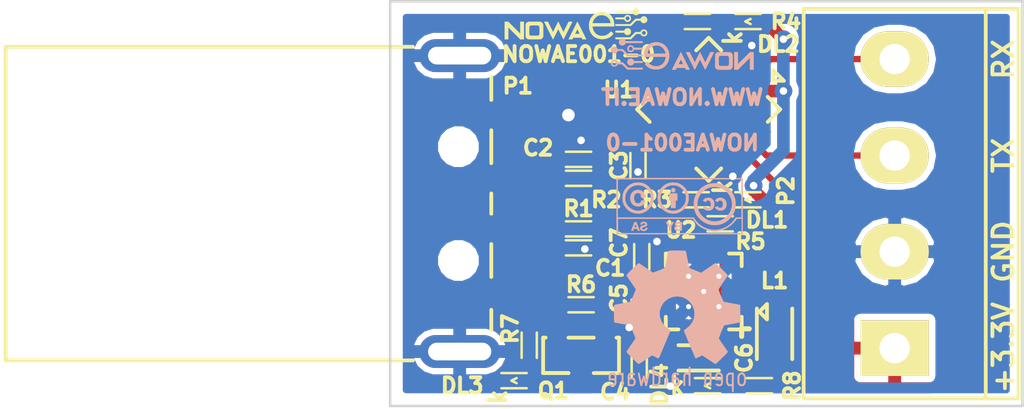
<source format=kicad_pcb>
(kicad_pcb (version 4) (host pcbnew 4.0.2-stable)

  (general
    (links 67)
    (no_connects 2)
    (area 197.399999 127.449999 222.500001 143.550001)
    (thickness 1.6)
    (drawings 9)
    (tracks 130)
    (zones 0)
    (modules 29)
    (nets 26)
  )

  (page A3)
  (title_block
    (title "USB to UART")
    (date 2017-04-15)
    (rev 0)
    (comment 1 "Nicola Orlandini")
    (comment 2 "Marco Giammarini")
    (comment 3 "Nicola Orlandini")
    (comment 4 2017-04-15)
  )

  (layers
    (0 F.Cu signal)
    (31 B.Cu signal)
    (32 B.Adhes user)
    (33 F.Adhes user)
    (34 B.Paste user)
    (35 F.Paste user)
    (36 B.SilkS user hide)
    (37 F.SilkS user)
    (38 B.Mask user)
    (39 F.Mask user)
    (40 Dwgs.User user)
    (41 Cmts.User user)
    (42 Eco1.User user)
    (43 Eco2.User user)
    (44 Edge.Cuts user)
    (45 Margin user)
    (46 B.CrtYd user)
    (47 F.CrtYd user hide)
    (48 B.Fab user)
    (49 F.Fab user hide)
  )

  (setup
    (last_trace_width 0.25)
    (user_trace_width 0.25)
    (user_trace_width 0.35)
    (user_trace_width 0.5)
    (user_trace_width 0.75)
    (user_trace_width 1)
    (trace_clearance 0.2)
    (zone_clearance 0.254)
    (zone_45_only no)
    (trace_min 0.2)
    (segment_width 0.2)
    (edge_width 0.1)
    (via_size 0.7)
    (via_drill 0.3)
    (via_min_size 0.3)
    (via_min_drill 0.2)
    (user_via 0.7 0.3)
    (user_via 1 0.5)
    (uvia_size 0.7)
    (uvia_drill 0.3)
    (uvias_allowed no)
    (uvia_min_size 0.2)
    (uvia_min_drill 0.1)
    (pcb_text_width 0.3)
    (pcb_text_size 1.5 1.5)
    (mod_edge_width 0.15)
    (mod_text_size 0.6 0.6)
    (mod_text_width 0.15)
    (pad_size 1.5 1.5)
    (pad_drill 0.6)
    (pad_to_mask_clearance 0)
    (aux_axis_origin 0 0)
    (visible_elements FFFFFF7F)
    (pcbplotparams
      (layerselection 0x010f8_80000001)
      (usegerberextensions false)
      (excludeedgelayer true)
      (linewidth 0.100000)
      (plotframeref false)
      (viasonmask false)
      (mode 1)
      (useauxorigin false)
      (hpglpennumber 1)
      (hpglpenspeed 20)
      (hpglpendiameter 15)
      (hpglpenoverlay 2)
      (psnegative false)
      (psa4output false)
      (plotreference true)
      (plotvalue false)
      (plotinvisibletext false)
      (padsonsilk false)
      (subtractmaskfromsilk false)
      (outputformat 1)
      (mirror false)
      (drillshape 0)
      (scaleselection 1)
      (outputdirectory ../../../07-Production/))
  )

  (net 0 "")
  (net 1 "Net-(C1-Pad1)")
  (net 2 GND)
  (net 3 "Net-(C2-Pad1)")
  (net 4 /VCCIO)
  (net 5 "Net-(C4-Pad1)")
  (net 6 "Net-(C4-Pad2)")
  (net 7 "Net-(L1-Pad1)")
  (net 8 +3.3V)
  (net 9 "Net-(R1-Pad2)")
  (net 10 "Net-(R2-Pad1)")
  (net 11 "Net-(DL1-Pad2)")
  (net 12 "Net-(DL2-Pad2)")
  (net 13 /EN_PWR)
  (net 14 +5V)
  (net 15 "Net-(DL3-Pad1)")
  (net 16 "Net-(DL4-Pad1)")
  (net 17 /RX)
  (net 18 "Net-(U1-Pad4)")
  (net 19 "Net-(U1-Pad12)")
  (net 20 /TX)
  (net 21 "Net-(U1-Pad16)")
  (net 22 "Net-(C7-Pad1)")
  (net 23 "Net-(U2-Pad4)")
  (net 24 /RX_LED)
  (net 25 /TX_LED)

  (net_class Default "Questo è il gruppo di collegamenti predefinito"
    (clearance 0.2)
    (trace_width 0.25)
    (via_dia 0.7)
    (via_drill 0.3)
    (uvia_dia 0.7)
    (uvia_drill 0.3)
    (add_net +3.3V)
    (add_net +5V)
    (add_net /EN_PWR)
    (add_net /RX)
    (add_net /RX_LED)
    (add_net /TX)
    (add_net /TX_LED)
    (add_net /VCCIO)
    (add_net GND)
    (add_net "Net-(C1-Pad1)")
    (add_net "Net-(C2-Pad1)")
    (add_net "Net-(C4-Pad1)")
    (add_net "Net-(C4-Pad2)")
    (add_net "Net-(C7-Pad1)")
    (add_net "Net-(DL1-Pad2)")
    (add_net "Net-(DL2-Pad2)")
    (add_net "Net-(DL3-Pad1)")
    (add_net "Net-(DL4-Pad1)")
    (add_net "Net-(L1-Pad1)")
    (add_net "Net-(R1-Pad2)")
    (add_net "Net-(R2-Pad1)")
    (add_net "Net-(U1-Pad12)")
    (add_net "Net-(U1-Pad16)")
    (add_net "Net-(U1-Pad4)")
    (add_net "Net-(U2-Pad4)")
  )

  (module LOGO:Untitled (layer F.Cu) (tedit 0) (tstamp 592DD385)
    (at 204.8 128.3)
    (fp_text reference G*** (at 0 0) (layer F.SilkS) hide
      (effects (font (thickness 0.3)))
    )
    (fp_text value LOGO (at 0.75 0) (layer F.SilkS) hide
      (effects (font (thickness 0.3)))
    )
    (fp_poly (pts (xy -2.201334 0.489435) (xy -2.201333 0.250009) (xy -2.201333 0.010583) (xy -2.058458 0.010583)
      (xy -2.058458 0.703792) (xy -2.203936 0.703792) (xy -2.44076 0.467011) (xy -2.677584 0.230231)
      (xy -2.677583 0.467011) (xy -2.677583 0.703792) (xy -2.820458 0.703792) (xy -2.820458 0.010583)
      (xy -2.680272 0.010583) (xy -2.201334 0.489435)) (layer F.SilkS) (width 0.01))
    (fp_poly (pts (xy -1.653832 0.011369) (xy -1.629833 0.011529) (xy -1.574409 0.011953) (xy -1.528552 0.012366)
      (xy -1.491248 0.012821) (xy -1.461481 0.013372) (xy -1.438236 0.01407) (xy -1.420498 0.014971)
      (xy -1.407251 0.016126) (xy -1.397481 0.017588) (xy -1.390171 0.019411) (xy -1.384306 0.021649)
      (xy -1.378872 0.024353) (xy -1.378241 0.024689) (xy -1.356379 0.039781) (xy -1.335109 0.060199)
      (xy -1.317434 0.082646) (xy -1.306419 0.103633) (xy -1.304597 0.110837) (xy -1.303085 0.121787)
      (xy -1.301859 0.137362) (xy -1.300893 0.158439) (xy -1.300164 0.1859) (xy -1.299645 0.220622)
      (xy -1.299313 0.263485) (xy -1.299142 0.315369) (xy -1.299104 0.362479) (xy -1.299104 0.600604)
      (xy -1.311454 0.62568) (xy -1.327089 0.649691) (xy -1.348221 0.67174) (xy -1.371706 0.688976)
      (xy -1.390686 0.697568) (xy -1.400449 0.699243) (xy -1.417891 0.700632) (xy -1.44348 0.701747)
      (xy -1.477681 0.702598) (xy -1.520961 0.703196) (xy -1.573789 0.703552) (xy -1.636629 0.703678)
      (xy -1.651614 0.703675) (xy -1.708718 0.703621) (xy -1.756226 0.703495) (xy -1.795125 0.70326)
      (xy -1.826401 0.702879) (xy -1.85104 0.702316) (xy -1.870031 0.701532) (xy -1.88436 0.700491)
      (xy -1.895014 0.699156) (xy -1.902979 0.697491) (xy -1.909242 0.695458) (xy -1.912938 0.693891)
      (xy -1.93396 0.680512) (xy -1.955082 0.660875) (xy -1.973083 0.638458) (xy -1.984744 0.616739)
      (xy -1.984998 0.616034) (xy -1.98681 0.608869) (xy -1.988315 0.597974) (xy -1.989538 0.582476)
      (xy -1.990503 0.561499) (xy -1.991234 0.534169) (xy -1.991756 0.499611) (xy -1.992093 0.456952)
      (xy -1.99227 0.405317) (xy -1.992277 0.396947) (xy -1.851479 0.396947) (xy -1.851436 0.436196)
      (xy -1.85075 0.467231) (xy -1.849242 0.491238) (xy -1.846736 0.509399) (xy -1.843052 0.522897)
      (xy -1.838012 0.532917) (xy -1.831439 0.540641) (xy -1.823153 0.547253) (xy -1.820874 0.548817)
      (xy -1.815448 0.552288) (xy -1.809827 0.555022) (xy -1.802753 0.557108) (xy -1.792965 0.558633)
      (xy -1.779202 0.559684) (xy -1.760206 0.560351) (xy -1.734715 0.560719) (xy -1.701471 0.560879)
      (xy -1.659213 0.560916) (xy -1.647309 0.560917) (xy -1.600439 0.560823) (xy -1.563021 0.56051)
      (xy -1.533927 0.559925) (xy -1.512025 0.559019) (xy -1.496187 0.55774) (xy -1.485284 0.556037)
      (xy -1.478184 0.55386) (xy -1.476898 0.553249) (xy -1.463059 0.543102) (xy -1.452026 0.53076)
      (xy -1.449138 0.525852) (xy -1.44686 0.519804) (xy -1.445122 0.511386) (xy -1.44385 0.499367)
      (xy -1.442974 0.48252) (xy -1.442421 0.459613) (xy -1.442119 0.429419) (xy -1.441997 0.390706)
      (xy -1.441979 0.358898) (xy -1.441849 0.306858) (xy -1.442102 0.264411) (xy -1.443704 0.230584)
      (xy -1.44762 0.204403) (xy -1.454817 0.184894) (xy -1.46626 0.171084) (xy -1.482915 0.161998)
      (xy -1.505747 0.156664) (xy -1.535722 0.154106) (xy -1.573807 0.153353) (xy -1.620966 0.153429)
      (xy -1.645708 0.153475) (xy -1.692573 0.153568) (xy -1.730107 0.153992) (xy -1.75956 0.154964)
      (xy -1.782184 0.156702) (xy -1.79923 0.159421) (xy -1.81195 0.163339) (xy -1.821594 0.168673)
      (xy -1.829414 0.175641) (xy -1.836661 0.184458) (xy -1.838478 0.186907) (xy -1.841726 0.191845)
      (xy -1.844284 0.197639) (xy -1.846252 0.205573) (xy -1.847732 0.216932) (xy -1.848822 0.233002)
      (xy -1.849623 0.255066) (xy -1.850236 0.28441) (xy -1.85076 0.322319) (xy -1.851058 0.348303)
      (xy -1.851479 0.396947) (xy -1.992277 0.396947) (xy -1.992313 0.354542) (xy -1.992313 0.113771)
      (xy -1.976438 0.085087) (xy -1.954722 0.055574) (xy -1.926726 0.032564) (xy -1.894772 0.017847)
      (xy -1.886479 0.015682) (xy -1.873084 0.014011) (xy -1.849679 0.012723) (xy -1.816157 0.011816)
      (xy -1.772413 0.011289) (xy -1.71834 0.011141) (xy -1.653832 0.011369)) (layer F.SilkS) (width 0.01))
    (fp_poly (pts (xy -0.599281 0.214312) (xy -0.496094 0.420633) (xy -0.393554 0.215608) (xy -0.291015 0.010583)
      (xy -0.219591 0.010583) (xy -0.193481 0.010768) (xy -0.17165 0.011276) (xy -0.156028 0.012035)
      (xy -0.148543 0.012972) (xy -0.148167 0.013245) (xy -0.150477 0.01878) (xy -0.157103 0.032783)
      (xy -0.167589 0.054351) (xy -0.181477 0.082576) (xy -0.198313 0.116554) (xy -0.21764 0.155378)
      (xy -0.239001 0.198145) (xy -0.261941 0.243947) (xy -0.286002 0.291879) (xy -0.310728 0.341036)
      (xy -0.335664 0.390513) (xy -0.360353 0.439403) (xy -0.384339 0.486802) (xy -0.407164 0.531803)
      (xy -0.428374 0.573501) (xy -0.447512 0.610991) (xy -0.46412 0.643367) (xy -0.477744 0.669724)
      (xy -0.487927 0.689156) (xy -0.494213 0.700757) (xy -0.496134 0.703792) (xy -0.499267 0.699212)
      (xy -0.506593 0.68612) (xy -0.517608 0.665489) (xy -0.531807 0.638289) (xy -0.548684 0.605492)
      (xy -0.567736 0.56807) (xy -0.588457 0.526995) (xy -0.601287 0.50139) (xy -0.702446 0.298988)
      (xy -0.803674 0.50139) (xy -0.825157 0.544165) (xy -0.845268 0.583861) (xy -0.863501 0.619508)
      (xy -0.879352 0.650133) (xy -0.892315 0.674765) (xy -0.901886 0.692433) (xy -0.90756 0.702165)
      (xy -0.908877 0.703792) (xy -0.911834 0.699178) (xy -0.919122 0.685836) (xy -0.930359 0.664512)
      (xy -0.945161 0.635955) (xy -0.963147 0.600911) (xy -0.983934 0.560127) (xy -1.007139 0.514352)
      (xy -1.032381 0.464332) (xy -1.059278 0.410815) (xy -1.083488 0.362468) (xy -1.111473 0.306419)
      (xy -1.138029 0.253093) (xy -1.162781 0.203251) (xy -1.185354 0.157655) (xy -1.205375 0.117065)
      (xy -1.222468 0.082241) (xy -1.236259 0.053946) (xy -1.246374 0.03294) (xy -1.252437 0.019983)
      (xy -1.254125 0.015864) (xy -1.24902 0.013627) (xy -1.234429 0.011947) (xy -1.21144 0.010906)
      (xy -1.183979 0.010583) (xy -1.113832 0.010583) (xy -1.011349 0.215631) (xy -0.908867 0.420679)
      (xy -0.805668 0.214335) (xy -0.702469 0.007992) (xy -0.599281 0.214312)) (layer F.SilkS) (width 0.01))
    (fp_poly (pts (xy 0.058219 0.015169) (xy 0.065141 0.028321) (xy 0.075872 0.049135) (xy 0.089957 0.076705)
      (xy 0.106943 0.110123) (xy 0.126374 0.148485) (xy 0.147796 0.190885) (xy 0.170754 0.236417)
      (xy 0.194794 0.284174) (xy 0.21946 0.333251) (xy 0.244298 0.382742) (xy 0.268853 0.431741)
      (xy 0.292671 0.479343) (xy 0.315297 0.524641) (xy 0.336276 0.566729) (xy 0.355153 0.604701)
      (xy 0.371474 0.637652) (xy 0.384784 0.664676) (xy 0.394628 0.684866) (xy 0.400552 0.697318)
      (xy 0.402167 0.70113) (xy 0.397193 0.702093) (xy 0.383545 0.702901) (xy 0.363129 0.703484)
      (xy 0.337855 0.703773) (xy 0.329219 0.703792) (xy 0.256271 0.703792) (xy 0.222349 0.635)
      (xy -0.114145 0.635) (xy -0.131107 0.669396) (xy -0.148068 0.703792) (xy -0.219555 0.703792)
      (xy -0.245678 0.703606) (xy -0.267521 0.703099) (xy -0.283158 0.702341) (xy -0.290661 0.701405)
      (xy -0.291042 0.70113) (xy -0.28874 0.695836) (xy -0.282139 0.682046) (xy -0.271691 0.660667)
      (xy -0.257854 0.632604) (xy -0.24108 0.598763) (xy -0.221825 0.560049) (xy -0.200543 0.51737)
      (xy -0.18793 0.492125) (xy -0.042389 0.492125) (xy 0.052889 0.492125) (xy 0.083296 0.491916)
      (xy 0.10966 0.491336) (xy 0.130316 0.490455) (xy 0.143602 0.489342) (xy 0.147886 0.488156)
      (xy 0.145519 0.482412) (xy 0.139088 0.468744) (xy 0.129327 0.448658) (xy 0.11697 0.423664)
      (xy 0.10275 0.395269) (xy 0.100922 0.391642) (xy 0.054238 0.299097) (xy 0.005924 0.395611)
      (xy -0.042389 0.492125) (xy -0.18793 0.492125) (xy -0.17769 0.47163) (xy -0.153719 0.423736)
      (xy -0.129086 0.374593) (xy -0.104245 0.325108) (xy -0.079651 0.276186) (xy -0.055758 0.228733)
      (xy -0.033022 0.183656) (xy -0.011897 0.141859) (xy 0.007162 0.10425) (xy 0.023701 0.071733)
      (xy 0.037265 0.045215) (xy 0.047399 0.025602) (xy 0.053649 0.013799) (xy 0.055562 0.010583)
      (xy 0.058219 0.015169)) (layer F.SilkS) (width 0.01))
    (fp_poly (pts (xy 1.065837 -0.378847) (xy 1.135815 -0.369391) (xy 1.201889 -0.350919) (xy 1.263358 -0.32382)
      (xy 1.319519 -0.288479) (xy 1.369671 -0.245283) (xy 1.413113 -0.194618) (xy 1.449143 -0.136872)
      (xy 1.455801 -0.123676) (xy 1.474685 -0.079799) (xy 1.488715 -0.035137) (xy 1.498444 0.012852)
      (xy 1.504427 0.066708) (xy 1.506701 0.109802) (xy 1.509607 0.195792) (xy 0.649882 0.195792)
      (xy 0.653642 0.223573) (xy 0.666992 0.288961) (xy 0.688318 0.349214) (xy 0.717038 0.403654)
      (xy 0.752568 0.451606) (xy 0.794326 0.492393) (xy 0.84173 0.52534) (xy 0.894197 0.549769)
      (xy 0.947208 0.564288) (xy 0.983828 0.568865) (xy 1.025674 0.570354) (xy 1.068787 0.568878)
      (xy 1.109209 0.564561) (xy 1.140354 0.558256) (xy 1.184722 0.54299) (xy 1.229221 0.521728)
      (xy 1.27153 0.495977) (xy 1.309331 0.467248) (xy 1.340304 0.437049) (xy 1.354667 0.418822)
      (xy 1.364805 0.404751) (xy 1.372602 0.39497) (xy 1.375986 0.391831) (xy 1.381079 0.394942)
      (xy 1.392139 0.403434) (xy 1.407223 0.415664) (xy 1.424384 0.429983) (xy 1.441678 0.444748)
      (xy 1.457161 0.45831) (xy 1.468887 0.469025) (xy 1.474912 0.475246) (xy 1.47529 0.475876)
      (xy 1.472956 0.482661) (xy 1.464601 0.495159) (xy 1.451717 0.511634) (xy 1.435801 0.53035)
      (xy 1.418346 0.549568) (xy 1.400847 0.567553) (xy 1.384797 0.582567) (xy 1.379979 0.586652)
      (xy 1.327339 0.623199) (xy 1.267314 0.652902) (xy 1.200966 0.675289) (xy 1.157474 0.685222)
      (xy 1.12114 0.690537) (xy 1.079279 0.694141) (xy 1.035795 0.695881) (xy 0.994595 0.695607)
      (xy 0.959583 0.693167) (xy 0.957792 0.692951) (xy 0.884736 0.679026) (xy 0.817084 0.656275)
      (xy 0.755218 0.625193) (xy 0.699524 0.586271) (xy 0.650383 0.540003) (xy 0.60818 0.48688)
      (xy 0.573297 0.427395) (xy 0.546119 0.362041) (xy 0.527028 0.29131) (xy 0.516409 0.215694)
      (xy 0.514644 0.135687) (xy 0.515116 0.124354) (xy 0.521345 0.067362) (xy 0.650875 0.067362)
      (xy 0.656023 0.067603) (xy 0.670897 0.067831) (xy 0.694635 0.068043) (xy 0.726382 0.068235)
      (xy 0.765276 0.068405) (xy 0.81046 0.068548) (xy 0.861075 0.068661) (xy 0.916262 0.068741)
      (xy 0.975163 0.068784) (xy 1.011032 0.068792) (xy 1.37119 0.068792) (xy 1.367804 0.043656)
      (xy 1.354789 -0.015119) (xy 1.332432 -0.069221) (xy 1.301147 -0.118079) (xy 1.261348 -0.16112)
      (xy 1.21345 -0.197774) (xy 1.17819 -0.217893) (xy 1.129215 -0.237356) (xy 1.075698 -0.24937)
      (xy 1.019987 -0.253916) (xy 0.964431 -0.250975) (xy 0.911377 -0.240529) (xy 0.863175 -0.222557)
      (xy 0.858969 -0.220476) (xy 0.809865 -0.189891) (xy 0.765126 -0.150712) (xy 0.725949 -0.104444)
      (xy 0.693535 -0.052591) (xy 0.669082 0.003342) (xy 0.661581 0.027299) (xy 0.656468 0.045923)
      (xy 0.652684 0.060041) (xy 0.650923 0.067051) (xy 0.650875 0.067362) (xy 0.521345 0.067362)
      (xy 0.523719 0.04565) (xy 0.541498 -0.027939) (xy 0.568405 -0.096294) (xy 0.604392 -0.159297)
      (xy 0.64941 -0.216829) (xy 0.658196 -0.226308) (xy 0.711176 -0.274579) (xy 0.769879 -0.314051)
      (xy 0.833845 -0.344512) (xy 0.902615 -0.365755) (xy 0.975731 -0.37757) (xy 0.992656 -0.378902)
      (xy 1.065837 -0.378847)) (layer F.SilkS) (width 0.01))
    (fp_poly (pts (xy 2.710614 0.319918) (xy 2.737396 0.327791) (xy 2.761329 0.342514) (xy 2.773281 0.352827)
      (xy 2.795278 0.37749) (xy 2.808598 0.403407) (xy 2.814322 0.433378) (xy 2.814323 0.459406)
      (xy 2.807805 0.496752) (xy 2.792708 0.527977) (xy 2.768844 0.553406) (xy 2.754587 0.563422)
      (xy 2.740777 0.571355) (xy 2.728613 0.576136) (xy 2.714585 0.578547) (xy 2.695184 0.579374)
      (xy 2.682875 0.579437) (xy 2.659618 0.579093) (xy 2.643418 0.577539) (xy 2.630753 0.573987)
      (xy 2.618105 0.567654) (xy 2.611022 0.563406) (xy 2.58453 0.541401) (xy 2.569104 0.519926)
      (xy 2.553229 0.492479) (xy 2.465866 0.492302) (xy 2.378502 0.492125) (xy 2.275417 0.595312)
      (xy 2.172331 0.6985) (xy 1.872356 0.6985) (xy 1.807513 0.698471) (xy 1.752451 0.69837)
      (xy 1.706368 0.698176) (xy 1.668462 0.697869) (xy 1.637931 0.697428) (xy 1.613973 0.696832)
      (xy 1.595786 0.696061) (xy 1.582568 0.695093) (xy 1.573516 0.693907) (xy 1.567829 0.692484)
      (xy 1.564705 0.690802) (xy 1.564412 0.690531) (xy 1.553799 0.674335) (xy 1.553698 0.657716)
      (xy 1.55973 0.64627) (xy 1.570119 0.632354) (xy 1.855181 0.630985) (xy 2.140242 0.629615)
      (xy 2.246488 0.523828) (xy 2.323081 0.447567) (xy 2.599671 0.447567) (xy 2.603552 0.473256)
      (xy 2.617718 0.497718) (xy 2.626089 0.506767) (xy 2.650225 0.525219) (xy 2.674278 0.533397)
      (xy 2.699202 0.531559) (xy 2.707666 0.528842) (xy 2.726945 0.517577) (xy 2.745302 0.500283)
      (xy 2.759014 0.480784) (xy 2.762674 0.472318) (xy 2.766081 0.446062) (xy 2.759053 0.420229)
      (xy 2.74286 0.39661) (xy 2.719456 0.377369) (xy 2.693997 0.368116) (xy 2.667923 0.368853)
      (xy 2.642677 0.379579) (xy 2.62289 0.39661) (xy 2.606108 0.421676) (xy 2.599671 0.447567)
      (xy 2.323081 0.447567) (xy 2.352735 0.418042) (xy 2.550088 0.418042) (xy 2.560062 0.395493)
      (xy 2.579191 0.364464) (xy 2.605254 0.340452) (xy 2.636621 0.324537) (xy 2.67166 0.3178)
      (xy 2.677583 0.317646) (xy 2.710614 0.319918)) (layer F.SilkS) (width 0.01))
    (fp_poly (pts (xy 2.078649 0.275788) (xy 2.109405 0.287707) (xy 2.131742 0.303276) (xy 2.152255 0.329238)
      (xy 2.165497 0.360664) (xy 2.171085 0.394982) (xy 2.168634 0.429618) (xy 2.157762 0.462)
      (xy 2.155945 0.46548) (xy 2.134181 0.496071) (xy 2.106979 0.517647) (xy 2.074085 0.530354)
      (xy 2.036139 0.534342) (xy 2.007477 0.531921) (xy 1.983675 0.525433) (xy 1.981729 0.524586)
      (xy 1.962967 0.512813) (xy 1.94363 0.495548) (xy 1.926857 0.476062) (xy 1.915789 0.457622)
      (xy 1.914682 0.454771) (xy 1.909402 0.439626) (xy 1.740696 0.438094) (xy 1.693476 0.437617)
      (xy 1.655718 0.437093) (xy 1.626297 0.436454) (xy 1.604092 0.435633) (xy 1.58798 0.434566)
      (xy 1.576839 0.433184) (xy 1.569545 0.431421) (xy 1.564976 0.429211) (xy 1.562988 0.427554)
      (xy 1.555187 0.41306) (xy 1.554681 0.395684) (xy 1.561207 0.379955) (xy 1.566037 0.374884)
      (xy 1.570083 0.372141) (xy 1.575478 0.369964) (xy 1.583392 0.368287) (xy 1.594998 0.367046)
      (xy 1.611469 0.366177) (xy 1.633977 0.365615) (xy 1.663693 0.365296) (xy 1.70179 0.365154)
      (xy 1.743127 0.365125) (xy 1.908165 0.365125) (xy 1.914393 0.347904) (xy 1.925145 0.328682)
      (xy 1.942462 0.308597) (xy 1.96315 0.290882) (xy 1.981729 0.279764) (xy 2.011539 0.271303)
      (xy 2.044937 0.270149) (xy 2.078649 0.275788)) (layer F.SilkS) (width 0.01))
    (fp_poly (pts (xy 2.702801 -0.202833) (xy 2.733935 -0.194215) (xy 2.762428 -0.178145) (xy 2.786597 -0.154633)
      (xy 2.800614 -0.13263) (xy 2.810907 -0.103852) (xy 2.815394 -0.071932) (xy 2.813815 -0.040945)
      (xy 2.807891 -0.019289) (xy 2.789722 0.011205) (xy 2.764313 0.035426) (xy 2.733502 0.052541)
      (xy 2.699127 0.061716) (xy 2.663027 0.062115) (xy 2.639294 0.057209) (xy 2.618496 0.047244)
      (xy 2.596502 0.030809) (xy 2.57664 0.010938) (xy 2.562237 -0.009337) (xy 2.559154 -0.015834)
      (xy 2.550669 -0.037042) (xy 2.383796 -0.037042) (xy 2.278062 0.068792) (xy 2.172328 0.174625)
      (xy 1.872797 0.174625) (xy 1.808953 0.174616) (xy 1.754855 0.17457) (xy 1.709662 0.174459)
      (xy 1.672537 0.174253) (xy 1.642641 0.173923) (xy 1.619136 0.173441) (xy 1.601182 0.172778)
      (xy 1.587942 0.171904) (xy 1.578576 0.170792) (xy 1.572246 0.169411) (xy 1.568113 0.167734)
      (xy 1.56534 0.16573) (xy 1.563626 0.163973) (xy 1.555979 0.149643) (xy 1.554369 0.133089)
      (xy 1.558781 0.118597) (xy 1.563817 0.113022) (xy 1.567761 0.111396) (xy 1.575304 0.110024)
      (xy 1.587223 0.108884) (xy 1.604298 0.107958) (xy 1.627307 0.107228) (xy 1.657026 0.106673)
      (xy 1.694235 0.106276) (xy 1.739712 0.106016) (xy 1.794234 0.105875) (xy 1.856898 0.105833)
      (xy 2.140149 0.105833) (xy 2.352735 -0.105833) (xy 2.452982 -0.106074) (xy 2.553229 -0.106314)
      (xy 2.566458 -0.133844) (xy 2.585536 -0.162615) (xy 2.610394 -0.183891) (xy 2.639346 -0.19768)
      (xy 2.67071 -0.203991) (xy 2.702801 -0.202833)) (layer F.SilkS) (width 0.01))
    (fp_poly (pts (xy 2.076961 -0.251125) (xy 2.108548 -0.237339) (xy 2.135798 -0.215935) (xy 2.156908 -0.187537)
      (xy 2.16296 -0.17501) (xy 2.169511 -0.149371) (xy 2.170924 -0.119261) (xy 2.167297 -0.089405)
      (xy 2.160766 -0.068732) (xy 2.141331 -0.036821) (xy 2.115232 -0.013084) (xy 2.082742 0.0023)
      (xy 2.044131 0.009152) (xy 2.042583 0.009239) (xy 2.019611 0.009385) (xy 2.001562 0.006311)
      (xy 1.98302 -0.000944) (xy 1.98169 -0.001573) (xy 1.95369 -0.019455) (xy 1.930778 -0.042989)
      (xy 1.91562 -0.0694) (xy 1.914989 -0.071087) (xy 1.908165 -0.089958) (xy 1.740907 -0.089958)
      (xy 1.692081 -0.090048) (xy 1.652835 -0.090342) (xy 1.622167 -0.090882) (xy 1.599074 -0.091709)
      (xy 1.582555 -0.092863) (xy 1.571607 -0.094385) (xy 1.565227 -0.096316) (xy 1.563817 -0.097147)
      (xy 1.556073 -0.10865) (xy 1.554342 -0.12459) (xy 1.554615 -0.125614) (xy 1.954457 -0.125614)
      (xy 1.959525 -0.100343) (xy 1.961953 -0.094469) (xy 1.975396 -0.07099) (xy 1.99248 -0.055161)
      (xy 2.014452 -0.044708) (xy 2.030268 -0.039466) (xy 2.041209 -0.038082) (xy 2.052237 -0.040775)
      (xy 2.066615 -0.046988) (xy 2.091784 -0.063197) (xy 2.109139 -0.084191) (xy 2.118608 -0.108111)
      (xy 2.120117 -0.133097) (xy 2.113594 -0.157292) (xy 2.098967 -0.178835) (xy 2.076162 -0.195867)
      (xy 2.072509 -0.197693) (xy 2.045197 -0.205839) (xy 2.019291 -0.203586) (xy 1.994583 -0.190881)
      (xy 1.974838 -0.172363) (xy 1.959488 -0.149176) (xy 1.954457 -0.125614) (xy 1.554615 -0.125614)
      (xy 1.558639 -0.140682) (xy 1.563626 -0.148099) (xy 1.566699 -0.151055) (xy 1.570747 -0.153407)
      (xy 1.576917 -0.155225) (xy 1.586357 -0.156576) (xy 1.600216 -0.157529) (xy 1.61964 -0.158154)
      (xy 1.64578 -0.15852) (xy 1.679782 -0.158695) (xy 1.722795 -0.158748) (xy 1.741205 -0.15875)
      (xy 1.909144 -0.15875) (xy 1.912213 -0.170977) (xy 1.921562 -0.19141) (xy 1.938268 -0.212496)
      (xy 1.95973 -0.231316) (xy 1.9742 -0.24052) (xy 2.007984 -0.253342) (xy 2.042839 -0.256668)
      (xy 2.076961 -0.251125)) (layer F.SilkS) (width 0.01))
    (fp_poly (pts (xy 2.402862 -0.515288) (xy 2.413749 -0.512442) (xy 2.443412 -0.498329) (xy 2.468019 -0.476331)
      (xy 2.486665 -0.448302) (xy 2.498441 -0.416092) (xy 2.502442 -0.381555) (xy 2.49776 -0.346542)
      (xy 2.496735 -0.342936) (xy 2.486494 -0.321476) (xy 2.469692 -0.299041) (xy 2.449385 -0.279067)
      (xy 2.428633 -0.264991) (xy 2.426434 -0.26394) (xy 2.398981 -0.256059) (xy 2.367137 -0.253945)
      (xy 2.335304 -0.257479) (xy 2.307884 -0.26654) (xy 2.306516 -0.267235) (xy 2.277793 -0.287379)
      (xy 2.255224 -0.313729) (xy 2.245439 -0.332052) (xy 2.238233 -0.34925) (xy 1.908161 -0.34925)
      (xy 1.840746 -0.349263) (xy 1.783113 -0.349317) (xy 1.734463 -0.349435) (xy 1.693994 -0.349639)
      (xy 1.660907 -0.349954) (xy 1.6344 -0.3504) (xy 1.613674 -0.351002) (xy 1.597926 -0.351782)
      (xy 1.586358 -0.352762) (xy 1.578168 -0.353967) (xy 1.572556 -0.355418) (xy 1.568721 -0.357138)
      (xy 1.566037 -0.359009) (xy 1.556606 -0.37267) (xy 1.554097 -0.389899) (xy 1.55877 -0.406168)
      (xy 1.562992 -0.411679) (xy 1.565483 -0.413519) (xy 1.569526 -0.415101) (xy 1.575903 -0.416448)
      (xy 1.585397 -0.417584) (xy 1.598792 -0.418533) (xy 1.61687 -0.41932) (xy 1.640414 -0.419968)
      (xy 1.670208 -0.420501) (xy 1.707034 -0.420942) (xy 1.751676 -0.421317) (xy 1.804916 -0.421648)
      (xy 1.867538 -0.421959) (xy 1.905156 -0.422126) (xy 2.238314 -0.423565) (xy 2.251496 -0.449579)
      (xy 2.271623 -0.478237) (xy 2.298469 -0.499774) (xy 2.330389 -0.513554) (xy 2.365735 -0.518938)
      (xy 2.402862 -0.515288)) (layer F.SilkS) (width 0.01))
  )

  (module RESISTOR:RESISTOR-0402 (layer F.Cu) (tedit 58BBE429) (tstamp 58B20104)
    (at 212.05 142.7)
    (descr "SMD 0402")
    (tags "0402 SM0402")
    (path /58A07B02)
    (attr smd)
    (fp_text reference R8 (at 1.3 0 270) (layer F.SilkS)
      (effects (font (size 0.6 0.6) (thickness 0.15)))
    )
    (fp_text value 390 (at 0 1.1) (layer F.Fab) hide
      (effects (font (size 0.8 0.8) (thickness 0.15)))
    )
    (fp_line (start -0.5 0.3) (end 0.5 0.3) (layer F.SilkS) (width 0.1))
    (fp_line (start -0.5 -0.3) (end 0.5 -0.3) (layer F.SilkS) (width 0.1))
    (fp_line (start 0.3 -0.25) (end 0.3 0.25) (layer F.Fab) (width 0.1))
    (fp_line (start -0.3 -0.25) (end -0.3 0.25) (layer F.Fab) (width 0.1))
    (fp_line (start -0.5 0.25) (end -0.5 -0.25) (layer F.Fab) (width 0.1))
    (fp_line (start -0.5 -0.25) (end 0.5 -0.25) (layer F.Fab) (width 0.1))
    (fp_line (start 0.5 -0.25) (end 0.5 0.25) (layer F.Fab) (width 0.1))
    (fp_line (start 0.5 0.25) (end -0.5 0.25) (layer F.Fab) (width 0.1))
    (fp_line (start -1.1 -0.5) (end 1.1 -0.5) (layer F.CrtYd) (width 0.05))
    (fp_line (start 1.1 -0.5) (end 1.1 0.5) (layer F.CrtYd) (width 0.05))
    (fp_line (start 1.1 0.5) (end -1.1 0.5) (layer F.CrtYd) (width 0.05))
    (fp_line (start -1.1 0.5) (end -1.1 -0.5) (layer F.CrtYd) (width 0.05))
    (pad 1 smd rect (at -0.6 0) (size 0.6 0.5) (layers F.Cu F.Paste F.Mask)
      (net 16 "Net-(DL4-Pad1)"))
    (pad 2 smd rect (at 0.6 0) (size 0.6 0.5) (layers F.Cu F.Paste F.Mask)
      (net 8 +3.3V))
    (model ${KINOWAEMOD}/packages3d/walter/resistor/r_0402.wrl
      (at (xyz 0 0 0))
      (scale (xyz 1 1 1))
      (rotate (xyz 0 0 0))
    )
  )

  (module LEDs:LED-0402 (layer F.Cu) (tedit 58BBE42D) (tstamp 58B8870D)
    (at 210 142.7 180)
    (descr "SMD 0402")
    (tags "0402 SM0402")
    (path /58A07AAE)
    (attr smd)
    (fp_text reference DL4 (at 1.9 0.05 450) (layer F.SilkS)
      (effects (font (size 0.6 0.6) (thickness 0.15)))
    )
    (fp_text value BLUE (at 0 1.1 180) (layer F.Fab) hide
      (effects (font (size 0.8 0.8) (thickness 0.15)))
    )
    (fp_line (start 1.6 0.5) (end -1.1 0.5) (layer F.CrtYd) (width 0.05))
    (fp_line (start -1.1 -0.5) (end 1.6 -0.5) (layer F.CrtYd) (width 0.05))
    (fp_text user k (at 1.2 0 180) (layer F.SilkS)
      (effects (font (size 0.7 0.7) (thickness 0.15)))
    )
    (fp_line (start -0.1 -0.1) (end 0.1 0) (layer F.SilkS) (width 0.1))
    (fp_line (start 0.1 0) (end -0.1 0.1) (layer F.SilkS) (width 0.1))
    (fp_line (start 0.1 -0.1) (end 0.1 0.1) (layer F.Fab) (width 0.1))
    (fp_line (start -0.1 -0.1) (end 0.1 0) (layer F.Fab) (width 0.1))
    (fp_line (start 0.1 0) (end -0.1 0.1) (layer F.Fab) (width 0.1))
    (fp_line (start -0.1 0.1) (end -0.1 -0.1) (layer F.Fab) (width 0.1))
    (fp_line (start -0.5 0.3) (end 0.5 0.3) (layer F.SilkS) (width 0.1))
    (fp_line (start -0.5 -0.3) (end 0.5 -0.3) (layer F.SilkS) (width 0.1))
    (fp_line (start 0.3 -0.25) (end 0.3 0.25) (layer F.Fab) (width 0.1))
    (fp_line (start -0.3 -0.25) (end -0.3 0.25) (layer F.Fab) (width 0.1))
    (fp_line (start -0.5 0.25) (end -0.5 -0.25) (layer F.Fab) (width 0.1))
    (fp_line (start -0.5 -0.25) (end 0.5 -0.25) (layer F.Fab) (width 0.1))
    (fp_line (start 0.5 -0.25) (end 0.5 0.25) (layer F.Fab) (width 0.1))
    (fp_line (start 0.5 0.25) (end -0.5 0.25) (layer F.Fab) (width 0.1))
    (fp_line (start 1.6 -0.5) (end 1.6 0.5) (layer F.CrtYd) (width 0.05))
    (fp_line (start -1.1 0.5) (end -1.1 -0.5) (layer F.CrtYd) (width 0.05))
    (pad 1 smd rect (at -0.6 0 180) (size 0.6 0.5) (layers F.Cu F.Paste F.Mask)
      (net 16 "Net-(DL4-Pad1)"))
    (pad 2 smd rect (at 0.6 0 180) (size 0.6 0.5) (layers F.Cu F.Paste F.Mask)
      (net 2 GND))
    (model ${KINOWAEMOD}/packages3d/walter/LEDs/led_0603.wrl
      (at (xyz 0 0 0))
      (scale (xyz 0.666667 0.666667 0.666667))
      (rotate (xyz 0 0 0))
    )
  )

  (module RESISTOR:RESISTOR-0402 (layer F.Cu) (tedit 58BBE525) (tstamp 58B200F8)
    (at 205 139.5)
    (descr "SMD 0402")
    (tags "0402 SM0402")
    (path /589F2981)
    (attr smd)
    (fp_text reference R6 (at 0 -0.8) (layer F.SilkS)
      (effects (font (size 0.6 0.6) (thickness 0.15)))
    )
    (fp_text value 100k (at 0 1.1) (layer F.Fab) hide
      (effects (font (size 0.8 0.8) (thickness 0.15)))
    )
    (fp_line (start -0.5 0.3) (end 0.5 0.3) (layer F.SilkS) (width 0.1))
    (fp_line (start -0.5 -0.3) (end 0.5 -0.3) (layer F.SilkS) (width 0.1))
    (fp_line (start 0.3 -0.25) (end 0.3 0.25) (layer F.Fab) (width 0.1))
    (fp_line (start -0.3 -0.25) (end -0.3 0.25) (layer F.Fab) (width 0.1))
    (fp_line (start -0.5 0.25) (end -0.5 -0.25) (layer F.Fab) (width 0.1))
    (fp_line (start -0.5 -0.25) (end 0.5 -0.25) (layer F.Fab) (width 0.1))
    (fp_line (start 0.5 -0.25) (end 0.5 0.25) (layer F.Fab) (width 0.1))
    (fp_line (start 0.5 0.25) (end -0.5 0.25) (layer F.Fab) (width 0.1))
    (fp_line (start -1.1 -0.5) (end 1.1 -0.5) (layer F.CrtYd) (width 0.05))
    (fp_line (start 1.1 -0.5) (end 1.1 0.5) (layer F.CrtYd) (width 0.05))
    (fp_line (start 1.1 0.5) (end -1.1 0.5) (layer F.CrtYd) (width 0.05))
    (fp_line (start -1.1 0.5) (end -1.1 -0.5) (layer F.CrtYd) (width 0.05))
    (pad 1 smd rect (at -0.6 0) (size 0.6 0.5) (layers F.Cu F.Paste F.Mask)
      (net 14 +5V))
    (pad 2 smd rect (at 0.6 0) (size 0.6 0.5) (layers F.Cu F.Paste F.Mask)
      (net 6 "Net-(C4-Pad2)"))
    (model ${KINOWAEMOD}/packages3d/walter/resistor/r_0402.wrl
      (at (xyz 0 0 0))
      (scale (xyz 1 1 1))
      (rotate (xyz 0 0 0))
    )
  )

  (module CAPACITOR:CAPACITOR-0402 (layer F.Cu) (tedit 58BBE4AC) (tstamp 58B200B5)
    (at 204.9 137.25)
    (descr "CAP SMD 0402")
    (tags "0402 SM0402")
    (path /589DC176)
    (attr smd)
    (fp_text reference C1 (at 1.25 0.8) (layer F.SilkS)
      (effects (font (size 0.6 0.6) (thickness 0.15)))
    )
    (fp_text value 47pF (at 0 1.1) (layer F.Fab) hide
      (effects (font (size 0.8 0.8) (thickness 0.15)))
    )
    (fp_line (start -0.5 0.3) (end 0.5 0.3) (layer F.SilkS) (width 0.1))
    (fp_line (start -0.5 -0.3) (end 0.5 -0.3) (layer F.SilkS) (width 0.1))
    (fp_line (start 0.3 -0.25) (end 0.3 0.25) (layer F.Fab) (width 0.1))
    (fp_line (start -0.3 -0.25) (end -0.3 0.25) (layer F.Fab) (width 0.1))
    (fp_line (start -0.5 0.25) (end -0.5 -0.25) (layer F.Fab) (width 0.1))
    (fp_line (start -0.5 -0.25) (end 0.5 -0.25) (layer F.Fab) (width 0.1))
    (fp_line (start 0.5 -0.25) (end 0.5 0.25) (layer F.Fab) (width 0.1))
    (fp_line (start 0.5 0.25) (end -0.5 0.25) (layer F.Fab) (width 0.1))
    (fp_line (start -1.1 -0.5) (end 1.1 -0.5) (layer F.CrtYd) (width 0.05))
    (fp_line (start 1.1 -0.5) (end 1.1 0.5) (layer F.CrtYd) (width 0.05))
    (fp_line (start 1.1 0.5) (end -1.1 0.5) (layer F.CrtYd) (width 0.05))
    (fp_line (start -1.1 0.5) (end -1.1 -0.5) (layer F.CrtYd) (width 0.05))
    (pad 1 smd rect (at -0.6 0) (size 0.6 0.5) (layers F.Cu F.Paste F.Mask)
      (net 1 "Net-(C1-Pad1)"))
    (pad 2 smd rect (at 0.6 0) (size 0.6 0.5) (layers F.Cu F.Paste F.Mask)
      (net 2 GND))
    (model ${KINOWAEMOD}/packages3d/walter/capacitor/c_0402.wrl
      (at (xyz 0 0 0))
      (scale (xyz 1 1 1))
      (rotate (xyz 0 0 0))
    )
  )

  (module CAPACITOR:CAPACITOR-0402 (layer F.Cu) (tedit 58BBE3A9) (tstamp 58B200BB)
    (at 204.9 133.75)
    (descr "CAP SMD 0402")
    (tags "0402 SM0402")
    (path /589DC137)
    (attr smd)
    (fp_text reference C2 (at -1.6 -0.45) (layer F.SilkS)
      (effects (font (size 0.6 0.6) (thickness 0.15)))
    )
    (fp_text value 47pF (at 0 1.1) (layer F.Fab) hide
      (effects (font (size 0.8 0.8) (thickness 0.15)))
    )
    (fp_line (start -0.5 0.3) (end 0.5 0.3) (layer F.SilkS) (width 0.1))
    (fp_line (start -0.5 -0.3) (end 0.5 -0.3) (layer F.SilkS) (width 0.1))
    (fp_line (start 0.3 -0.25) (end 0.3 0.25) (layer F.Fab) (width 0.1))
    (fp_line (start -0.3 -0.25) (end -0.3 0.25) (layer F.Fab) (width 0.1))
    (fp_line (start -0.5 0.25) (end -0.5 -0.25) (layer F.Fab) (width 0.1))
    (fp_line (start -0.5 -0.25) (end 0.5 -0.25) (layer F.Fab) (width 0.1))
    (fp_line (start 0.5 -0.25) (end 0.5 0.25) (layer F.Fab) (width 0.1))
    (fp_line (start 0.5 0.25) (end -0.5 0.25) (layer F.Fab) (width 0.1))
    (fp_line (start -1.1 -0.5) (end 1.1 -0.5) (layer F.CrtYd) (width 0.05))
    (fp_line (start 1.1 -0.5) (end 1.1 0.5) (layer F.CrtYd) (width 0.05))
    (fp_line (start 1.1 0.5) (end -1.1 0.5) (layer F.CrtYd) (width 0.05))
    (fp_line (start -1.1 0.5) (end -1.1 -0.5) (layer F.CrtYd) (width 0.05))
    (pad 1 smd rect (at -0.6 0) (size 0.6 0.5) (layers F.Cu F.Paste F.Mask)
      (net 3 "Net-(C2-Pad1)"))
    (pad 2 smd rect (at 0.6 0) (size 0.6 0.5) (layers F.Cu F.Paste F.Mask)
      (net 2 GND))
    (model ${KINOWAEMOD}/packages3d/walter/capacitor/c_0402.wrl
      (at (xyz 0 0 0))
      (scale (xyz 1 1 1))
      (rotate (xyz 0 0 0))
    )
  )

  (module SOT:SOT23-3 (layer F.Cu) (tedit 58BBE558) (tstamp 58B200D4)
    (at 205 141.5 180)
    (descr "SOT-23, Standard")
    (tags "SOT23 SOT-23")
    (path /589F2B33)
    (attr smd)
    (fp_text reference Q1 (at 1.1 -1.4 360) (layer F.SilkS)
      (effects (font (size 0.6 0.6) (thickness 0.15)))
    )
    (fp_text value IRLML6402 (at 0 2.3 180) (layer F.Fab) hide
      (effects (font (size 0.8 0.8) (thickness 0.15)))
    )
    (fp_line (start 0.7 0.7) (end 0.7 1.3) (layer F.Fab) (width 0.05))
    (fp_line (start 0.7 1.3) (end 1.2 1.3) (layer F.Fab) (width 0.05))
    (fp_line (start 1.2 1.3) (end 1.2 0.7) (layer F.Fab) (width 0.05))
    (fp_line (start 0.25 -0.7) (end 0.25 -1.3) (layer F.Fab) (width 0.05))
    (fp_line (start -0.25 -1.3) (end 0.25 -1.3) (layer F.Fab) (width 0.05))
    (fp_line (start -0.25 -1.3) (end -0.25 -0.7) (layer F.Fab) (width 0.05))
    (fp_line (start -1.2 0.7) (end -1.2 1.3) (layer F.Fab) (width 0.05))
    (fp_line (start -1.2 1.3) (end -0.7 1.3) (layer F.Fab) (width 0.05))
    (fp_line (start -0.7 1.3) (end -0.7 0.7) (layer F.Fab) (width 0.05))
    (fp_line (start 0.5 -0.7) (end 1.5 -0.7) (layer F.SilkS) (width 0.15))
    (fp_line (start 1.5 0.7) (end 1.4 0.7) (layer F.SilkS) (width 0.15))
    (fp_line (start -1.5 0.7) (end -1.4 0.7) (layer F.SilkS) (width 0.15))
    (fp_line (start 0.5 -0.7) (end 1.5 -0.7) (layer F.SilkS) (width 0.15))
    (fp_line (start 1.5 -0.7) (end 1.5 0.7) (layer F.SilkS) (width 0.15))
    (fp_line (start -0.5 0.7) (end 0.5 0.7) (layer F.SilkS) (width 0.15))
    (fp_line (start -1.5 -0.7) (end -1.5 0.7) (layer F.SilkS) (width 0.15))
    (fp_line (start -1.5 -0.7) (end -0.5 -0.7) (layer F.SilkS) (width 0.15))
    (fp_line (start -1.5 0.7) (end -1.5 -0.7) (layer F.Fab) (width 0.15))
    (fp_line (start -1.5 -0.7) (end 1.5 -0.7) (layer F.Fab) (width 0.15))
    (fp_line (start 1.5 -0.7) (end 1.5 0.7) (layer F.Fab) (width 0.15))
    (fp_line (start 1.5 0.7) (end -1.5 0.7) (layer F.Fab) (width 0.15))
    (fp_line (start -1.65 -1.6) (end 1.65 -1.6) (layer F.CrtYd) (width 0.05))
    (fp_line (start 1.65 -1.6) (end 1.65 1.6) (layer F.CrtYd) (width 0.05))
    (fp_line (start 1.65 1.6) (end -1.65 1.6) (layer F.CrtYd) (width 0.05))
    (fp_line (start -1.65 1.6) (end -1.65 -1.6) (layer F.CrtYd) (width 0.05))
    (pad 1 smd rect (at -0.95 1.00076 180) (size 0.8001 1) (layers F.Cu F.Paste F.Mask)
      (net 6 "Net-(C4-Pad2)"))
    (pad 2 smd rect (at 0.95 1.00076 180) (size 0.8001 1) (layers F.Cu F.Paste F.Mask)
      (net 14 +5V))
    (pad 3 smd rect (at 0 -0.99822 180) (size 0.8001 1) (layers F.Cu F.Paste F.Mask)
      (net 5 "Net-(C4-Pad1)"))
    (model ${KINOWAEMOD}/packages3d/walter/SOT/sot23.wrl
      (at (xyz 0 0 0))
      (scale (xyz 1 1 1))
      (rotate (xyz 0 0 0))
    )
  )

  (module RESISTOR:RESISTOR-0402 (layer F.Cu) (tedit 58BBE4B2) (tstamp 58B200DA)
    (at 204.9 136.5)
    (descr "SMD 0402")
    (tags "0402 SM0402")
    (path /589DC06A)
    (attr smd)
    (fp_text reference R1 (at 0 -0.8) (layer F.SilkS)
      (effects (font (size 0.6 0.6) (thickness 0.15)))
    )
    (fp_text value 27 (at 0 1.1) (layer F.Fab) hide
      (effects (font (size 0.8 0.8) (thickness 0.15)))
    )
    (fp_line (start -0.5 0.3) (end 0.5 0.3) (layer F.SilkS) (width 0.1))
    (fp_line (start -0.5 -0.3) (end 0.5 -0.3) (layer F.SilkS) (width 0.1))
    (fp_line (start 0.3 -0.25) (end 0.3 0.25) (layer F.Fab) (width 0.1))
    (fp_line (start -0.3 -0.25) (end -0.3 0.25) (layer F.Fab) (width 0.1))
    (fp_line (start -0.5 0.25) (end -0.5 -0.25) (layer F.Fab) (width 0.1))
    (fp_line (start -0.5 -0.25) (end 0.5 -0.25) (layer F.Fab) (width 0.1))
    (fp_line (start 0.5 -0.25) (end 0.5 0.25) (layer F.Fab) (width 0.1))
    (fp_line (start 0.5 0.25) (end -0.5 0.25) (layer F.Fab) (width 0.1))
    (fp_line (start -1.1 -0.5) (end 1.1 -0.5) (layer F.CrtYd) (width 0.05))
    (fp_line (start 1.1 -0.5) (end 1.1 0.5) (layer F.CrtYd) (width 0.05))
    (fp_line (start 1.1 0.5) (end -1.1 0.5) (layer F.CrtYd) (width 0.05))
    (fp_line (start -1.1 0.5) (end -1.1 -0.5) (layer F.CrtYd) (width 0.05))
    (pad 1 smd rect (at -0.6 0) (size 0.6 0.5) (layers F.Cu F.Paste F.Mask)
      (net 1 "Net-(C1-Pad1)"))
    (pad 2 smd rect (at 0.6 0) (size 0.6 0.5) (layers F.Cu F.Paste F.Mask)
      (net 9 "Net-(R1-Pad2)"))
    (model ${KINOWAEMOD}/packages3d/walter/resistor/r_0402.wrl
      (at (xyz 0 0 0))
      (scale (xyz 1 1 1))
      (rotate (xyz 0 0 0))
    )
  )

  (module RESISTOR:RESISTOR-0402 (layer F.Cu) (tedit 58BBE3BA) (tstamp 58B200E0)
    (at 204.9 134.5 180)
    (descr "SMD 0402")
    (tags "0402 SM0402")
    (path /589DC009)
    (attr smd)
    (fp_text reference R2 (at -1.1 -0.85 180) (layer F.SilkS)
      (effects (font (size 0.6 0.6) (thickness 0.15)))
    )
    (fp_text value 27 (at 0 1.1 180) (layer F.Fab) hide
      (effects (font (size 0.8 0.8) (thickness 0.15)))
    )
    (fp_line (start -0.5 0.3) (end 0.5 0.3) (layer F.SilkS) (width 0.1))
    (fp_line (start -0.5 -0.3) (end 0.5 -0.3) (layer F.SilkS) (width 0.1))
    (fp_line (start 0.3 -0.25) (end 0.3 0.25) (layer F.Fab) (width 0.1))
    (fp_line (start -0.3 -0.25) (end -0.3 0.25) (layer F.Fab) (width 0.1))
    (fp_line (start -0.5 0.25) (end -0.5 -0.25) (layer F.Fab) (width 0.1))
    (fp_line (start -0.5 -0.25) (end 0.5 -0.25) (layer F.Fab) (width 0.1))
    (fp_line (start 0.5 -0.25) (end 0.5 0.25) (layer F.Fab) (width 0.1))
    (fp_line (start 0.5 0.25) (end -0.5 0.25) (layer F.Fab) (width 0.1))
    (fp_line (start -1.1 -0.5) (end 1.1 -0.5) (layer F.CrtYd) (width 0.05))
    (fp_line (start 1.1 -0.5) (end 1.1 0.5) (layer F.CrtYd) (width 0.05))
    (fp_line (start 1.1 0.5) (end -1.1 0.5) (layer F.CrtYd) (width 0.05))
    (fp_line (start -1.1 0.5) (end -1.1 -0.5) (layer F.CrtYd) (width 0.05))
    (pad 1 smd rect (at -0.6 0 180) (size 0.6 0.5) (layers F.Cu F.Paste F.Mask)
      (net 10 "Net-(R2-Pad1)"))
    (pad 2 smd rect (at 0.6 0 180) (size 0.6 0.5) (layers F.Cu F.Paste F.Mask)
      (net 3 "Net-(C2-Pad1)"))
    (model ${KINOWAEMOD}/packages3d/walter/resistor/r_0402.wrl
      (at (xyz 0 0 0))
      (scale (xyz 1 1 1))
      (rotate (xyz 0 0 0))
    )
  )

  (module RESISTOR:RESISTOR-0402 (layer F.Cu) (tedit 58BBE61C) (tstamp 58B200E6)
    (at 209.55 135.35 180)
    (descr "SMD 0402")
    (tags "0402 SM0402")
    (path /589DB816)
    (attr smd)
    (fp_text reference R3 (at 1.55 0 180) (layer F.SilkS)
      (effects (font (size 0.6 0.6) (thickness 0.15)))
    )
    (fp_text value 270 (at 0 1.1 180) (layer F.Fab) hide
      (effects (font (size 0.8 0.8) (thickness 0.15)))
    )
    (fp_line (start -0.5 0.3) (end 0.5 0.3) (layer F.SilkS) (width 0.1))
    (fp_line (start -0.5 -0.3) (end 0.5 -0.3) (layer F.SilkS) (width 0.1))
    (fp_line (start 0.3 -0.25) (end 0.3 0.25) (layer F.Fab) (width 0.1))
    (fp_line (start -0.3 -0.25) (end -0.3 0.25) (layer F.Fab) (width 0.1))
    (fp_line (start -0.5 0.25) (end -0.5 -0.25) (layer F.Fab) (width 0.1))
    (fp_line (start -0.5 -0.25) (end 0.5 -0.25) (layer F.Fab) (width 0.1))
    (fp_line (start 0.5 -0.25) (end 0.5 0.25) (layer F.Fab) (width 0.1))
    (fp_line (start 0.5 0.25) (end -0.5 0.25) (layer F.Fab) (width 0.1))
    (fp_line (start -1.1 -0.5) (end 1.1 -0.5) (layer F.CrtYd) (width 0.05))
    (fp_line (start 1.1 -0.5) (end 1.1 0.5) (layer F.CrtYd) (width 0.05))
    (fp_line (start 1.1 0.5) (end -1.1 0.5) (layer F.CrtYd) (width 0.05))
    (fp_line (start -1.1 0.5) (end -1.1 -0.5) (layer F.CrtYd) (width 0.05))
    (pad 1 smd rect (at -0.6 0 180) (size 0.6 0.5) (layers F.Cu F.Paste F.Mask)
      (net 11 "Net-(DL1-Pad2)"))
    (pad 2 smd rect (at 0.6 0 180) (size 0.6 0.5) (layers F.Cu F.Paste F.Mask)
      (net 24 /RX_LED))
    (model ${KINOWAEMOD}/packages3d/walter/resistor/r_0402.wrl
      (at (xyz 0 0 0))
      (scale (xyz 1 1 1))
      (rotate (xyz 0 0 0))
    )
  )

  (module CAPACITOR:CAPACITOR-0603 (layer F.Cu) (tedit 58BBE5CC) (tstamp 58B20259)
    (at 209.65 141.6 180)
    (descr "SMD CAP 0603")
    (tags "0603 SM0603")
    (path /589F258C)
    (attr smd)
    (fp_text reference C6 (at -1.8 0 450) (layer F.SilkS)
      (effects (font (size 0.6 0.6) (thickness 0.15)))
    )
    (fp_text value 22uF (at 0 1.5 180) (layer F.Fab) hide
      (effects (font (size 0.8 0.8) (thickness 0.15)))
    )
    (fp_line (start 0.4 -0.5) (end 0.4 0.5) (layer F.Fab) (width 0.15))
    (fp_line (start -0.4 -0.5) (end -0.4 0.5) (layer F.Fab) (width 0.15))
    (fp_line (start -0.8 -0.5) (end 0.8 -0.5) (layer F.Fab) (width 0.15))
    (fp_line (start 0.8 -0.5) (end 0.8 0.5) (layer F.Fab) (width 0.15))
    (fp_line (start 0.8 0.5) (end -0.8 0.5) (layer F.Fab) (width 0.15))
    (fp_line (start -0.8 0.5) (end -0.8 -0.5) (layer F.Fab) (width 0.15))
    (fp_line (start -0.8 0.5) (end 0.8 0.5) (layer F.SilkS) (width 0.15))
    (fp_line (start -0.8 -0.5) (end 0.8 -0.5) (layer F.SilkS) (width 0.15))
    (fp_line (start -1.5 -0.8) (end 1.5 -0.8) (layer F.CrtYd) (width 0.05))
    (fp_line (start 1.5 -0.8) (end 1.5 0.8) (layer F.CrtYd) (width 0.05))
    (fp_line (start 1.5 0.8) (end -1.5 0.8) (layer F.CrtYd) (width 0.05))
    (fp_line (start -1.5 0.8) (end -1.5 -0.8) (layer F.CrtYd) (width 0.05))
    (pad 1 smd rect (at -0.9 0 180) (size 0.9 0.8) (layers F.Cu F.Paste F.Mask)
      (net 8 +3.3V))
    (pad 2 smd rect (at 0.9 0 180) (size 0.9 0.8) (layers F.Cu F.Paste F.Mask)
      (net 2 GND))
    (model ${KINOWAEMOD}/packages3d/walter/capacitor/c_0603.wrl
      (at (xyz 0 0 0))
      (scale (xyz 1 1 1))
      (rotate (xyz 0 0 0))
    )
  )

  (module INDUCTOR:INDUCTOR-0805 (layer F.Cu) (tedit 58BBE4E1) (tstamp 58B200CD)
    (at 212.65 140.65 270)
    (descr "Inductor SMD 0805")
    (tags "inductor 0805")
    (path /589F23DE)
    (attr smd)
    (fp_text reference L1 (at -2.1 0 360) (layer F.SilkS)
      (effects (font (size 0.6 0.6) (thickness 0.15)))
    )
    (fp_text value 2.2uH (at 0 1.7 270) (layer F.Fab) hide
      (effects (font (size 0.8 0.8) (thickness 0.15)))
    )
    (fp_line (start 1 0.7) (end -1 0.7) (layer F.SilkS) (width 0.15))
    (fp_line (start -1 -0.7) (end 1 -0.7) (layer F.SilkS) (width 0.15))
    (fp_line (start 0.6 -0.6) (end 0.6 0.6) (layer F.Fab) (width 0.15))
    (fp_line (start -0.6 -0.6) (end -0.6 0.6) (layer F.Fab) (width 0.15))
    (fp_line (start -1 -0.6) (end 1 -0.6) (layer F.Fab) (width 0.15))
    (fp_line (start 1 -0.6) (end 1 0.6) (layer F.Fab) (width 0.15))
    (fp_line (start 1 0.6) (end -1 0.6) (layer F.Fab) (width 0.15))
    (fp_line (start -1 0.6) (end -1 -0.6) (layer F.Fab) (width 0.15))
    (fp_line (start -1.6 -1) (end 1.6 -1) (layer F.CrtYd) (width 0.05))
    (fp_line (start -1.6 1) (end 1.6 1) (layer F.CrtYd) (width 0.05))
    (fp_line (start -1.6 -1) (end -1.6 1) (layer F.CrtYd) (width 0.05))
    (fp_line (start 1.6 -1) (end 1.6 1) (layer F.CrtYd) (width 0.05))
    (pad 1 smd rect (at -0.95 0 270) (size 0.9 1.3) (layers F.Cu F.Paste F.Mask)
      (net 7 "Net-(L1-Pad1)"))
    (pad 2 smd rect (at 0.95 0 270) (size 0.9 1.3) (layers F.Cu F.Paste F.Mask)
      (net 8 +3.3V))
    (model ${KINOWAEMOD}/packages3d/walter/resistor/r_0805.wrl
      (at (xyz 0 0 0))
      (scale (xyz 1 1 1))
      (rotate (xyz 0 0 0))
    )
  )

  (module CAPACITOR:CAPACITOR-0402 (layer F.Cu) (tedit 58BBE535) (tstamp 58B200C7)
    (at 207.3 141.9 90)
    (descr "CAP SMD 0402")
    (tags "0402 SM0402")
    (path /589F2A6A)
    (attr smd)
    (fp_text reference C4 (at -1.05 -0.95 180) (layer F.SilkS)
      (effects (font (size 0.6 0.6) (thickness 0.15)))
    )
    (fp_text value 100nF (at 0 1.1 90) (layer F.Fab) hide
      (effects (font (size 0.8 0.8) (thickness 0.15)))
    )
    (fp_line (start -0.5 0.3) (end 0.5 0.3) (layer F.SilkS) (width 0.1))
    (fp_line (start -0.5 -0.3) (end 0.5 -0.3) (layer F.SilkS) (width 0.1))
    (fp_line (start 0.3 -0.25) (end 0.3 0.25) (layer F.Fab) (width 0.1))
    (fp_line (start -0.3 -0.25) (end -0.3 0.25) (layer F.Fab) (width 0.1))
    (fp_line (start -0.5 0.25) (end -0.5 -0.25) (layer F.Fab) (width 0.1))
    (fp_line (start -0.5 -0.25) (end 0.5 -0.25) (layer F.Fab) (width 0.1))
    (fp_line (start 0.5 -0.25) (end 0.5 0.25) (layer F.Fab) (width 0.1))
    (fp_line (start 0.5 0.25) (end -0.5 0.25) (layer F.Fab) (width 0.1))
    (fp_line (start -1.1 -0.5) (end 1.1 -0.5) (layer F.CrtYd) (width 0.05))
    (fp_line (start 1.1 -0.5) (end 1.1 0.5) (layer F.CrtYd) (width 0.05))
    (fp_line (start 1.1 0.5) (end -1.1 0.5) (layer F.CrtYd) (width 0.05))
    (fp_line (start -1.1 0.5) (end -1.1 -0.5) (layer F.CrtYd) (width 0.05))
    (pad 1 smd rect (at -0.6 0 90) (size 0.6 0.5) (layers F.Cu F.Paste F.Mask)
      (net 5 "Net-(C4-Pad1)"))
    (pad 2 smd rect (at 0.6 0 90) (size 0.6 0.5) (layers F.Cu F.Paste F.Mask)
      (net 6 "Net-(C4-Pad2)"))
    (model ${KINOWAEMOD}/packages3d/walter/capacitor/c_0402.wrl
      (at (xyz 0 0 0))
      (scale (xyz 1 1 1))
      (rotate (xyz 0 0 0))
    )
  )

  (module RESISTOR:RESISTOR-0402 (layer F.Cu) (tedit 58BBE539) (tstamp 58B200F2)
    (at 210.5 136.3 180)
    (descr "SMD 0402")
    (tags "0402 SM0402")
    (path /589F29C8)
    (attr smd)
    (fp_text reference R5 (at -1.2 -0.7 180) (layer F.SilkS)
      (effects (font (size 0.6 0.6) (thickness 0.15)))
    )
    (fp_text value 1k (at 0 1.1 180) (layer F.Fab) hide
      (effects (font (size 0.8 0.8) (thickness 0.15)))
    )
    (fp_line (start -0.5 0.3) (end 0.5 0.3) (layer F.SilkS) (width 0.1))
    (fp_line (start -0.5 -0.3) (end 0.5 -0.3) (layer F.SilkS) (width 0.1))
    (fp_line (start 0.3 -0.25) (end 0.3 0.25) (layer F.Fab) (width 0.1))
    (fp_line (start -0.3 -0.25) (end -0.3 0.25) (layer F.Fab) (width 0.1))
    (fp_line (start -0.5 0.25) (end -0.5 -0.25) (layer F.Fab) (width 0.1))
    (fp_line (start -0.5 -0.25) (end 0.5 -0.25) (layer F.Fab) (width 0.1))
    (fp_line (start 0.5 -0.25) (end 0.5 0.25) (layer F.Fab) (width 0.1))
    (fp_line (start 0.5 0.25) (end -0.5 0.25) (layer F.Fab) (width 0.1))
    (fp_line (start -1.1 -0.5) (end 1.1 -0.5) (layer F.CrtYd) (width 0.05))
    (fp_line (start 1.1 -0.5) (end 1.1 0.5) (layer F.CrtYd) (width 0.05))
    (fp_line (start 1.1 0.5) (end -1.1 0.5) (layer F.CrtYd) (width 0.05))
    (fp_line (start -1.1 0.5) (end -1.1 -0.5) (layer F.CrtYd) (width 0.05))
    (pad 1 smd rect (at -0.6 0 180) (size 0.6 0.5) (layers F.Cu F.Paste F.Mask)
      (net 13 /EN_PWR))
    (pad 2 smd rect (at 0.6 0 180) (size 0.6 0.5) (layers F.Cu F.Paste F.Mask)
      (net 6 "Net-(C4-Pad2)"))
    (model ${KINOWAEMOD}/packages3d/walter/resistor/r_0402.wrl
      (at (xyz 0 0 0))
      (scale (xyz 1 1 1))
      (rotate (xyz 0 0 0))
    )
  )

  (module LEDs:LED-0402 (layer F.Cu) (tedit 58BBE613) (tstamp 58B886FB)
    (at 211.6 135.35 180)
    (descr "SMD 0402")
    (tags "0402 SM0402")
    (path /589DB2EE)
    (attr smd)
    (fp_text reference DL1 (at -0.75 -0.8 180) (layer F.SilkS)
      (effects (font (size 0.6 0.6) (thickness 0.15)))
    )
    (fp_text value GREEN (at 0 1.1 180) (layer F.Fab) hide
      (effects (font (size 0.8 0.8) (thickness 0.15)))
    )
    (fp_line (start 1.6 0.5) (end -1.1 0.5) (layer F.CrtYd) (width 0.05))
    (fp_line (start -1.1 -0.5) (end 1.6 -0.5) (layer F.CrtYd) (width 0.05))
    (fp_text user k (at 1 0.5 270) (layer F.SilkS)
      (effects (font (size 0.7 0.7) (thickness 0.15)))
    )
    (fp_line (start -0.1 -0.1) (end 0.1 0) (layer F.SilkS) (width 0.1))
    (fp_line (start 0.1 0) (end -0.1 0.1) (layer F.SilkS) (width 0.1))
    (fp_line (start 0.1 -0.1) (end 0.1 0.1) (layer F.Fab) (width 0.1))
    (fp_line (start -0.1 -0.1) (end 0.1 0) (layer F.Fab) (width 0.1))
    (fp_line (start 0.1 0) (end -0.1 0.1) (layer F.Fab) (width 0.1))
    (fp_line (start -0.1 0.1) (end -0.1 -0.1) (layer F.Fab) (width 0.1))
    (fp_line (start -0.5 0.3) (end 0.5 0.3) (layer F.SilkS) (width 0.1))
    (fp_line (start -0.5 -0.3) (end 0.5 -0.3) (layer F.SilkS) (width 0.1))
    (fp_line (start 0.3 -0.25) (end 0.3 0.25) (layer F.Fab) (width 0.1))
    (fp_line (start -0.3 -0.25) (end -0.3 0.25) (layer F.Fab) (width 0.1))
    (fp_line (start -0.5 0.25) (end -0.5 -0.25) (layer F.Fab) (width 0.1))
    (fp_line (start -0.5 -0.25) (end 0.5 -0.25) (layer F.Fab) (width 0.1))
    (fp_line (start 0.5 -0.25) (end 0.5 0.25) (layer F.Fab) (width 0.1))
    (fp_line (start 0.5 0.25) (end -0.5 0.25) (layer F.Fab) (width 0.1))
    (fp_line (start 1.6 -0.5) (end 1.6 0.5) (layer F.CrtYd) (width 0.05))
    (fp_line (start -1.1 0.5) (end -1.1 -0.5) (layer F.CrtYd) (width 0.05))
    (pad 1 smd rect (at -0.6 0 180) (size 0.6 0.5) (layers F.Cu F.Paste F.Mask)
      (net 4 /VCCIO))
    (pad 2 smd rect (at 0.6 0 180) (size 0.6 0.5) (layers F.Cu F.Paste F.Mask)
      (net 11 "Net-(DL1-Pad2)"))
    (model ${KINOWAEMOD}/packages3d/walter/LEDs/led_0603.wrl
      (at (xyz 0 0 0))
      (scale (xyz 0.666667 0.666667 0.666667))
      (rotate (xyz 0 0 0))
    )
  )

  (module RESISTOR:RESISTOR-0402 (layer F.Cu) (tedit 58BBE49C) (tstamp 58B200EC)
    (at 209.6 128.3)
    (descr "SMD 0402")
    (tags "0402 SM0402")
    (path /589DBA27)
    (attr smd)
    (fp_text reference R4 (at 3.5 0) (layer F.SilkS)
      (effects (font (size 0.6 0.6) (thickness 0.15)))
    )
    (fp_text value 270 (at 0 1.1) (layer F.Fab) hide
      (effects (font (size 0.8 0.8) (thickness 0.15)))
    )
    (fp_line (start -0.5 0.3) (end 0.5 0.3) (layer F.SilkS) (width 0.1))
    (fp_line (start -0.5 -0.3) (end 0.5 -0.3) (layer F.SilkS) (width 0.1))
    (fp_line (start 0.3 -0.25) (end 0.3 0.25) (layer F.Fab) (width 0.1))
    (fp_line (start -0.3 -0.25) (end -0.3 0.25) (layer F.Fab) (width 0.1))
    (fp_line (start -0.5 0.25) (end -0.5 -0.25) (layer F.Fab) (width 0.1))
    (fp_line (start -0.5 -0.25) (end 0.5 -0.25) (layer F.Fab) (width 0.1))
    (fp_line (start 0.5 -0.25) (end 0.5 0.25) (layer F.Fab) (width 0.1))
    (fp_line (start 0.5 0.25) (end -0.5 0.25) (layer F.Fab) (width 0.1))
    (fp_line (start -1.1 -0.5) (end 1.1 -0.5) (layer F.CrtYd) (width 0.05))
    (fp_line (start 1.1 -0.5) (end 1.1 0.5) (layer F.CrtYd) (width 0.05))
    (fp_line (start 1.1 0.5) (end -1.1 0.5) (layer F.CrtYd) (width 0.05))
    (fp_line (start -1.1 0.5) (end -1.1 -0.5) (layer F.CrtYd) (width 0.05))
    (pad 1 smd rect (at -0.6 0) (size 0.6 0.5) (layers F.Cu F.Paste F.Mask)
      (net 25 /TX_LED))
    (pad 2 smd rect (at 0.6 0) (size 0.6 0.5) (layers F.Cu F.Paste F.Mask)
      (net 12 "Net-(DL2-Pad2)"))
    (model ${KINOWAEMOD}/packages3d/walter/resistor/r_0402.wrl
      (at (xyz 0 0 0))
      (scale (xyz 1 1 1))
      (rotate (xyz 0 0 0))
    )
  )

  (module CAPACITOR:CAPACITOR-0402 (layer F.Cu) (tedit 58BBE4A1) (tstamp 58B200C1)
    (at 207.25 134 270)
    (descr "CAP SMD 0402")
    (tags "0402 SM0402")
    (path /589DBD48)
    (attr smd)
    (fp_text reference C3 (at 0 0.75 450) (layer F.SilkS)
      (effects (font (size 0.6 0.6) (thickness 0.15)))
    )
    (fp_text value 100nF (at 0 1.1 270) (layer F.Fab) hide
      (effects (font (size 0.8 0.8) (thickness 0.15)))
    )
    (fp_line (start -0.5 0.3) (end 0.5 0.3) (layer F.SilkS) (width 0.1))
    (fp_line (start -0.5 -0.3) (end 0.5 -0.3) (layer F.SilkS) (width 0.1))
    (fp_line (start 0.3 -0.25) (end 0.3 0.25) (layer F.Fab) (width 0.1))
    (fp_line (start -0.3 -0.25) (end -0.3 0.25) (layer F.Fab) (width 0.1))
    (fp_line (start -0.5 0.25) (end -0.5 -0.25) (layer F.Fab) (width 0.1))
    (fp_line (start -0.5 -0.25) (end 0.5 -0.25) (layer F.Fab) (width 0.1))
    (fp_line (start 0.5 -0.25) (end 0.5 0.25) (layer F.Fab) (width 0.1))
    (fp_line (start 0.5 0.25) (end -0.5 0.25) (layer F.Fab) (width 0.1))
    (fp_line (start -1.1 -0.5) (end 1.1 -0.5) (layer F.CrtYd) (width 0.05))
    (fp_line (start 1.1 -0.5) (end 1.1 0.5) (layer F.CrtYd) (width 0.05))
    (fp_line (start 1.1 0.5) (end -1.1 0.5) (layer F.CrtYd) (width 0.05))
    (fp_line (start -1.1 0.5) (end -1.1 -0.5) (layer F.CrtYd) (width 0.05))
    (pad 1 smd rect (at -0.6 0 270) (size 0.6 0.5) (layers F.Cu F.Paste F.Mask)
      (net 4 /VCCIO))
    (pad 2 smd rect (at 0.6 0 270) (size 0.6 0.5) (layers F.Cu F.Paste F.Mask)
      (net 2 GND))
    (model ${KINOWAEMOD}/packages3d/walter/capacitor/c_0402.wrl
      (at (xyz 0 0 0))
      (scale (xyz 1 1 1))
      (rotate (xyz 0 0 0))
    )
  )

  (module LEDs:LED-0402 (layer F.Cu) (tedit 58BBE622) (tstamp 58B88701)
    (at 211.6 128.3 180)
    (descr "SMD 0402")
    (tags "0402 SM0402")
    (path /589DB33F)
    (attr smd)
    (fp_text reference DL2 (at -1.2 -0.9 180) (layer F.SilkS)
      (effects (font (size 0.6 0.6) (thickness 0.15)))
    )
    (fp_text value YELLOW (at 0 1.1 180) (layer F.Fab) hide
      (effects (font (size 0.8 0.8) (thickness 0.15)))
    )
    (fp_line (start 1.6 0.5) (end -1.1 0.5) (layer F.CrtYd) (width 0.05))
    (fp_line (start -1.1 -0.5) (end 1.6 -0.5) (layer F.CrtYd) (width 0.05))
    (fp_text user k (at 0.6 -0.65 270) (layer F.SilkS)
      (effects (font (size 0.7 0.7) (thickness 0.15)))
    )
    (fp_line (start -0.1 -0.1) (end 0.1 0) (layer F.SilkS) (width 0.1))
    (fp_line (start 0.1 0) (end -0.1 0.1) (layer F.SilkS) (width 0.1))
    (fp_line (start 0.1 -0.1) (end 0.1 0.1) (layer F.Fab) (width 0.1))
    (fp_line (start -0.1 -0.1) (end 0.1 0) (layer F.Fab) (width 0.1))
    (fp_line (start 0.1 0) (end -0.1 0.1) (layer F.Fab) (width 0.1))
    (fp_line (start -0.1 0.1) (end -0.1 -0.1) (layer F.Fab) (width 0.1))
    (fp_line (start -0.5 0.3) (end 0.5 0.3) (layer F.SilkS) (width 0.1))
    (fp_line (start -0.5 -0.3) (end 0.5 -0.3) (layer F.SilkS) (width 0.1))
    (fp_line (start 0.3 -0.25) (end 0.3 0.25) (layer F.Fab) (width 0.1))
    (fp_line (start -0.3 -0.25) (end -0.3 0.25) (layer F.Fab) (width 0.1))
    (fp_line (start -0.5 0.25) (end -0.5 -0.25) (layer F.Fab) (width 0.1))
    (fp_line (start -0.5 -0.25) (end 0.5 -0.25) (layer F.Fab) (width 0.1))
    (fp_line (start 0.5 -0.25) (end 0.5 0.25) (layer F.Fab) (width 0.1))
    (fp_line (start 0.5 0.25) (end -0.5 0.25) (layer F.Fab) (width 0.1))
    (fp_line (start 1.6 -0.5) (end 1.6 0.5) (layer F.CrtYd) (width 0.05))
    (fp_line (start -1.1 0.5) (end -1.1 -0.5) (layer F.CrtYd) (width 0.05))
    (pad 1 smd rect (at -0.6 0 180) (size 0.6 0.5) (layers F.Cu F.Paste F.Mask)
      (net 4 /VCCIO))
    (pad 2 smd rect (at 0.6 0 180) (size 0.6 0.5) (layers F.Cu F.Paste F.Mask)
      (net 12 "Net-(DL2-Pad2)"))
    (model ${KINOWAEMOD}/packages3d/walter/LEDs/led_0603.wrl
      (at (xyz 0 0 0))
      (scale (xyz 0.666667 0.666667 0.666667))
      (rotate (xyz 0 0 0))
    )
  )

  (module RESISTOR:RESISTOR-0402 (layer F.Cu) (tedit 58BBE602) (tstamp 58B200FE)
    (at 202.95 141.1 90)
    (descr "SMD 0402")
    (tags "0402 SM0402")
    (path /58A0628C)
    (attr smd)
    (fp_text reference R7 (at 0.65 -0.75 90) (layer F.SilkS)
      (effects (font (size 0.6 0.6) (thickness 0.15)))
    )
    (fp_text value 390 (at 0 1.1 90) (layer F.Fab) hide
      (effects (font (size 0.8 0.8) (thickness 0.15)))
    )
    (fp_line (start -0.5 0.3) (end 0.5 0.3) (layer F.SilkS) (width 0.1))
    (fp_line (start -0.5 -0.3) (end 0.5 -0.3) (layer F.SilkS) (width 0.1))
    (fp_line (start 0.3 -0.25) (end 0.3 0.25) (layer F.Fab) (width 0.1))
    (fp_line (start -0.3 -0.25) (end -0.3 0.25) (layer F.Fab) (width 0.1))
    (fp_line (start -0.5 0.25) (end -0.5 -0.25) (layer F.Fab) (width 0.1))
    (fp_line (start -0.5 -0.25) (end 0.5 -0.25) (layer F.Fab) (width 0.1))
    (fp_line (start 0.5 -0.25) (end 0.5 0.25) (layer F.Fab) (width 0.1))
    (fp_line (start 0.5 0.25) (end -0.5 0.25) (layer F.Fab) (width 0.1))
    (fp_line (start -1.1 -0.5) (end 1.1 -0.5) (layer F.CrtYd) (width 0.05))
    (fp_line (start 1.1 -0.5) (end 1.1 0.5) (layer F.CrtYd) (width 0.05))
    (fp_line (start 1.1 0.5) (end -1.1 0.5) (layer F.CrtYd) (width 0.05))
    (fp_line (start -1.1 0.5) (end -1.1 -0.5) (layer F.CrtYd) (width 0.05))
    (pad 1 smd rect (at -0.6 0 90) (size 0.6 0.5) (layers F.Cu F.Paste F.Mask)
      (net 15 "Net-(DL3-Pad1)"))
    (pad 2 smd rect (at 0.6 0 90) (size 0.6 0.5) (layers F.Cu F.Paste F.Mask)
      (net 14 +5V))
    (model ${KINOWAEMOD}/packages3d/walter/resistor/r_0402.wrl
      (at (xyz 0 0 0))
      (scale (xyz 1 1 1))
      (rotate (xyz 0 0 0))
    )
  )

  (module LEDs:LED-0402 (layer F.Cu) (tedit 58BBE605) (tstamp 58B88707)
    (at 202.35 142.5 180)
    (descr "SMD 0402")
    (tags "0402 SM0402")
    (path /58A0622E)
    (attr smd)
    (fp_text reference DL3 (at 2.05 -0.2 180) (layer F.SilkS)
      (effects (font (size 0.6 0.6) (thickness 0.15)))
    )
    (fp_text value BLUE (at 0 1.1 180) (layer F.Fab) hide
      (effects (font (size 0.8 0.8) (thickness 0.15)))
    )
    (fp_line (start 1.6 0.5) (end -1.1 0.5) (layer F.CrtYd) (width 0.05))
    (fp_line (start -1.1 -0.5) (end 1.6 -0.5) (layer F.CrtYd) (width 0.05))
    (fp_text user k (at 0.65 -0.65 450) (layer F.SilkS)
      (effects (font (size 0.7 0.7) (thickness 0.15)))
    )
    (fp_line (start -0.1 -0.1) (end 0.1 0) (layer F.SilkS) (width 0.1))
    (fp_line (start 0.1 0) (end -0.1 0.1) (layer F.SilkS) (width 0.1))
    (fp_line (start 0.1 -0.1) (end 0.1 0.1) (layer F.Fab) (width 0.1))
    (fp_line (start -0.1 -0.1) (end 0.1 0) (layer F.Fab) (width 0.1))
    (fp_line (start 0.1 0) (end -0.1 0.1) (layer F.Fab) (width 0.1))
    (fp_line (start -0.1 0.1) (end -0.1 -0.1) (layer F.Fab) (width 0.1))
    (fp_line (start -0.5 0.3) (end 0.5 0.3) (layer F.SilkS) (width 0.1))
    (fp_line (start -0.5 -0.3) (end 0.5 -0.3) (layer F.SilkS) (width 0.1))
    (fp_line (start 0.3 -0.25) (end 0.3 0.25) (layer F.Fab) (width 0.1))
    (fp_line (start -0.3 -0.25) (end -0.3 0.25) (layer F.Fab) (width 0.1))
    (fp_line (start -0.5 0.25) (end -0.5 -0.25) (layer F.Fab) (width 0.1))
    (fp_line (start -0.5 -0.25) (end 0.5 -0.25) (layer F.Fab) (width 0.1))
    (fp_line (start 0.5 -0.25) (end 0.5 0.25) (layer F.Fab) (width 0.1))
    (fp_line (start 0.5 0.25) (end -0.5 0.25) (layer F.Fab) (width 0.1))
    (fp_line (start 1.6 -0.5) (end 1.6 0.5) (layer F.CrtYd) (width 0.05))
    (fp_line (start -1.1 0.5) (end -1.1 -0.5) (layer F.CrtYd) (width 0.05))
    (pad 1 smd rect (at -0.6 0 180) (size 0.6 0.5) (layers F.Cu F.Paste F.Mask)
      (net 15 "Net-(DL3-Pad1)"))
    (pad 2 smd rect (at 0.6 0 180) (size 0.6 0.5) (layers F.Cu F.Paste F.Mask)
      (net 2 GND))
    (model ${KINOWAEMOD}/packages3d/walter/LEDs/led_0603.wrl
      (at (xyz 0 0 0))
      (scale (xyz 0.666667 0.666667 0.666667))
      (rotate (xyz 0 0 0))
    )
  )

  (module CAPACITOR:CAPACITOR-0402 (layer F.Cu) (tedit 58BBE561) (tstamp 58BA9A8B)
    (at 207.4 137.6 90)
    (descr "CAP SMD 0402")
    (tags "0402 SM0402")
    (path /58BAC663)
    (attr smd)
    (fp_text reference C7 (at 0.55 -0.9 90) (layer F.SilkS)
      (effects (font (size 0.6 0.6) (thickness 0.15)))
    )
    (fp_text value 620pF (at 0 1.1 90) (layer F.Fab) hide
      (effects (font (size 0.8 0.8) (thickness 0.15)))
    )
    (fp_text user %R (at 0 -1.27 90) (layer F.Fab)
      (effects (font (size 0.8 0.8) (thickness 0.15)))
    )
    (fp_line (start -0.5 0.3) (end 0.5 0.3) (layer F.SilkS) (width 0.1))
    (fp_line (start -0.5 -0.3) (end 0.5 -0.3) (layer F.SilkS) (width 0.1))
    (fp_line (start 0.3 -0.25) (end 0.3 0.25) (layer F.Fab) (width 0.1))
    (fp_line (start -0.3 -0.25) (end -0.3 0.25) (layer F.Fab) (width 0.1))
    (fp_line (start -0.5 0.25) (end -0.5 -0.25) (layer F.Fab) (width 0.1))
    (fp_line (start -0.5 -0.25) (end 0.5 -0.25) (layer F.Fab) (width 0.1))
    (fp_line (start 0.5 -0.25) (end 0.5 0.25) (layer F.Fab) (width 0.1))
    (fp_line (start 0.5 0.25) (end -0.5 0.25) (layer F.Fab) (width 0.1))
    (fp_line (start -1.1 -0.5) (end 1.1 -0.5) (layer F.CrtYd) (width 0.05))
    (fp_line (start 1.1 -0.5) (end 1.1 0.5) (layer F.CrtYd) (width 0.05))
    (fp_line (start 1.1 0.5) (end -1.1 0.5) (layer F.CrtYd) (width 0.05))
    (fp_line (start -1.1 0.5) (end -1.1 -0.5) (layer F.CrtYd) (width 0.05))
    (pad 1 smd rect (at -0.6 0 90) (size 0.6 0.5) (layers F.Cu F.Paste F.Mask)
      (net 22 "Net-(C7-Pad1)"))
    (pad 2 smd rect (at 0.6 0 90) (size 0.6 0.5) (layers F.Cu F.Paste F.Mask)
      (net 2 GND))
    (model ${KINOWAEMOD}/packages3d/walter/capacitor/c_0402.wrl
      (at (xyz 0 0 0))
      (scale (xyz 1 1 1))
      (rotate (xyz 0 0 0))
    )
  )

  (module CAPACITOR:CAPACITOR-0402 (layer F.Cu) (tedit 58BBE578) (tstamp 58B20253)
    (at 207.3 139.8 270)
    (descr "CAP SMD 0402")
    (tags "0402 SM0402")
    (path /58B204A2)
    (attr smd)
    (fp_text reference C5 (at -0.55 0.8 270) (layer F.SilkS)
      (effects (font (size 0.6 0.6) (thickness 0.15)))
    )
    (fp_text value 4.7uF (at 0 1.1 270) (layer F.Fab) hide
      (effects (font (size 0.8 0.8) (thickness 0.15)))
    )
    (fp_line (start -0.5 0.3) (end 0.5 0.3) (layer F.SilkS) (width 0.1))
    (fp_line (start -0.5 -0.3) (end 0.5 -0.3) (layer F.SilkS) (width 0.1))
    (fp_line (start 0.3 -0.25) (end 0.3 0.25) (layer F.Fab) (width 0.1))
    (fp_line (start -0.3 -0.25) (end -0.3 0.25) (layer F.Fab) (width 0.1))
    (fp_line (start -0.5 0.25) (end -0.5 -0.25) (layer F.Fab) (width 0.1))
    (fp_line (start -0.5 -0.25) (end 0.5 -0.25) (layer F.Fab) (width 0.1))
    (fp_line (start 0.5 -0.25) (end 0.5 0.25) (layer F.Fab) (width 0.1))
    (fp_line (start 0.5 0.25) (end -0.5 0.25) (layer F.Fab) (width 0.1))
    (fp_line (start -1.1 -0.5) (end 1.1 -0.5) (layer F.CrtYd) (width 0.05))
    (fp_line (start 1.1 -0.5) (end 1.1 0.5) (layer F.CrtYd) (width 0.05))
    (fp_line (start 1.1 0.5) (end -1.1 0.5) (layer F.CrtYd) (width 0.05))
    (fp_line (start -1.1 0.5) (end -1.1 -0.5) (layer F.CrtYd) (width 0.05))
    (pad 1 smd rect (at -0.6 0 270) (size 0.6 0.5) (layers F.Cu F.Paste F.Mask)
      (net 5 "Net-(C4-Pad1)"))
    (pad 2 smd rect (at 0.6 0 270) (size 0.6 0.5) (layers F.Cu F.Paste F.Mask)
      (net 2 GND))
    (model ${KINOWAEMOD}/packages3d/walter/capacitor/c_0402.wrl
      (at (xyz 0 0 0))
      (scale (xyz 1 1 1))
      (rotate (xyz 0 0 0))
    )
  )

  (module CONNECTOR:USB-A-PLUG-SMD (layer F.Cu) (tedit 58BBE4BA) (tstamp 58B5F08E)
    (at 192.95 135.5 90)
    (path /58A04652)
    (fp_text reference P1 (at 4.65 9.55 180) (layer F.SilkS)
      (effects (font (size 0.6 0.6) (thickness 0.15)))
    )
    (fp_text value USB_A_90 (at 0 13 90) (layer F.Fab) hide
      (effects (font (size 1 1) (thickness 0.15)))
    )
    (fp_text user %R (at 0 0 90) (layer F.Fab)
      (effects (font (size 1 1) (thickness 0.15)))
    )
    (fp_line (start 4.1 8.5) (end 5 8.5) (layer F.SilkS) (width 0.15))
    (fp_line (start 1.6 8.5) (end 2.9 8.5) (layer F.SilkS) (width 0.15))
    (fp_line (start -0.4 8.5) (end 0.4 8.5) (layer F.SilkS) (width 0.15))
    (fp_line (start -2.9 8.5) (end -1.6 8.5) (layer F.SilkS) (width 0.15))
    (fp_line (start -5 8.5) (end -4.2 8.5) (layer F.SilkS) (width 0.15))
    (fp_line (start -6.4 -10.9) (end -6.4 10.9) (layer F.CrtYd) (width 0.05))
    (fp_line (start -6.4 10.9) (end 6.4 10.9) (layer F.CrtYd) (width 0.05))
    (fp_line (start 6.4 10.9) (end 6.4 -10.9) (layer F.CrtYd) (width 0.05))
    (fp_line (start 6.4 -10.9) (end -6.4 -10.9) (layer F.CrtYd) (width 0.05))
    (fp_line (start -6.2 -10.7) (end -6.2 5.4) (layer F.SilkS) (width 0.15))
    (fp_line (start -6.2 -10.7) (end 6.2 -10.7) (layer F.SilkS) (width 0.15))
    (fp_line (start 6.2 -10.7) (end 6.2 5.4) (layer F.SilkS) (width 0.15))
    (fp_line (start -6 4.5) (end 6 4.5) (layer F.Fab) (width 0.15))
    (fp_line (start -0.7 8.3) (end -0.7 10.5) (layer F.Fab) (width 0.15))
    (fp_line (start -0.7 10.5) (end -1.3 10.5) (layer F.Fab) (width 0.15))
    (fp_line (start -1.3 10.5) (end -1.3 8.3) (layer F.Fab) (width 0.15))
    (fp_line (start 0.7 8.3) (end 0.7 10.5) (layer F.Fab) (width 0.15))
    (fp_line (start 0.7 10.5) (end 1.3 10.5) (layer F.Fab) (width 0.15))
    (fp_line (start 1.3 10.5) (end 1.3 8.3) (layer F.Fab) (width 0.15))
    (fp_line (start 3.2 8.3) (end 3.2 10.5) (layer F.Fab) (width 0.15))
    (fp_line (start 3.2 10.5) (end 3.8 10.5) (layer F.Fab) (width 0.15))
    (fp_line (start 3.8 10.5) (end 3.8 8.3) (layer F.Fab) (width 0.15))
    (fp_line (start -3.8 8.3) (end -3.8 10.5) (layer F.Fab) (width 0.15))
    (fp_line (start -3.8 10.5) (end -3.2 10.5) (layer F.Fab) (width 0.15))
    (fp_line (start -3.2 10.5) (end -3.2 8.3) (layer F.Fab) (width 0.15))
    (fp_line (start -6 -10.5) (end 6 -10.5) (layer F.Fab) (width 0.15))
    (fp_line (start 6 -10.5) (end 6 8.3) (layer F.Fab) (width 0.15))
    (fp_line (start 6 8.3) (end -6 8.3) (layer F.Fab) (width 0.15))
    (fp_line (start -6 8.3) (end -6 -10.5) (layer F.Fab) (width 0.15))
    (pad S2 thru_hole oval (at 5.85 7.25 90) (size 1.3 3.2) (drill oval 0.7 2.5) (layers *.Cu *.Mask)
      (net 2 GND))
    (pad "" np_thru_hole circle (at -2.25 7.2 90) (size 1.1 1.1) (drill 1.1) (layers *.Cu *.Mask))
    (pad "" np_thru_hole circle (at 2.25 7.2 90) (size 1.1 1.1) (drill 1.1) (layers *.Cu *.Mask))
    (pad 1 smd rect (at -3.5 9.8 90) (size 1.2 2) (layers F.Cu F.Paste F.Mask)
      (net 14 +5V))
    (pad 2 smd rect (at -1 9.8 90) (size 1.2 2) (layers F.Cu F.Paste F.Mask)
      (net 1 "Net-(C1-Pad1)"))
    (pad 3 smd rect (at 1 9.8 90) (size 1.2 2) (layers F.Cu F.Paste F.Mask)
      (net 3 "Net-(C2-Pad1)"))
    (pad 4 smd rect (at 3.5 9.8 90) (size 1.2 2) (layers F.Cu F.Paste F.Mask)
      (net 2 GND))
    (pad S1 thru_hole oval (at -5.85 7.25 90) (size 1.3 3.2) (drill oval 0.7 2.5) (layers *.Cu *.Mask)
      (net 2 GND))
  )

  (module QFN:QFN16_4x4_0.65_16+1 (layer F.Cu) (tedit 58EB9B54) (tstamp 58EE4E38)
    (at 210.046357 131.774784 225)
    (descr "16-Lead Plastic Quad Flat, No Lead Package (NG) - 3x3x0.9 mm Body [QFN]")
    (tags "QFN QFN16 0.5")
    (path /589DAF9E)
    (attr smd)
    (fp_text reference U1 (at 1.959798 3.055508 360) (layer F.SilkS)
      (effects (font (size 0.6 0.6) (thickness 0.15)))
    )
    (fp_text value FT230XQ (at 0 3.2 225) (layer F.Fab) hide
      (effects (font (size 0.8 0.8) (thickness 0.2)))
    )
    (fp_text user %R (at 0 -3.2 225) (layer F.Fab)
      (effects (font (size 0.8 0.8) (thickness 0.15)))
    )
    (fp_line (start -2.9 -0.8) (end -2.9 -1.3) (layer F.SilkS) (width 0.15))
    (fp_line (start -2.9 -1.3) (end -2.6 -1) (layer F.SilkS) (width 0.15))
    (fp_line (start -2.6 -1) (end -2.9 -0.7) (layer F.SilkS) (width 0.15))
    (fp_line (start -2.9 -0.7) (end -2.9 -0.8) (layer F.SilkS) (width 0.15))
    (fp_circle (center -1.4 -1.4) (end -1.3 -1.2) (layer F.Fab) (width 0.15))
    (fp_line (start 1.3 2) (end 2 2) (layer F.SilkS) (width 0.15))
    (fp_line (start 2 2) (end 2 1.3) (layer F.SilkS) (width 0.15))
    (fp_line (start -2 1.3) (end -2 2) (layer F.SilkS) (width 0.15))
    (fp_line (start -2 2) (end -1.3 2) (layer F.SilkS) (width 0.15))
    (fp_line (start -1.3 -2) (end -2 -2) (layer F.SilkS) (width 0.15))
    (fp_line (start -2 -2) (end -2 -1.3) (layer F.SilkS) (width 0.15))
    (fp_line (start 1.3 -2) (end 2 -2) (layer F.SilkS) (width 0.15))
    (fp_line (start 2 -2) (end 2 -1.3) (layer F.SilkS) (width 0.15))
    (fp_line (start -2 -2) (end 2 -2) (layer F.Fab) (width 0.15))
    (fp_line (start 2 -2) (end 2 2) (layer F.Fab) (width 0.15))
    (fp_line (start 2 2) (end -2 2) (layer F.Fab) (width 0.15))
    (fp_line (start -2 2) (end -2 -2) (layer F.Fab) (width 0.15))
    (fp_line (start -2.5 -2.5) (end -2.5 2.5) (layer F.CrtYd) (width 0.05))
    (fp_line (start 2.5 -2.5) (end 2.5 2.5) (layer F.CrtYd) (width 0.05))
    (fp_line (start -2.5 -2.5) (end 2.5 -2.5) (layer F.CrtYd) (width 0.05))
    (fp_line (start -2.5 2.5) (end 2.5 2.5) (layer F.CrtYd) (width 0.05))
    (pad 1 smd rect (at -2 -0.975 225) (size 0.75 0.3) (layers F.Cu F.Paste F.Mask)
      (net 4 /VCCIO))
    (pad 2 smd rect (at -2 -0.325 225) (size 0.75 0.3) (layers F.Cu F.Paste F.Mask)
      (net 17 /RX))
    (pad 3 smd rect (at -2 0.325 225) (size 0.75 0.3) (layers F.Cu F.Paste F.Mask)
      (net 2 GND))
    (pad 4 smd rect (at -2 0.975 225) (size 0.75 0.3) (layers F.Cu F.Paste F.Mask)
      (net 18 "Net-(U1-Pad4)"))
    (pad 5 smd rect (at -0.975 2 315) (size 0.75 0.3) (layers F.Cu F.Paste F.Mask)
      (net 25 /TX_LED))
    (pad 6 smd rect (at -0.325 2 315) (size 0.75 0.3) (layers F.Cu F.Paste F.Mask)
      (net 10 "Net-(R2-Pad1)"))
    (pad 7 smd rect (at 0.325 2 315) (size 0.75 0.3) (layers F.Cu F.Paste F.Mask)
      (net 9 "Net-(R1-Pad2)"))
    (pad 8 smd rect (at 0.975 2 315) (size 0.75 0.3) (layers F.Cu F.Paste F.Mask)
      (net 4 /VCCIO))
    (pad 9 smd rect (at 2 0.975 225) (size 0.75 0.3) (layers F.Cu F.Paste F.Mask)
      (net 4 /VCCIO))
    (pad 10 smd rect (at 2 0.325 225) (size 0.75 0.3) (layers F.Cu F.Paste F.Mask)
      (net 14 +5V))
    (pad 11 smd rect (at 2 -0.325 225) (size 0.75 0.3) (layers F.Cu F.Paste F.Mask)
      (net 24 /RX_LED))
    (pad 12 smd rect (at 2 -0.975 225) (size 0.75 0.3) (layers F.Cu F.Paste F.Mask)
      (net 19 "Net-(U1-Pad12)"))
    (pad 13 smd rect (at 0.975 -2 315) (size 0.75 0.3) (layers F.Cu F.Paste F.Mask)
      (net 2 GND))
    (pad 14 smd rect (at 0.325 -2 315) (size 0.75 0.3) (layers F.Cu F.Paste F.Mask)
      (net 13 /EN_PWR))
    (pad 15 smd rect (at -0.325 -2 315) (size 0.75 0.3) (layers F.Cu F.Paste F.Mask)
      (net 20 /TX))
    (pad 16 smd rect (at -0.975 -2 315) (size 0.75 0.3) (layers F.Cu F.Paste F.Mask)
      (net 21 "Net-(U1-Pad16)"))
    (pad 17 smd rect (at 0 0 225) (size 2.2 2.2) (layers F.Cu F.Paste F.Mask)
      (net 2 GND))
    (model ${KINOWAEMOD}/packages3d/walter/QFN/qfn-16.wrl
      (at (xyz 0 0 0))
      (scale (xyz 0.8 0.8 0.8))
      (rotate (xyz 0 0 90))
    )
  )

  (module CONNECTOR_MKDS:CONN-MKDS1_4-3.81 (layer F.Cu) (tedit 58EF7AC2) (tstamp 58D2E88E)
    (at 217.4 135.5 90)
    (descr "MKDS 1/ 2-3,81 - 1727010 of Phoenix Contact")
    (tags "Phoenix 2x1 3.81 MKDS")
    (path /58D2E1C7)
    (fp_text reference P2 (at 0.5 -4.3 90) (layer F.SilkS)
      (effects (font (size 0.6 0.6) (thickness 0.15)))
    )
    (fp_text value CONN_4X1 (at 0 5.8 90) (layer F.Fab) hide
      (effects (font (size 0.8 0.8) (thickness 0.15)))
    )
    (fp_text user RX (at 5.7 4.3 90) (layer F.SilkS)
      (effects (font (size 0.8 0.8) (thickness 0.15)))
    )
    (fp_text user +3.3V (at -5.7 4.3 90) (layer F.SilkS)
      (effects (font (size 0.8 0.8) (thickness 0.15)))
    )
    (fp_line (start -7.9 -3.8) (end 7.9 -3.8) (layer F.CrtYd) (width 0.05))
    (fp_line (start 7.9 -3.8) (end 7.9 5.1) (layer F.CrtYd) (width 0.05))
    (fp_line (start 7.9 5.1) (end -7.9 5.1) (layer F.CrtYd) (width 0.05))
    (fp_line (start -7.9 5.1) (end -7.9 -3.8) (layer F.CrtYd) (width 0.05))
    (fp_text user TX (at 1.9 4.3 90) (layer F.SilkS)
      (effects (font (size 0.8 0.8) (thickness 0.15)))
    )
    (fp_line (start -7.7 3.6) (end -7.7 4.9) (layer F.SilkS) (width 0.15))
    (fp_line (start -7.7 4.9) (end 7.7 4.9) (layer F.SilkS) (width 0.15))
    (fp_line (start 7.7 4.9) (end 7.7 3.6) (layer F.SilkS) (width 0.15))
    (fp_text user GND (at -1.9 4.3 90) (layer F.SilkS)
      (effects (font (size 0.8 0.8) (thickness 0.15)))
    )
    (fp_line (start -7.7 -3.6) (end 7.7 -3.6) (layer F.SilkS) (width 0.15))
    (fp_line (start 7.7 -3.6) (end 7.7 3.6) (layer F.SilkS) (width 0.15))
    (fp_line (start 7.7 3.6) (end -7.7 3.6) (layer F.SilkS) (width 0.15))
    (fp_line (start -7.7 3.6) (end -7.7 -3.6) (layer F.SilkS) (width 0.15))
    (fp_line (start -7.7 2.8) (end 7.7 2.8) (layer F.Fab) (width 0.15))
    (fp_line (start -7.7 2) (end 7.7 2) (layer F.Fab) (width 0.15))
    (fp_line (start -1.25 -3) (end -1.25 -3.5) (layer F.Fab) (width 0.15))
    (fp_line (start -2.55 -3) (end -1.25 -3) (layer F.Fab) (width 0.15))
    (fp_line (start -2.55 -3.5) (end -2.55 -3) (layer F.Fab) (width 0.15))
    (fp_line (start -2.55 -3.5) (end -2.55 -3) (layer F.Fab) (width 0.15))
    (fp_line (start -2.55 -3) (end -1.25 -3) (layer F.Fab) (width 0.15))
    (fp_line (start -1.25 -3) (end -1.25 -3.5) (layer F.Fab) (width 0.15))
    (fp_line (start 2.45 -3) (end 2.45 -3.5) (layer F.Fab) (width 0.15))
    (fp_line (start 1.15 -3) (end 2.45 -3) (layer F.Fab) (width 0.15))
    (fp_line (start 1.15 -3.5) (end 1.15 -3) (layer F.Fab) (width 0.15))
    (fp_line (start 1.1 1.1) (end 3 -0.8) (layer F.Fab) (width 0.15))
    (fp_line (start 0.8 0.7) (end 2.7 -1.1) (layer F.Fab) (width 0.15))
    (fp_line (start -3 0.7) (end -1.1 -1.1) (layer F.Fab) (width 0.15))
    (fp_line (start -2.7 1.1) (end -0.8 -0.8) (layer F.Fab) (width 0.15))
    (fp_line (start 1.15 -3.5) (end 1.15 -3) (layer F.Fab) (width 0.15))
    (fp_line (start 1.15 -3) (end 2.45 -3) (layer F.Fab) (width 0.15))
    (fp_line (start 2.45 -3) (end 2.45 -3.5) (layer F.Fab) (width 0.15))
    (fp_circle (center -1.9 0) (end -0.8 0.8) (layer F.Fab) (width 0.15))
    (fp_circle (center 1.9 0) (end 2.6 1.2) (layer F.Fab) (width 0.15))
    (fp_line (start -7.7 -3.6) (end -7.7 3.6) (layer F.Fab) (width 0.15))
    (fp_line (start -7.7 3.6) (end 7.7 3.6) (layer F.Fab) (width 0.15))
    (fp_line (start 7.7 3.6) (end 7.7 -3.6) (layer F.Fab) (width 0.15))
    (fp_line (start 7.7 -3.6) (end -7.7 -3.6) (layer F.Fab) (width 0.15))
    (fp_text user %R (at 0 -4.3 90) (layer F.Fab)
      (effects (font (size 0.8 0.8) (thickness 0.15)))
    )
    (fp_line (start 5.05 -3.1) (end 6.35 -3.1) (layer F.Fab) (width 0.15))
    (fp_line (start 5.05 -3.6) (end 5.05 -3.1) (layer F.Fab) (width 0.15))
    (fp_line (start 5.05 -3.1) (end 6.35 -3.1) (layer F.Fab) (width 0.15))
    (fp_line (start 5.05 -3.6) (end 5.05 -3.1) (layer F.Fab) (width 0.15))
    (fp_line (start 6.35 -3.1) (end 6.35 -3.6) (layer F.Fab) (width 0.15))
    (fp_line (start 6.35 -3.1) (end 6.35 -3.6) (layer F.Fab) (width 0.15))
    (fp_line (start -5.05 -3) (end -5.05 -3.5) (layer F.Fab) (width 0.15))
    (fp_line (start -6.35 -3) (end -5.05 -3) (layer F.Fab) (width 0.15))
    (fp_line (start -6.35 -3.5) (end -6.35 -3) (layer F.Fab) (width 0.15))
    (fp_line (start -6.35 -3.5) (end -6.35 -3) (layer F.Fab) (width 0.15))
    (fp_line (start -6.35 -3) (end -5.05 -3) (layer F.Fab) (width 0.15))
    (fp_line (start -5.05 -3) (end -5.05 -3.5) (layer F.Fab) (width 0.15))
    (fp_line (start 4.9 1.1) (end 6.8 -0.8) (layer F.Fab) (width 0.15))
    (fp_circle (center 5.7 0) (end 6.4 1.2) (layer F.Fab) (width 0.15))
    (fp_line (start 4.6 0.7) (end 6.5 -1.1) (layer F.Fab) (width 0.15))
    (fp_line (start 0.8 0.7) (end 2.7 -1.1) (layer F.Fab) (width 0.15))
    (fp_line (start 1.1 1.1) (end 3 -0.8) (layer F.Fab) (width 0.15))
    (fp_line (start -6.5 1.1) (end -4.6 -0.8) (layer F.Fab) (width 0.15))
    (fp_line (start -6.8 0.7) (end -4.9 -1.1) (layer F.Fab) (width 0.15))
    (fp_line (start -6.8 0.7) (end -4.9 -1.1) (layer F.Fab) (width 0.15))
    (fp_line (start -6.5 1.1) (end -4.6 -0.8) (layer F.Fab) (width 0.15))
    (fp_circle (center -5.7 0) (end -5 1.2) (layer F.Fab) (width 0.15))
    (pad 1 thru_hole rect (at -5.715 0 90) (size 2.2 2.7) (drill 1.2) (layers *.Cu *.Mask F.SilkS)
      (net 8 +3.3V))
    (pad 2 thru_hole oval (at -1.9 0 90) (size 2.2 2.7) (drill 1.2) (layers *.Cu *.Mask F.SilkS)
      (net 2 GND))
    (pad 3 thru_hole oval (at 1.9 0 90) (size 2.2 2.7) (drill 1.2) (layers *.Cu *.Mask F.SilkS)
      (net 20 /TX))
    (pad 4 thru_hole oval (at 5.715 0 90) (size 2.2 2.7) (drill 1.2) (layers *.Cu *.Mask F.SilkS)
      (net 17 /RX))
    (model ${KINOWAEMOD}/packages3d/walter/connector-mkds/mkds_1,5-4.wrl
      (at (xyz 0 0 0))
      (scale (xyz 1.5 1 1))
      (rotate (xyz 0 0 0))
    )
  )

  (module QFN:QFN16_3x3_0.5_16+1 (layer F.Cu) (tedit 58EF3D77) (tstamp 58BBE02D)
    (at 209.85 138.975 180)
    (descr "16-Lead Plastic Quad Flat, No Lead Package (NG) - 3x3x0.9 mm Body [QFN]")
    (tags "QFN QFN16 0.5")
    (path /58BA9B65)
    (attr smd)
    (fp_text reference U2 (at 0.9 2.425 180) (layer F.SilkS)
      (effects (font (size 0.6 0.6) (thickness 0.15)))
    )
    (fp_text value TPS62152 (at 0 2.85 180) (layer F.Fab) hide
      (effects (font (size 0.8 0.8) (thickness 0.2)))
    )
    (fp_line (start -2.2 -0.8) (end -2.5 -1.1) (layer F.SilkS) (width 0.15))
    (fp_line (start -2.5 -0.5) (end -2.2 -0.8) (layer F.SilkS) (width 0.15))
    (fp_line (start -2.5 -1.1) (end -2.5 -0.5) (layer F.SilkS) (width 0.15))
    (fp_text user %R (at 0 -2.8 180) (layer F.Fab)
      (effects (font (size 0.8 0.8) (thickness 0.15)))
    )
    (fp_circle (center -1 -1) (end -0.9 -0.8) (layer F.Fab) (width 0.15))
    (fp_line (start 1 1.5) (end 1.5 1.5) (layer F.SilkS) (width 0.15))
    (fp_line (start 1.5 1.5) (end 1.5 1) (layer F.SilkS) (width 0.15))
    (fp_line (start -1.5 1) (end -1.5 1.5) (layer F.SilkS) (width 0.15))
    (fp_line (start -1.5 1.5) (end -1 1.5) (layer F.SilkS) (width 0.15))
    (fp_line (start -1 -1.5) (end -1.5 -1.5) (layer F.SilkS) (width 0.15))
    (fp_line (start -1.5 -1.5) (end -1.5 -1) (layer F.SilkS) (width 0.15))
    (fp_line (start 1 -1.5) (end 1.5 -1.5) (layer F.SilkS) (width 0.15))
    (fp_line (start 1.5 -1.5) (end 1.5 -1) (layer F.SilkS) (width 0.15))
    (fp_line (start -1.5 -1.5) (end 1.5 -1.5) (layer F.Fab) (width 0.15))
    (fp_line (start 1.5 -1.5) (end 1.5 1.5) (layer F.Fab) (width 0.15))
    (fp_line (start 1.5 1.5) (end -1.5 1.5) (layer F.Fab) (width 0.15))
    (fp_line (start -1.5 1.5) (end -1.5 -1.5) (layer F.Fab) (width 0.15))
    (fp_line (start -2.1 -2.1) (end -2.1 2.1) (layer F.CrtYd) (width 0.05))
    (fp_line (start 2.1 -2.1) (end 2.1 2.1) (layer F.CrtYd) (width 0.05))
    (fp_line (start -2.1 -2.1) (end 2.1 -2.1) (layer F.CrtYd) (width 0.05))
    (fp_line (start -2.1 2.1) (end 2.1 2.1) (layer F.CrtYd) (width 0.05))
    (pad 1 smd rect (at -1.475 -0.75 180) (size 0.75 0.3) (layers F.Cu F.Paste F.Mask)
      (net 7 "Net-(L1-Pad1)"))
    (pad 2 smd rect (at -1.475 -0.25 180) (size 0.75 0.3) (layers F.Cu F.Paste F.Mask)
      (net 7 "Net-(L1-Pad1)"))
    (pad 3 smd rect (at -1.475 0.25 180) (size 0.75 0.3) (layers F.Cu F.Paste F.Mask)
      (net 7 "Net-(L1-Pad1)"))
    (pad 4 smd rect (at -1.475 0.75 180) (size 0.75 0.3) (layers F.Cu F.Paste F.Mask)
      (net 23 "Net-(U2-Pad4)"))
    (pad 5 smd rect (at -0.75 1.475 270) (size 0.75 0.3) (layers F.Cu F.Paste F.Mask)
      (net 2 GND))
    (pad 6 smd rect (at -0.25 1.475 270) (size 0.75 0.3) (layers F.Cu F.Paste F.Mask)
      (net 2 GND))
    (pad 7 smd rect (at 0.25 1.475 270) (size 0.75 0.3) (layers F.Cu F.Paste F.Mask)
      (net 2 GND))
    (pad 8 smd rect (at 0.75 1.475 270) (size 0.75 0.3) (layers F.Cu F.Paste F.Mask)
      (net 2 GND))
    (pad 9 smd rect (at 1.475 0.75 180) (size 0.75 0.3) (layers F.Cu F.Paste F.Mask)
      (net 22 "Net-(C7-Pad1)"))
    (pad 10 smd rect (at 1.475 0.25 180) (size 0.75 0.3) (layers F.Cu F.Paste F.Mask)
      (net 5 "Net-(C4-Pad1)"))
    (pad 11 smd rect (at 1.475 -0.25 180) (size 0.75 0.3) (layers F.Cu F.Paste F.Mask)
      (net 5 "Net-(C4-Pad1)"))
    (pad 12 smd rect (at 1.475 -0.75 180) (size 0.75 0.3) (layers F.Cu F.Paste F.Mask)
      (net 5 "Net-(C4-Pad1)"))
    (pad 13 smd rect (at 0.75 -1.475 270) (size 0.75 0.3) (layers F.Cu F.Paste F.Mask)
      (net 5 "Net-(C4-Pad1)"))
    (pad 14 smd rect (at 0.25 -1.475 270) (size 0.75 0.3) (layers F.Cu F.Paste F.Mask)
      (net 8 +3.3V))
    (pad 15 smd rect (at -0.25 -1.475 270) (size 0.75 0.3) (layers F.Cu F.Paste F.Mask)
      (net 2 GND))
    (pad 16 smd rect (at -0.75 -1.475 270) (size 0.75 0.3) (layers F.Cu F.Paste F.Mask)
      (net 2 GND))
    (pad 17 smd rect (at 0 0 180) (size 1.7 1.7) (layers F.Cu F.Paste F.Mask)
      (net 2 GND))
    (pad 17 thru_hole circle (at 0 0 180) (size 0.5 0.5) (drill 0.2) (layers *.Cu *.Mask)
      (net 2 GND))
    (pad 17 thru_hole circle (at 0.6 -0.6 180) (size 0.5 0.5) (drill 0.2) (layers *.Cu *.Mask)
      (net 2 GND))
    (pad 17 thru_hole circle (at -0.6 0.6 180) (size 0.5 0.5) (drill 0.2) (layers *.Cu *.Mask)
      (net 2 GND))
    (pad 17 thru_hole circle (at -0.6 -0.6 180) (size 0.5 0.5) (drill 0.2) (layers *.Cu *.Mask)
      (net 2 GND))
    (pad 17 thru_hole circle (at 0.6 0.6 180) (size 0.5 0.5) (drill 0.2) (layers *.Cu *.Mask)
      (net 2 GND))
    (model ${KINOWAEMOD}/packages3d/walter/QFN/qfn-16.wrl
      (at (xyz 0 0 0))
      (scale (xyz 0.6 0.6 0.6))
      (rotate (xyz 0 0 90))
    )
  )

  (module LOGO:Untitled (layer B.Cu) (tedit 0) (tstamp 58F20B0E)
    (at 209 129.5 180)
    (fp_text reference G*** (at 0 0 180) (layer B.SilkS) hide
      (effects (font (thickness 0.3)) (justify mirror))
    )
    (fp_text value LOGO (at 0.75 0 180) (layer B.SilkS) hide
      (effects (font (thickness 0.3)) (justify mirror))
    )
    (fp_poly (pts (xy -2.201334 -0.489435) (xy -2.201333 -0.250009) (xy -2.201333 -0.010583) (xy -2.058458 -0.010583)
      (xy -2.058458 -0.703792) (xy -2.203936 -0.703792) (xy -2.44076 -0.467011) (xy -2.677584 -0.230231)
      (xy -2.677583 -0.467011) (xy -2.677583 -0.703792) (xy -2.820458 -0.703792) (xy -2.820458 -0.010583)
      (xy -2.680272 -0.010583) (xy -2.201334 -0.489435)) (layer B.SilkS) (width 0.01))
    (fp_poly (pts (xy -1.653832 -0.011369) (xy -1.629833 -0.011529) (xy -1.574409 -0.011953) (xy -1.528552 -0.012366)
      (xy -1.491248 -0.012821) (xy -1.461481 -0.013372) (xy -1.438236 -0.01407) (xy -1.420498 -0.014971)
      (xy -1.407251 -0.016126) (xy -1.397481 -0.017588) (xy -1.390171 -0.019411) (xy -1.384306 -0.021649)
      (xy -1.378872 -0.024353) (xy -1.378241 -0.024689) (xy -1.356379 -0.039781) (xy -1.335109 -0.060199)
      (xy -1.317434 -0.082646) (xy -1.306419 -0.103633) (xy -1.304597 -0.110837) (xy -1.303085 -0.121787)
      (xy -1.301859 -0.137362) (xy -1.300893 -0.158439) (xy -1.300164 -0.1859) (xy -1.299645 -0.220622)
      (xy -1.299313 -0.263485) (xy -1.299142 -0.315369) (xy -1.299104 -0.362479) (xy -1.299104 -0.600604)
      (xy -1.311454 -0.62568) (xy -1.327089 -0.649691) (xy -1.348221 -0.67174) (xy -1.371706 -0.688976)
      (xy -1.390686 -0.697568) (xy -1.400449 -0.699243) (xy -1.417891 -0.700632) (xy -1.44348 -0.701747)
      (xy -1.477681 -0.702598) (xy -1.520961 -0.703196) (xy -1.573789 -0.703552) (xy -1.636629 -0.703678)
      (xy -1.651614 -0.703675) (xy -1.708718 -0.703621) (xy -1.756226 -0.703495) (xy -1.795125 -0.70326)
      (xy -1.826401 -0.702879) (xy -1.85104 -0.702316) (xy -1.870031 -0.701532) (xy -1.88436 -0.700491)
      (xy -1.895014 -0.699156) (xy -1.902979 -0.697491) (xy -1.909242 -0.695458) (xy -1.912938 -0.693891)
      (xy -1.93396 -0.680512) (xy -1.955082 -0.660875) (xy -1.973083 -0.638458) (xy -1.984744 -0.616739)
      (xy -1.984998 -0.616034) (xy -1.98681 -0.608869) (xy -1.988315 -0.597974) (xy -1.989538 -0.582476)
      (xy -1.990503 -0.561499) (xy -1.991234 -0.534169) (xy -1.991756 -0.499611) (xy -1.992093 -0.456952)
      (xy -1.99227 -0.405317) (xy -1.992277 -0.396947) (xy -1.851479 -0.396947) (xy -1.851436 -0.436196)
      (xy -1.85075 -0.467231) (xy -1.849242 -0.491238) (xy -1.846736 -0.509399) (xy -1.843052 -0.522897)
      (xy -1.838012 -0.532917) (xy -1.831439 -0.540641) (xy -1.823153 -0.547253) (xy -1.820874 -0.548817)
      (xy -1.815448 -0.552288) (xy -1.809827 -0.555022) (xy -1.802753 -0.557108) (xy -1.792965 -0.558633)
      (xy -1.779202 -0.559684) (xy -1.760206 -0.560351) (xy -1.734715 -0.560719) (xy -1.701471 -0.560879)
      (xy -1.659213 -0.560916) (xy -1.647309 -0.560917) (xy -1.600439 -0.560823) (xy -1.563021 -0.56051)
      (xy -1.533927 -0.559925) (xy -1.512025 -0.559019) (xy -1.496187 -0.55774) (xy -1.485284 -0.556037)
      (xy -1.478184 -0.55386) (xy -1.476898 -0.553249) (xy -1.463059 -0.543102) (xy -1.452026 -0.53076)
      (xy -1.449138 -0.525852) (xy -1.44686 -0.519804) (xy -1.445122 -0.511386) (xy -1.44385 -0.499367)
      (xy -1.442974 -0.48252) (xy -1.442421 -0.459613) (xy -1.442119 -0.429419) (xy -1.441997 -0.390706)
      (xy -1.441979 -0.358898) (xy -1.441849 -0.306858) (xy -1.442102 -0.264411) (xy -1.443704 -0.230584)
      (xy -1.44762 -0.204403) (xy -1.454817 -0.184894) (xy -1.46626 -0.171084) (xy -1.482915 -0.161998)
      (xy -1.505747 -0.156664) (xy -1.535722 -0.154106) (xy -1.573807 -0.153353) (xy -1.620966 -0.153429)
      (xy -1.645708 -0.153475) (xy -1.692573 -0.153568) (xy -1.730107 -0.153992) (xy -1.75956 -0.154964)
      (xy -1.782184 -0.156702) (xy -1.79923 -0.159421) (xy -1.81195 -0.163339) (xy -1.821594 -0.168673)
      (xy -1.829414 -0.175641) (xy -1.836661 -0.184458) (xy -1.838478 -0.186907) (xy -1.841726 -0.191845)
      (xy -1.844284 -0.197639) (xy -1.846252 -0.205573) (xy -1.847732 -0.216932) (xy -1.848822 -0.233002)
      (xy -1.849623 -0.255066) (xy -1.850236 -0.28441) (xy -1.85076 -0.322319) (xy -1.851058 -0.348303)
      (xy -1.851479 -0.396947) (xy -1.992277 -0.396947) (xy -1.992313 -0.354542) (xy -1.992313 -0.113771)
      (xy -1.976438 -0.085087) (xy -1.954722 -0.055574) (xy -1.926726 -0.032564) (xy -1.894772 -0.017847)
      (xy -1.886479 -0.015682) (xy -1.873084 -0.014011) (xy -1.849679 -0.012723) (xy -1.816157 -0.011816)
      (xy -1.772413 -0.011289) (xy -1.71834 -0.011141) (xy -1.653832 -0.011369)) (layer B.SilkS) (width 0.01))
    (fp_poly (pts (xy -0.599281 -0.214312) (xy -0.496094 -0.420633) (xy -0.393554 -0.215608) (xy -0.291015 -0.010583)
      (xy -0.219591 -0.010583) (xy -0.193481 -0.010768) (xy -0.17165 -0.011276) (xy -0.156028 -0.012035)
      (xy -0.148543 -0.012972) (xy -0.148167 -0.013245) (xy -0.150477 -0.01878) (xy -0.157103 -0.032783)
      (xy -0.167589 -0.054351) (xy -0.181477 -0.082576) (xy -0.198313 -0.116554) (xy -0.21764 -0.155378)
      (xy -0.239001 -0.198145) (xy -0.261941 -0.243947) (xy -0.286002 -0.291879) (xy -0.310728 -0.341036)
      (xy -0.335664 -0.390513) (xy -0.360353 -0.439403) (xy -0.384339 -0.486802) (xy -0.407164 -0.531803)
      (xy -0.428374 -0.573501) (xy -0.447512 -0.610991) (xy -0.46412 -0.643367) (xy -0.477744 -0.669724)
      (xy -0.487927 -0.689156) (xy -0.494213 -0.700757) (xy -0.496134 -0.703792) (xy -0.499267 -0.699212)
      (xy -0.506593 -0.68612) (xy -0.517608 -0.665489) (xy -0.531807 -0.638289) (xy -0.548684 -0.605492)
      (xy -0.567736 -0.56807) (xy -0.588457 -0.526995) (xy -0.601287 -0.50139) (xy -0.702446 -0.298988)
      (xy -0.803674 -0.50139) (xy -0.825157 -0.544165) (xy -0.845268 -0.583861) (xy -0.863501 -0.619508)
      (xy -0.879352 -0.650133) (xy -0.892315 -0.674765) (xy -0.901886 -0.692433) (xy -0.90756 -0.702165)
      (xy -0.908877 -0.703792) (xy -0.911834 -0.699178) (xy -0.919122 -0.685836) (xy -0.930359 -0.664512)
      (xy -0.945161 -0.635955) (xy -0.963147 -0.600911) (xy -0.983934 -0.560127) (xy -1.007139 -0.514352)
      (xy -1.032381 -0.464332) (xy -1.059278 -0.410815) (xy -1.083488 -0.362468) (xy -1.111473 -0.306419)
      (xy -1.138029 -0.253093) (xy -1.162781 -0.203251) (xy -1.185354 -0.157655) (xy -1.205375 -0.117065)
      (xy -1.222468 -0.082241) (xy -1.236259 -0.053946) (xy -1.246374 -0.03294) (xy -1.252437 -0.019983)
      (xy -1.254125 -0.015864) (xy -1.24902 -0.013627) (xy -1.234429 -0.011947) (xy -1.21144 -0.010906)
      (xy -1.183979 -0.010583) (xy -1.113832 -0.010583) (xy -1.011349 -0.215631) (xy -0.908867 -0.420679)
      (xy -0.805668 -0.214335) (xy -0.702469 -0.007992) (xy -0.599281 -0.214312)) (layer B.SilkS) (width 0.01))
    (fp_poly (pts (xy 0.058219 -0.015169) (xy 0.065141 -0.028321) (xy 0.075872 -0.049135) (xy 0.089957 -0.076705)
      (xy 0.106943 -0.110123) (xy 0.126374 -0.148485) (xy 0.147796 -0.190885) (xy 0.170754 -0.236417)
      (xy 0.194794 -0.284174) (xy 0.21946 -0.333251) (xy 0.244298 -0.382742) (xy 0.268853 -0.431741)
      (xy 0.292671 -0.479343) (xy 0.315297 -0.524641) (xy 0.336276 -0.566729) (xy 0.355153 -0.604701)
      (xy 0.371474 -0.637652) (xy 0.384784 -0.664676) (xy 0.394628 -0.684866) (xy 0.400552 -0.697318)
      (xy 0.402167 -0.70113) (xy 0.397193 -0.702093) (xy 0.383545 -0.702901) (xy 0.363129 -0.703484)
      (xy 0.337855 -0.703773) (xy 0.329219 -0.703792) (xy 0.256271 -0.703792) (xy 0.222349 -0.635)
      (xy -0.114145 -0.635) (xy -0.131107 -0.669396) (xy -0.148068 -0.703792) (xy -0.219555 -0.703792)
      (xy -0.245678 -0.703606) (xy -0.267521 -0.703099) (xy -0.283158 -0.702341) (xy -0.290661 -0.701405)
      (xy -0.291042 -0.70113) (xy -0.28874 -0.695836) (xy -0.282139 -0.682046) (xy -0.271691 -0.660667)
      (xy -0.257854 -0.632604) (xy -0.24108 -0.598763) (xy -0.221825 -0.560049) (xy -0.200543 -0.51737)
      (xy -0.18793 -0.492125) (xy -0.042389 -0.492125) (xy 0.052889 -0.492125) (xy 0.083296 -0.491916)
      (xy 0.10966 -0.491336) (xy 0.130316 -0.490455) (xy 0.143602 -0.489342) (xy 0.147886 -0.488156)
      (xy 0.145519 -0.482412) (xy 0.139088 -0.468744) (xy 0.129327 -0.448658) (xy 0.11697 -0.423664)
      (xy 0.10275 -0.395269) (xy 0.100922 -0.391642) (xy 0.054238 -0.299097) (xy 0.005924 -0.395611)
      (xy -0.042389 -0.492125) (xy -0.18793 -0.492125) (xy -0.17769 -0.47163) (xy -0.153719 -0.423736)
      (xy -0.129086 -0.374593) (xy -0.104245 -0.325108) (xy -0.079651 -0.276186) (xy -0.055758 -0.228733)
      (xy -0.033022 -0.183656) (xy -0.011897 -0.141859) (xy 0.007162 -0.10425) (xy 0.023701 -0.071733)
      (xy 0.037265 -0.045215) (xy 0.047399 -0.025602) (xy 0.053649 -0.013799) (xy 0.055562 -0.010583)
      (xy 0.058219 -0.015169)) (layer B.SilkS) (width 0.01))
    (fp_poly (pts (xy 1.065837 0.378847) (xy 1.135815 0.369391) (xy 1.201889 0.350919) (xy 1.263358 0.32382)
      (xy 1.319519 0.288479) (xy 1.369671 0.245283) (xy 1.413113 0.194618) (xy 1.449143 0.136872)
      (xy 1.455801 0.123676) (xy 1.474685 0.079799) (xy 1.488715 0.035137) (xy 1.498444 -0.012852)
      (xy 1.504427 -0.066708) (xy 1.506701 -0.109802) (xy 1.509607 -0.195792) (xy 0.649882 -0.195792)
      (xy 0.653642 -0.223573) (xy 0.666992 -0.288961) (xy 0.688318 -0.349214) (xy 0.717038 -0.403654)
      (xy 0.752568 -0.451606) (xy 0.794326 -0.492393) (xy 0.84173 -0.52534) (xy 0.894197 -0.549769)
      (xy 0.947208 -0.564288) (xy 0.983828 -0.568865) (xy 1.025674 -0.570354) (xy 1.068787 -0.568878)
      (xy 1.109209 -0.564561) (xy 1.140354 -0.558256) (xy 1.184722 -0.54299) (xy 1.229221 -0.521728)
      (xy 1.27153 -0.495977) (xy 1.309331 -0.467248) (xy 1.340304 -0.437049) (xy 1.354667 -0.418822)
      (xy 1.364805 -0.404751) (xy 1.372602 -0.39497) (xy 1.375986 -0.391831) (xy 1.381079 -0.394942)
      (xy 1.392139 -0.403434) (xy 1.407223 -0.415664) (xy 1.424384 -0.429983) (xy 1.441678 -0.444748)
      (xy 1.457161 -0.45831) (xy 1.468887 -0.469025) (xy 1.474912 -0.475246) (xy 1.47529 -0.475876)
      (xy 1.472956 -0.482661) (xy 1.464601 -0.495159) (xy 1.451717 -0.511634) (xy 1.435801 -0.53035)
      (xy 1.418346 -0.549568) (xy 1.400847 -0.567553) (xy 1.384797 -0.582567) (xy 1.379979 -0.586652)
      (xy 1.327339 -0.623199) (xy 1.267314 -0.652902) (xy 1.200966 -0.675289) (xy 1.157474 -0.685222)
      (xy 1.12114 -0.690537) (xy 1.079279 -0.694141) (xy 1.035795 -0.695881) (xy 0.994595 -0.695607)
      (xy 0.959583 -0.693167) (xy 0.957792 -0.692951) (xy 0.884736 -0.679026) (xy 0.817084 -0.656275)
      (xy 0.755218 -0.625193) (xy 0.699524 -0.586271) (xy 0.650383 -0.540003) (xy 0.60818 -0.48688)
      (xy 0.573297 -0.427395) (xy 0.546119 -0.362041) (xy 0.527028 -0.29131) (xy 0.516409 -0.215694)
      (xy 0.514644 -0.135687) (xy 0.515116 -0.124354) (xy 0.521345 -0.067362) (xy 0.650875 -0.067362)
      (xy 0.656023 -0.067603) (xy 0.670897 -0.067831) (xy 0.694635 -0.068043) (xy 0.726382 -0.068235)
      (xy 0.765276 -0.068405) (xy 0.81046 -0.068548) (xy 0.861075 -0.068661) (xy 0.916262 -0.068741)
      (xy 0.975163 -0.068784) (xy 1.011032 -0.068792) (xy 1.37119 -0.068792) (xy 1.367804 -0.043656)
      (xy 1.354789 0.015119) (xy 1.332432 0.069221) (xy 1.301147 0.118079) (xy 1.261348 0.16112)
      (xy 1.21345 0.197774) (xy 1.17819 0.217893) (xy 1.129215 0.237356) (xy 1.075698 0.24937)
      (xy 1.019987 0.253916) (xy 0.964431 0.250975) (xy 0.911377 0.240529) (xy 0.863175 0.222557)
      (xy 0.858969 0.220476) (xy 0.809865 0.189891) (xy 0.765126 0.150712) (xy 0.725949 0.104444)
      (xy 0.693535 0.052591) (xy 0.669082 -0.003342) (xy 0.661581 -0.027299) (xy 0.656468 -0.045923)
      (xy 0.652684 -0.060041) (xy 0.650923 -0.067051) (xy 0.650875 -0.067362) (xy 0.521345 -0.067362)
      (xy 0.523719 -0.04565) (xy 0.541498 0.027939) (xy 0.568405 0.096294) (xy 0.604392 0.159297)
      (xy 0.64941 0.216829) (xy 0.658196 0.226308) (xy 0.711176 0.274579) (xy 0.769879 0.314051)
      (xy 0.833845 0.344512) (xy 0.902615 0.365755) (xy 0.975731 0.37757) (xy 0.992656 0.378902)
      (xy 1.065837 0.378847)) (layer B.SilkS) (width 0.01))
    (fp_poly (pts (xy 2.710614 -0.319918) (xy 2.737396 -0.327791) (xy 2.761329 -0.342514) (xy 2.773281 -0.352827)
      (xy 2.795278 -0.37749) (xy 2.808598 -0.403407) (xy 2.814322 -0.433378) (xy 2.814323 -0.459406)
      (xy 2.807805 -0.496752) (xy 2.792708 -0.527977) (xy 2.768844 -0.553406) (xy 2.754587 -0.563422)
      (xy 2.740777 -0.571355) (xy 2.728613 -0.576136) (xy 2.714585 -0.578547) (xy 2.695184 -0.579374)
      (xy 2.682875 -0.579437) (xy 2.659618 -0.579093) (xy 2.643418 -0.577539) (xy 2.630753 -0.573987)
      (xy 2.618105 -0.567654) (xy 2.611022 -0.563406) (xy 2.58453 -0.541401) (xy 2.569104 -0.519926)
      (xy 2.553229 -0.492479) (xy 2.465866 -0.492302) (xy 2.378502 -0.492125) (xy 2.275417 -0.595312)
      (xy 2.172331 -0.6985) (xy 1.872356 -0.6985) (xy 1.807513 -0.698471) (xy 1.752451 -0.69837)
      (xy 1.706368 -0.698176) (xy 1.668462 -0.697869) (xy 1.637931 -0.697428) (xy 1.613973 -0.696832)
      (xy 1.595786 -0.696061) (xy 1.582568 -0.695093) (xy 1.573516 -0.693907) (xy 1.567829 -0.692484)
      (xy 1.564705 -0.690802) (xy 1.564412 -0.690531) (xy 1.553799 -0.674335) (xy 1.553698 -0.657716)
      (xy 1.55973 -0.64627) (xy 1.570119 -0.632354) (xy 1.855181 -0.630985) (xy 2.140242 -0.629615)
      (xy 2.246488 -0.523828) (xy 2.323081 -0.447567) (xy 2.599671 -0.447567) (xy 2.603552 -0.473256)
      (xy 2.617718 -0.497718) (xy 2.626089 -0.506767) (xy 2.650225 -0.525219) (xy 2.674278 -0.533397)
      (xy 2.699202 -0.531559) (xy 2.707666 -0.528842) (xy 2.726945 -0.517577) (xy 2.745302 -0.500283)
      (xy 2.759014 -0.480784) (xy 2.762674 -0.472318) (xy 2.766081 -0.446062) (xy 2.759053 -0.420229)
      (xy 2.74286 -0.39661) (xy 2.719456 -0.377369) (xy 2.693997 -0.368116) (xy 2.667923 -0.368853)
      (xy 2.642677 -0.379579) (xy 2.62289 -0.39661) (xy 2.606108 -0.421676) (xy 2.599671 -0.447567)
      (xy 2.323081 -0.447567) (xy 2.352735 -0.418042) (xy 2.550088 -0.418042) (xy 2.560062 -0.395493)
      (xy 2.579191 -0.364464) (xy 2.605254 -0.340452) (xy 2.636621 -0.324537) (xy 2.67166 -0.3178)
      (xy 2.677583 -0.317646) (xy 2.710614 -0.319918)) (layer B.SilkS) (width 0.01))
    (fp_poly (pts (xy 2.078649 -0.275788) (xy 2.109405 -0.287707) (xy 2.131742 -0.303276) (xy 2.152255 -0.329238)
      (xy 2.165497 -0.360664) (xy 2.171085 -0.394982) (xy 2.168634 -0.429618) (xy 2.157762 -0.462)
      (xy 2.155945 -0.46548) (xy 2.134181 -0.496071) (xy 2.106979 -0.517647) (xy 2.074085 -0.530354)
      (xy 2.036139 -0.534342) (xy 2.007477 -0.531921) (xy 1.983675 -0.525433) (xy 1.981729 -0.524586)
      (xy 1.962967 -0.512813) (xy 1.94363 -0.495548) (xy 1.926857 -0.476062) (xy 1.915789 -0.457622)
      (xy 1.914682 -0.454771) (xy 1.909402 -0.439626) (xy 1.740696 -0.438094) (xy 1.693476 -0.437617)
      (xy 1.655718 -0.437093) (xy 1.626297 -0.436454) (xy 1.604092 -0.435633) (xy 1.58798 -0.434566)
      (xy 1.576839 -0.433184) (xy 1.569545 -0.431421) (xy 1.564976 -0.429211) (xy 1.562988 -0.427554)
      (xy 1.555187 -0.41306) (xy 1.554681 -0.395684) (xy 1.561207 -0.379955) (xy 1.566037 -0.374884)
      (xy 1.570083 -0.372141) (xy 1.575478 -0.369964) (xy 1.583392 -0.368287) (xy 1.594998 -0.367046)
      (xy 1.611469 -0.366177) (xy 1.633977 -0.365615) (xy 1.663693 -0.365296) (xy 1.70179 -0.365154)
      (xy 1.743127 -0.365125) (xy 1.908165 -0.365125) (xy 1.914393 -0.347904) (xy 1.925145 -0.328682)
      (xy 1.942462 -0.308597) (xy 1.96315 -0.290882) (xy 1.981729 -0.279764) (xy 2.011539 -0.271303)
      (xy 2.044937 -0.270149) (xy 2.078649 -0.275788)) (layer B.SilkS) (width 0.01))
    (fp_poly (pts (xy 2.702801 0.202833) (xy 2.733935 0.194215) (xy 2.762428 0.178145) (xy 2.786597 0.154633)
      (xy 2.800614 0.13263) (xy 2.810907 0.103852) (xy 2.815394 0.071932) (xy 2.813815 0.040945)
      (xy 2.807891 0.019289) (xy 2.789722 -0.011205) (xy 2.764313 -0.035426) (xy 2.733502 -0.052541)
      (xy 2.699127 -0.061716) (xy 2.663027 -0.062115) (xy 2.639294 -0.057209) (xy 2.618496 -0.047244)
      (xy 2.596502 -0.030809) (xy 2.57664 -0.010938) (xy 2.562237 0.009337) (xy 2.559154 0.015834)
      (xy 2.550669 0.037042) (xy 2.383796 0.037042) (xy 2.278062 -0.068792) (xy 2.172328 -0.174625)
      (xy 1.872797 -0.174625) (xy 1.808953 -0.174616) (xy 1.754855 -0.17457) (xy 1.709662 -0.174459)
      (xy 1.672537 -0.174253) (xy 1.642641 -0.173923) (xy 1.619136 -0.173441) (xy 1.601182 -0.172778)
      (xy 1.587942 -0.171904) (xy 1.578576 -0.170792) (xy 1.572246 -0.169411) (xy 1.568113 -0.167734)
      (xy 1.56534 -0.16573) (xy 1.563626 -0.163973) (xy 1.555979 -0.149643) (xy 1.554369 -0.133089)
      (xy 1.558781 -0.118597) (xy 1.563817 -0.113022) (xy 1.567761 -0.111396) (xy 1.575304 -0.110024)
      (xy 1.587223 -0.108884) (xy 1.604298 -0.107958) (xy 1.627307 -0.107228) (xy 1.657026 -0.106673)
      (xy 1.694235 -0.106276) (xy 1.739712 -0.106016) (xy 1.794234 -0.105875) (xy 1.856898 -0.105833)
      (xy 2.140149 -0.105833) (xy 2.352735 0.105833) (xy 2.452982 0.106074) (xy 2.553229 0.106314)
      (xy 2.566458 0.133844) (xy 2.585536 0.162615) (xy 2.610394 0.183891) (xy 2.639346 0.19768)
      (xy 2.67071 0.203991) (xy 2.702801 0.202833)) (layer B.SilkS) (width 0.01))
    (fp_poly (pts (xy 2.076961 0.251125) (xy 2.108548 0.237339) (xy 2.135798 0.215935) (xy 2.156908 0.187537)
      (xy 2.16296 0.17501) (xy 2.169511 0.149371) (xy 2.170924 0.119261) (xy 2.167297 0.089405)
      (xy 2.160766 0.068732) (xy 2.141331 0.036821) (xy 2.115232 0.013084) (xy 2.082742 -0.0023)
      (xy 2.044131 -0.009152) (xy 2.042583 -0.009239) (xy 2.019611 -0.009385) (xy 2.001562 -0.006311)
      (xy 1.98302 0.000944) (xy 1.98169 0.001573) (xy 1.95369 0.019455) (xy 1.930778 0.042989)
      (xy 1.91562 0.0694) (xy 1.914989 0.071087) (xy 1.908165 0.089958) (xy 1.740907 0.089958)
      (xy 1.692081 0.090048) (xy 1.652835 0.090342) (xy 1.622167 0.090882) (xy 1.599074 0.091709)
      (xy 1.582555 0.092863) (xy 1.571607 0.094385) (xy 1.565227 0.096316) (xy 1.563817 0.097147)
      (xy 1.556073 0.10865) (xy 1.554342 0.12459) (xy 1.554615 0.125614) (xy 1.954457 0.125614)
      (xy 1.959525 0.100343) (xy 1.961953 0.094469) (xy 1.975396 0.07099) (xy 1.99248 0.055161)
      (xy 2.014452 0.044708) (xy 2.030268 0.039466) (xy 2.041209 0.038082) (xy 2.052237 0.040775)
      (xy 2.066615 0.046988) (xy 2.091784 0.063197) (xy 2.109139 0.084191) (xy 2.118608 0.108111)
      (xy 2.120117 0.133097) (xy 2.113594 0.157292) (xy 2.098967 0.178835) (xy 2.076162 0.195867)
      (xy 2.072509 0.197693) (xy 2.045197 0.205839) (xy 2.019291 0.203586) (xy 1.994583 0.190881)
      (xy 1.974838 0.172363) (xy 1.959488 0.149176) (xy 1.954457 0.125614) (xy 1.554615 0.125614)
      (xy 1.558639 0.140682) (xy 1.563626 0.148099) (xy 1.566699 0.151055) (xy 1.570747 0.153407)
      (xy 1.576917 0.155225) (xy 1.586357 0.156576) (xy 1.600216 0.157529) (xy 1.61964 0.158154)
      (xy 1.64578 0.15852) (xy 1.679782 0.158695) (xy 1.722795 0.158748) (xy 1.741205 0.15875)
      (xy 1.909144 0.15875) (xy 1.912213 0.170977) (xy 1.921562 0.19141) (xy 1.938268 0.212496)
      (xy 1.95973 0.231316) (xy 1.9742 0.24052) (xy 2.007984 0.253342) (xy 2.042839 0.256668)
      (xy 2.076961 0.251125)) (layer B.SilkS) (width 0.01))
    (fp_poly (pts (xy 2.402862 0.515288) (xy 2.413749 0.512442) (xy 2.443412 0.498329) (xy 2.468019 0.476331)
      (xy 2.486665 0.448302) (xy 2.498441 0.416092) (xy 2.502442 0.381555) (xy 2.49776 0.346542)
      (xy 2.496735 0.342936) (xy 2.486494 0.321476) (xy 2.469692 0.299041) (xy 2.449385 0.279067)
      (xy 2.428633 0.264991) (xy 2.426434 0.26394) (xy 2.398981 0.256059) (xy 2.367137 0.253945)
      (xy 2.335304 0.257479) (xy 2.307884 0.26654) (xy 2.306516 0.267235) (xy 2.277793 0.287379)
      (xy 2.255224 0.313729) (xy 2.245439 0.332052) (xy 2.238233 0.34925) (xy 1.908161 0.34925)
      (xy 1.840746 0.349263) (xy 1.783113 0.349317) (xy 1.734463 0.349435) (xy 1.693994 0.349639)
      (xy 1.660907 0.349954) (xy 1.6344 0.3504) (xy 1.613674 0.351002) (xy 1.597926 0.351782)
      (xy 1.586358 0.352762) (xy 1.578168 0.353967) (xy 1.572556 0.355418) (xy 1.568721 0.357138)
      (xy 1.566037 0.359009) (xy 1.556606 0.37267) (xy 1.554097 0.389899) (xy 1.55877 0.406168)
      (xy 1.562992 0.411679) (xy 1.565483 0.413519) (xy 1.569526 0.415101) (xy 1.575903 0.416448)
      (xy 1.585397 0.417584) (xy 1.598792 0.418533) (xy 1.61687 0.41932) (xy 1.640414 0.419968)
      (xy 1.670208 0.420501) (xy 1.707034 0.420942) (xy 1.751676 0.421317) (xy 1.804916 0.421648)
      (xy 1.867538 0.421959) (xy 1.905156 0.422126) (xy 2.238314 0.423565) (xy 2.251496 0.449579)
      (xy 2.271623 0.478237) (xy 2.298469 0.499774) (xy 2.330389 0.513554) (xy 2.365735 0.518938)
      (xy 2.402862 0.515288)) (layer B.SilkS) (width 0.01))
  )

  (module LOGO:Logo_silk_CC-BY-SA_5x2mm (layer B.Cu) (tedit 0) (tstamp 58F22244)
    (at 208.9 135.6 180)
    (descr "CC BY-SA logo, 5x2mm")
    (fp_text reference G*** (at 0.9 0.9 180) (layer B.SilkS) hide
      (effects (font (size 0.1143 0.1143) (thickness 0.02286)) (justify mirror))
    )
    (fp_text value LOGO (at 0.9 -0.3 180) (layer B.SilkS) hide
      (effects (font (size 0.1143 0.1143) (thickness 0.02286)) (justify mirror))
    )
    (fp_poly (pts (xy 2.5019 -1.11506) (xy 2.44602 -1.11506) (xy 2.44602 -0.4445) (xy 2.44602 0.28702)
      (xy 2.44602 1.02108) (xy 2.4257 1.0414) (xy 2.40792 1.05918) (xy 0.00254 1.05918)
      (xy -2.4003 1.05918) (xy -2.42062 1.0414) (xy -2.4384 1.02108) (xy -2.4384 0.28702)
      (xy -2.4384 -0.4445) (xy -2.3241 -0.44704) (xy -2.21234 -0.44704) (xy -2.16916 -0.51054)
      (xy -2.1082 -0.59436) (xy -2.03708 -0.67056) (xy -1.95834 -0.73914) (xy -1.86944 -0.8001)
      (xy -1.77546 -0.84836) (xy -1.6764 -0.889) (xy -1.5748 -0.91694) (xy -1.49098 -0.92964)
      (xy -1.4478 -0.93472) (xy -1.397 -0.93472) (xy -1.34112 -0.93472) (xy -1.28778 -0.92964)
      (xy -1.23698 -0.92456) (xy -1.2065 -0.91948) (xy -1.09982 -0.89154) (xy -0.99822 -0.8509)
      (xy -0.90424 -0.80264) (xy -0.81534 -0.74168) (xy -0.73152 -0.67056) (xy -0.6985 -0.635)
      (xy -0.67056 -0.60452) (xy -0.64262 -0.56896) (xy -0.61468 -0.5334) (xy -0.59944 -0.51054)
      (xy -0.5588 -0.44704) (xy 0.94234 -0.44704) (xy 2.44602 -0.4445) (xy 2.44602 -1.11506)
      (xy 2.4384 -1.11506) (xy 2.4384 -1.06426) (xy 2.4384 -0.78486) (xy 2.4384 -0.50292)
      (xy 0.96012 -0.50292) (xy -0.51562 -0.50292) (xy -0.55626 -0.56134) (xy -0.60452 -0.62992)
      (xy -0.65278 -0.69088) (xy -0.70104 -0.73914) (xy -0.75438 -0.78486) (xy -0.8128 -0.82296)
      (xy -0.85598 -0.84836) (xy -0.92456 -0.88392) (xy -0.98806 -0.9144) (xy -1.04648 -0.93726)
      (xy -1.1049 -0.95758) (xy -1.1684 -0.97282) (xy -1.17094 -0.97282) (xy -1.26238 -0.9906)
      (xy -1.34874 -0.99822) (xy -1.43002 -0.99822) (xy -1.51384 -0.98806) (xy -1.6002 -0.97282)
      (xy -1.69672 -0.94234) (xy -1.79578 -0.9017) (xy -1.89484 -0.84836) (xy -1.99644 -0.78232)
      (xy -2.02946 -0.75692) (xy -2.05486 -0.7366) (xy -2.08534 -0.70612) (xy -2.11836 -0.6731)
      (xy -2.15138 -0.64008) (xy -2.18186 -0.60198) (xy -2.2098 -0.56896) (xy -2.23012 -0.54102)
      (xy -2.24282 -0.52324) (xy -2.25298 -0.50292) (xy -2.3495 -0.50292) (xy -2.44602 -0.50292)
      (xy -2.44602 -0.78486) (xy -2.44602 -1.06426) (xy -0.00254 -1.06426) (xy 2.4384 -1.06426)
      (xy 2.4384 -1.11506) (xy 0.00508 -1.11506) (xy -2.4892 -1.11506) (xy -2.49174 -1.02616)
      (xy -2.49428 -1.00584) (xy -2.49428 -0.9779) (xy -2.49428 -0.93726) (xy -2.49428 -0.88646)
      (xy -2.49428 -0.82804) (xy -2.49428 -0.762) (xy -2.49428 -0.68834) (xy -2.49428 -0.6096)
      (xy -2.49428 -0.52324) (xy -2.49428 -0.43434) (xy -2.49428 -0.34036) (xy -2.49428 -0.24384)
      (xy -2.49428 -0.14478) (xy -2.49428 -0.04318) (xy -2.49428 0.05588) (xy -2.49428 0.15748)
      (xy -2.49428 0.25654) (xy -2.49428 0.3556) (xy -2.49428 0.45212) (xy -2.49428 0.54356)
      (xy -2.49174 0.63246) (xy -2.49174 0.71628) (xy -2.49174 0.79248) (xy -2.49174 0.8636)
      (xy -2.49174 0.9271) (xy -2.4892 0.98298) (xy -2.4892 1.0287) (xy -2.4892 1.06426)
      (xy -2.4892 1.0922) (xy -2.48666 1.1049) (xy -2.48666 1.10744) (xy -2.48158 1.10744)
      (xy -2.46126 1.10744) (xy -2.43078 1.10998) (xy -2.39014 1.10998) (xy -2.3368 1.10998)
      (xy -2.2733 1.10998) (xy -2.20218 1.10998) (xy -2.1209 1.10998) (xy -2.032 1.10998)
      (xy -1.93294 1.10998) (xy -1.8288 1.11252) (xy -1.71704 1.11252) (xy -1.59766 1.11252)
      (xy -1.4732 1.11252) (xy -1.34366 1.11252) (xy -1.20904 1.11252) (xy -1.06934 1.11252)
      (xy -0.9271 1.11252) (xy -0.78232 1.11252) (xy -0.63246 1.11252) (xy -0.4826 1.11252)
      (xy -0.3302 1.11506) (xy -0.17526 1.11506) (xy -0.02032 1.11506) (xy 0.12954 1.11506)
      (xy 0.28448 1.11506) (xy 0.43688 1.11506) (xy 0.58674 1.11506) (xy 0.7366 1.11506)
      (xy 0.88392 1.11506) (xy 1.02616 1.11506) (xy 1.16586 1.11506) (xy 1.30302 1.11506)
      (xy 1.43256 1.11506) (xy 1.55956 1.11506) (xy 1.67894 1.11506) (xy 1.7907 1.11506)
      (xy 1.89738 1.11506) (xy 1.99644 1.11506) (xy 2.08788 1.11506) (xy 2.1717 1.11506)
      (xy 2.24536 1.11252) (xy 2.3114 1.11252) (xy 2.36474 1.11252) (xy 2.40792 1.11252)
      (xy 2.44094 1.11252) (xy 2.4638 1.11252) (xy 2.47142 1.11252) (xy 2.5019 1.10744)
      (xy 2.5019 -0.00254) (xy 2.5019 -1.11506) (xy 2.5019 -1.11506)) (layer B.SilkS) (width 0.00254))
    (fp_poly (pts (xy 1.56972 -0.88646) (xy 1.5621 -0.91186) (xy 1.5494 -0.93472) (xy 1.54432 -0.9398)
      (xy 1.51892 -0.96012) (xy 1.48336 -0.97536) (xy 1.44526 -0.98298) (xy 1.40462 -0.98552)
      (xy 1.39954 -0.98298) (xy 1.35636 -0.97282) (xy 1.3208 -0.95504) (xy 1.29286 -0.92964)
      (xy 1.27762 -0.89662) (xy 1.27508 -0.89154) (xy 1.27254 -0.87376) (xy 1.27508 -0.86106)
      (xy 1.28778 -0.85598) (xy 1.3081 -0.85598) (xy 1.31318 -0.85598) (xy 1.3335 -0.85852)
      (xy 1.3462 -0.86106) (xy 1.35128 -0.86868) (xy 1.35382 -0.87884) (xy 1.36906 -0.9017)
      (xy 1.38938 -0.91694) (xy 1.41732 -0.92456) (xy 1.4478 -0.92202) (xy 1.46558 -0.9144)
      (xy 1.48336 -0.90424) (xy 1.49098 -0.889) (xy 1.49098 -0.87122) (xy 1.4859 -0.8636)
      (xy 1.47828 -0.85344) (xy 1.4605 -0.84582) (xy 1.43764 -0.83566) (xy 1.40208 -0.8255)
      (xy 1.3843 -0.82042) (xy 1.35382 -0.81026) (xy 1.3335 -0.8001) (xy 1.31826 -0.78994)
      (xy 1.3081 -0.78232) (xy 1.29032 -0.75184) (xy 1.28524 -0.7239) (xy 1.28778 -0.69596)
      (xy 1.30048 -0.67056) (xy 1.3208 -0.6477) (xy 1.34874 -0.62992) (xy 1.38176 -0.61722)
      (xy 1.41732 -0.61468) (xy 1.45288 -0.61722) (xy 1.49606 -0.62992) (xy 1.52654 -0.6477)
      (xy 1.54432 -0.6731) (xy 1.55448 -0.70612) (xy 1.55448 -0.70612) (xy 1.55956 -0.73406)
      (xy 1.52146 -0.73406) (xy 1.50114 -0.73152) (xy 1.49098 -0.72898) (xy 1.48336 -0.7239)
      (xy 1.47828 -0.71374) (xy 1.46558 -0.69342) (xy 1.44526 -0.68072) (xy 1.4224 -0.67564)
      (xy 1.397 -0.67818) (xy 1.37668 -0.69088) (xy 1.37414 -0.69088) (xy 1.36144 -0.70612)
      (xy 1.36144 -0.71628) (xy 1.36652 -0.72898) (xy 1.36906 -0.73152) (xy 1.3843 -0.74168)
      (xy 1.4097 -0.75184) (xy 1.4478 -0.76454) (xy 1.45034 -0.76454) (xy 1.49352 -0.77724)
      (xy 1.524 -0.79248) (xy 1.54686 -0.80772) (xy 1.55956 -0.82804) (xy 1.56718 -0.8509)
      (xy 1.56718 -0.85598) (xy 1.56972 -0.88646) (xy 1.56972 -0.88646)) (layer B.SilkS) (width 0.00254))
    (fp_poly (pts (xy 0.20828 -0.88646) (xy 0.19812 -0.91948) (xy 0.1778 -0.94742) (xy 0.14986 -0.96266)
      (xy 0.13716 -0.96774) (xy 0.127 -0.97028) (xy 0.127 -0.86614) (xy 0.12446 -0.84836)
      (xy 0.11684 -0.83566) (xy 0.1143 -0.83312) (xy 0.1143 -0.72136) (xy 0.10668 -0.70358)
      (xy 0.10414 -0.6985) (xy 0.09398 -0.69342) (xy 0.0762 -0.69088) (xy 0.04826 -0.68834)
      (xy 0.04318 -0.68834) (xy -0.00254 -0.68834) (xy -0.00508 -0.70866) (xy -0.00762 -0.72898)
      (xy -0.00762 -0.74676) (xy -0.00508 -0.75692) (xy 0 -0.762) (xy 0.00508 -0.76454)
      (xy 0.02286 -0.76454) (xy 0.0381 -0.76454) (xy 0.07112 -0.76454) (xy 0.09398 -0.75946)
      (xy 0.09906 -0.75438) (xy 0.11176 -0.73914) (xy 0.1143 -0.72136) (xy 0.1143 -0.83312)
      (xy 0.1016 -0.82804) (xy 0.0762 -0.82296) (xy 0.04572 -0.82296) (xy -0.00508 -0.82296)
      (xy -0.00508 -0.86614) (xy -0.00508 -0.91186) (xy 0.04826 -0.91186) (xy 0.07874 -0.91186)
      (xy 0.09652 -0.90932) (xy 0.10922 -0.90424) (xy 0.1143 -0.9017) (xy 0.12446 -0.88392)
      (xy 0.127 -0.86614) (xy 0.127 -0.97028) (xy 0.12446 -0.97028) (xy 0.10668 -0.97282)
      (xy 0.08128 -0.97536) (xy 0.04826 -0.97536) (xy 0.01524 -0.97536) (xy -0.0889 -0.97536)
      (xy -0.0889 -0.8001) (xy -0.0889 -0.62484) (xy 0.01524 -0.62484) (xy 0.06096 -0.62484)
      (xy 0.09652 -0.62738) (xy 0.12192 -0.62992) (xy 0.14224 -0.635) (xy 0.15748 -0.64008)
      (xy 0.16764 -0.65024) (xy 0.17272 -0.65532) (xy 0.18288 -0.6731) (xy 0.18796 -0.6985)
      (xy 0.1905 -0.7239) (xy 0.18796 -0.7366) (xy 0.18034 -0.75184) (xy 0.16764 -0.76962)
      (xy 0.1651 -0.76962) (xy 0.15494 -0.77978) (xy 0.15494 -0.7874) (xy 0.15748 -0.78994)
      (xy 0.17526 -0.8001) (xy 0.19304 -0.82042) (xy 0.2032 -0.84074) (xy 0.20574 -0.8509)
      (xy 0.20828 -0.88646) (xy 0.20828 -0.88646)) (layer B.SilkS) (width 0.00254))
    (fp_poly (pts (xy 0.56134 -0.62484) (xy 0.49276 -0.7366) (xy 0.42672 -0.84836) (xy 0.42672 -0.91186)
      (xy 0.42672 -0.97536) (xy 0.38862 -0.97536) (xy 0.35052 -0.97536) (xy 0.35052 -0.90932)
      (xy 0.35052 -0.84074) (xy 0.28702 -0.7366) (xy 0.26924 -0.70358) (xy 0.25146 -0.67564)
      (xy 0.23876 -0.65278) (xy 0.2286 -0.63754) (xy 0.22352 -0.62992) (xy 0.2286 -0.62738)
      (xy 0.24384 -0.62484) (xy 0.26416 -0.62484) (xy 0.2667 -0.62484) (xy 0.30988 -0.62484)
      (xy 0.35052 -0.69342) (xy 0.3683 -0.7239) (xy 0.381 -0.74168) (xy 0.39116 -0.75184)
      (xy 0.39624 -0.75184) (xy 0.40132 -0.74168) (xy 0.41148 -0.72644) (xy 0.42418 -0.70358)
      (xy 0.43434 -0.6858) (xy 0.46736 -0.62738) (xy 0.51308 -0.62484) (xy 0.56134 -0.62484)
      (xy 0.56134 -0.62484)) (layer B.SilkS) (width 0.00254))
    (fp_poly (pts (xy 1.92024 -0.97028) (xy 1.91516 -0.97282) (xy 1.89992 -0.97536) (xy 1.8796 -0.97536)
      (xy 1.83896 -0.97536) (xy 1.8288 -0.93726) (xy 1.8161 -0.89916) (xy 1.79324 -0.89916)
      (xy 1.79324 -0.83566) (xy 1.77292 -0.77724) (xy 1.7653 -0.75438) (xy 1.75514 -0.73406)
      (xy 1.75006 -0.72644) (xy 1.75006 -0.7239) (xy 1.74498 -0.73152) (xy 1.73736 -0.7493)
      (xy 1.72974 -0.76962) (xy 1.72212 -0.79248) (xy 1.7145 -0.8128) (xy 1.71196 -0.82804)
      (xy 1.70942 -0.83058) (xy 1.71704 -0.83312) (xy 1.73228 -0.83566) (xy 1.75006 -0.83566)
      (xy 1.79324 -0.83566) (xy 1.79324 -0.89916) (xy 1.75006 -0.89916) (xy 1.68656 -0.89916)
      (xy 1.67132 -0.93726) (xy 1.65862 -0.97536) (xy 1.61798 -0.97536) (xy 1.57734 -0.97536)
      (xy 1.64338 -0.80264) (xy 1.70942 -0.62738) (xy 1.7526 -0.62738) (xy 1.79324 -0.62738)
      (xy 1.85674 -0.79756) (xy 1.87452 -0.84074) (xy 1.88976 -0.88138) (xy 1.90246 -0.9144)
      (xy 1.91008 -0.94234) (xy 1.9177 -0.96266) (xy 1.92024 -0.97028) (xy 1.92024 -0.97028)
      (xy 1.92024 -0.97028)) (layer B.SilkS) (width 0.00254))
    (fp_poly (pts (xy -0.55626 0.08636) (xy -0.55626 0.04064) (xy -0.5588 -0.01778) (xy -0.56388 -0.07112)
      (xy -0.5715 -0.11938) (xy -0.5842 -0.1651) (xy -0.59944 -0.21082) (xy -0.61214 -0.24384)
      (xy -0.65024 -0.32766) (xy -0.70104 -0.4064) (xy -0.70358 -0.4064) (xy -0.70358 0.08636)
      (xy -0.70866 0.17526) (xy -0.72898 0.26162) (xy -0.75692 0.34544) (xy -0.79756 0.42418)
      (xy -0.84836 0.49784) (xy -0.90678 0.56388) (xy -0.9779 0.62484) (xy -1.05664 0.67564)
      (xy -1.05918 0.67818) (xy -1.13538 0.71374) (xy -1.2192 0.73914) (xy -1.30302 0.75184)
      (xy -1.39192 0.75692) (xy -1.47828 0.75184) (xy -1.5621 0.73406) (xy -1.64338 0.70612)
      (xy -1.69672 0.68326) (xy -1.76784 0.63754) (xy -1.83642 0.58166) (xy -1.89738 0.51816)
      (xy -1.95072 0.44704) (xy -1.9939 0.37338) (xy -2.02946 0.29464) (xy -2.04216 0.25146)
      (xy -2.05994 0.15748) (xy -2.06502 0.06858) (xy -2.05994 -0.02032) (xy -2.03962 -0.10668)
      (xy -2.00914 -0.1905) (xy -1.96596 -0.26924) (xy -1.91262 -0.34544) (xy -1.84658 -0.41402)
      (xy -1.77546 -0.47498) (xy -1.69672 -0.52324) (xy -1.61798 -0.56134) (xy -1.53162 -0.58674)
      (xy -1.44272 -0.59944) (xy -1.35128 -0.59944) (xy -1.26746 -0.59182) (xy -1.18872 -0.57404)
      (xy -1.11252 -0.54356) (xy -1.03632 -0.50546) (xy -0.96774 -0.4572) (xy -0.90424 -0.40132)
      (xy -0.84582 -0.34036) (xy -0.79756 -0.27432) (xy -0.762 -0.2032) (xy -0.75184 -0.18288)
      (xy -0.7239 -0.09144) (xy -0.70612 0) (xy -0.70358 0.08636) (xy -0.70358 -0.4064)
      (xy -0.762 -0.47752) (xy -0.82804 -0.54356) (xy -0.90424 -0.60198) (xy -0.98298 -0.65278)
      (xy -1.0668 -0.69342) (xy -1.1557 -0.7239) (xy -1.24206 -0.74422) (xy -1.28524 -0.7493)
      (xy -1.32588 -0.75184) (xy -1.3589 -0.75438) (xy -1.3843 -0.75438) (xy -1.4097 -0.75438)
      (xy -1.4351 -0.75438) (xy -1.45796 -0.75184) (xy -1.55702 -0.73914) (xy -1.64846 -0.71374)
      (xy -1.73736 -0.67818) (xy -1.82118 -0.62992) (xy -1.90246 -0.5715) (xy -1.9812 -0.49784)
      (xy -1.9812 -0.4953) (xy -2.04978 -0.4191) (xy -2.10566 -0.33782) (xy -2.14884 -0.254)
      (xy -2.18186 -0.16764) (xy -2.20218 -0.07366) (xy -2.21234 0.02286) (xy -2.21488 0.0762)
      (xy -2.2098 0.16764) (xy -2.19964 0.25146) (xy -2.17932 0.33274) (xy -2.14884 0.41148)
      (xy -2.12344 0.45974) (xy -2.07264 0.5461) (xy -2.01168 0.62484) (xy -1.94056 0.69596)
      (xy -1.86436 0.75946) (xy -1.78054 0.81026) (xy -1.69164 0.85344) (xy -1.6002 0.88392)
      (xy -1.54178 0.89662) (xy -1.4986 0.90424) (xy -1.4478 0.90678) (xy -1.39192 0.90678)
      (xy -1.33604 0.90678) (xy -1.28524 0.90424) (xy -1.23952 0.89916) (xy -1.22936 0.89662)
      (xy -1.13284 0.87376) (xy -1.03886 0.8382) (xy -0.9525 0.79248) (xy -0.87122 0.7366)
      (xy -0.79756 0.6731) (xy -0.73152 0.59944) (xy -0.67564 0.5207) (xy -0.62738 0.43434)
      (xy -0.59182 0.34036) (xy -0.5842 0.3175) (xy -0.5715 0.27432) (xy -0.56388 0.23114)
      (xy -0.5588 0.18796) (xy -0.55626 0.14224) (xy -0.55626 0.08636) (xy -0.55626 0.08636)) (layer B.SilkS) (width 0.00254))
    (fp_poly (pts (xy 0.8763 0.3175) (xy 0.87122 0.23114) (xy 0.85598 0.1524) (xy 0.83312 0.08128)
      (xy 0.79756 0.0127) (xy 0.75946 -0.04064) (xy 0.75946 0.3175) (xy 0.75438 0.38608)
      (xy 0.74422 0.44704) (xy 0.72644 0.50546) (xy 0.7112 0.53848) (xy 0.67564 0.60198)
      (xy 0.62738 0.6604) (xy 0.5715 0.7112) (xy 0.508 0.75692) (xy 0.44196 0.78994)
      (xy 0.40132 0.80518) (xy 0.381 0.81026) (xy 0.36068 0.81534) (xy 0.33782 0.81788)
      (xy 0.30988 0.81788) (xy 0.27432 0.82042) (xy 0.25654 0.82042) (xy 0.21844 0.81788)
      (xy 0.18796 0.81788) (xy 0.16256 0.81534) (xy 0.14224 0.8128) (xy 0.12192 0.80772)
      (xy 0.1143 0.80518) (xy 0.04064 0.7747) (xy -0.0254 0.73406) (xy -0.08636 0.6858)
      (xy -0.1397 0.62738) (xy -0.18288 0.56134) (xy -0.2159 0.48768) (xy -0.23114 0.44704)
      (xy -0.23876 0.4064) (xy -0.24384 0.35814) (xy -0.24384 0.30734) (xy -0.2413 0.25908)
      (xy -0.23622 0.21336) (xy -0.23368 0.19812) (xy -0.20574 0.12192) (xy -0.16764 0.05334)
      (xy -0.11938 -0.01016) (xy -0.06096 -0.06604) (xy -0.02794 -0.09144) (xy 0.0381 -0.13208)
      (xy 0.10922 -0.16002) (xy 0.18542 -0.1778) (xy 0.26416 -0.18288) (xy 0.3302 -0.1778)
      (xy 0.38862 -0.1651) (xy 0.44704 -0.14478) (xy 0.50292 -0.11684) (xy 0.51816 -0.10922)
      (xy 0.53848 -0.09652) (xy 0.56388 -0.0762) (xy 0.59182 -0.0508) (xy 0.61722 -0.0254)
      (xy 0.61722 -0.0254) (xy 0.6477 0.00254) (xy 0.66802 0.02794) (xy 0.6858 0.0508)
      (xy 0.6985 0.07366) (xy 0.70612 0.0889) (xy 0.73152 0.14478) (xy 0.74676 0.20066)
      (xy 0.75692 0.25654) (xy 0.75946 0.3175) (xy 0.75946 -0.04064) (xy 0.75438 -0.0508)
      (xy 0.70358 -0.10414) (xy 0.635 -0.1651) (xy 0.56388 -0.2159) (xy 0.48768 -0.254)
      (xy 0.40894 -0.2794) (xy 0.4064 -0.2794) (xy 0.3683 -0.28702) (xy 0.32512 -0.2921)
      (xy 0.27686 -0.29464) (xy 0.2286 -0.29718) (xy 0.18796 -0.29464) (xy 0.16256 -0.2921)
      (xy 0.07874 -0.27178) (xy 0 -0.2413) (xy -0.0762 -0.19812) (xy -0.14732 -0.14478)
      (xy -0.1778 -0.1143) (xy -0.23622 -0.04572) (xy -0.28448 0.02286) (xy -0.32258 0.1016)
      (xy -0.3429 0.1651) (xy -0.34798 0.19304) (xy -0.35306 0.21844) (xy -0.3556 0.24638)
      (xy -0.35814 0.27686) (xy -0.35814 0.31496) (xy -0.3556 0.37338) (xy -0.35306 0.42164)
      (xy -0.34798 0.44958) (xy -0.32258 0.5334) (xy -0.28702 0.6096) (xy -0.2413 0.68072)
      (xy -0.18796 0.74676) (xy -0.12446 0.80518) (xy -0.05588 0.85344) (xy 0.01524 0.89154)
      (xy 0.09652 0.91948) (xy 0.11176 0.92202) (xy 0.14986 0.92964) (xy 0.19812 0.93218)
      (xy 0.24892 0.93472) (xy 0.30226 0.93472) (xy 0.35306 0.92964) (xy 0.39624 0.92456)
      (xy 0.41656 0.91948) (xy 0.50038 0.89154) (xy 0.57658 0.8509) (xy 0.65024 0.79756)
      (xy 0.71374 0.7366) (xy 0.77216 0.66548) (xy 0.77724 0.65786) (xy 0.81534 0.5969)
      (xy 0.84074 0.53594) (xy 0.86106 0.47244) (xy 0.87122 0.40386) (xy 0.8763 0.32512)
      (xy 0.8763 0.3175) (xy 0.8763 0.3175)) (layer B.SilkS) (width 0.00254))
    (fp_poly (pts (xy 2.26314 0.3048) (xy 2.2606 0.254) (xy 2.25806 0.21082) (xy 2.25298 0.17526)
      (xy 2.25044 0.17018) (xy 2.22504 0.08636) (xy 2.1844 0.00762) (xy 2.14884 -0.04064)
      (xy 2.14884 0.29972) (xy 2.14884 0.33782) (xy 2.1463 0.38862) (xy 2.13868 0.4318)
      (xy 2.13106 0.47244) (xy 2.11582 0.51054) (xy 2.10058 0.54356) (xy 2.05994 0.6096)
      (xy 2.01168 0.66802) (xy 1.95326 0.71882) (xy 1.88976 0.762) (xy 1.82118 0.79502)
      (xy 1.80086 0.80264) (xy 1.75514 0.8128) (xy 1.70434 0.82042) (xy 1.64846 0.82296)
      (xy 1.59258 0.82042) (xy 1.54432 0.81534) (xy 1.53924 0.8128) (xy 1.46558 0.78994)
      (xy 1.397 0.75692) (xy 1.3335 0.71374) (xy 1.27762 0.6604) (xy 1.22936 0.5969)
      (xy 1.19126 0.52832) (xy 1.16586 0.47244) (xy 1.15824 0.44704) (xy 1.15316 0.42418)
      (xy 1.14808 0.4064) (xy 1.14554 0.38354) (xy 1.14554 0.3556) (xy 1.14554 0.32004)
      (xy 1.14554 0.2667) (xy 1.15062 0.21844) (xy 1.16078 0.1778) (xy 1.17602 0.13716)
      (xy 1.19126 0.10414) (xy 1.22174 0.05334) (xy 1.25984 0.00254) (xy 1.30302 -0.04064)
      (xy 1.35128 -0.08382) (xy 1.39446 -0.11176) (xy 1.4605 -0.14478) (xy 1.53162 -0.16764)
      (xy 1.60528 -0.18034) (xy 1.68148 -0.18034) (xy 1.75514 -0.17018) (xy 1.78054 -0.1651)
      (xy 1.84658 -0.1397) (xy 1.91262 -0.10414) (xy 1.97358 -0.06096) (xy 2.02692 -0.01016)
      (xy 2.07264 0.04318) (xy 2.10566 0.10414) (xy 2.11074 0.11176) (xy 2.13106 0.17018)
      (xy 2.14376 0.23114) (xy 2.14884 0.29972) (xy 2.14884 -0.04064) (xy 2.13614 -0.06096)
      (xy 2.07518 -0.127) (xy 2.02184 -0.17272) (xy 1.94564 -0.22098) (xy 1.8669 -0.25654)
      (xy 1.78308 -0.28194) (xy 1.69672 -0.29464) (xy 1.60782 -0.29718) (xy 1.54432 -0.28956)
      (xy 1.46304 -0.26924) (xy 1.3843 -0.23876) (xy 1.31064 -0.19558) (xy 1.24206 -0.14224)
      (xy 1.17856 -0.07874) (xy 1.17094 -0.06858) (xy 1.1176 0) (xy 1.0795 0.07366)
      (xy 1.04902 0.15494) (xy 1.03378 0.23622) (xy 1.0287 0.32004) (xy 1.03378 0.4064)
      (xy 1.05156 0.49022) (xy 1.08204 0.5715) (xy 1.0922 0.58928) (xy 1.13284 0.66294)
      (xy 1.18618 0.73152) (xy 1.24714 0.79248) (xy 1.31572 0.84328) (xy 1.38938 0.88392)
      (xy 1.46812 0.9144) (xy 1.4859 0.91948) (xy 1.50876 0.92456) (xy 1.53162 0.92964)
      (xy 1.55448 0.93218) (xy 1.58242 0.93218) (xy 1.61798 0.93472) (xy 1.64846 0.93472)
      (xy 1.69418 0.93218) (xy 1.7272 0.93218) (xy 1.7526 0.92964) (xy 1.77546 0.9271)
      (xy 1.79832 0.92202) (xy 1.80848 0.91948) (xy 1.86182 0.9017) (xy 1.91516 0.87884)
      (xy 1.9685 0.8509) (xy 2.0066 0.8255) (xy 2.03454 0.80518) (xy 2.06502 0.7747)
      (xy 2.09804 0.74422) (xy 2.12852 0.7112) (xy 2.15392 0.68072) (xy 2.16154 0.66802)
      (xy 2.18694 0.62992) (xy 2.2098 0.5842) (xy 2.23012 0.53594) (xy 2.24536 0.49022)
      (xy 2.2479 0.48006) (xy 2.25552 0.44704) (xy 2.25806 0.40386) (xy 2.26314 0.3556)
      (xy 2.26314 0.3048) (xy 2.26314 0.3048)) (layer B.SilkS) (width 0.00254))
    (fp_poly (pts (xy -1.39192 -0.0508) (xy -1.40208 -0.07112) (xy -1.41986 -0.09398) (xy -1.44526 -0.11684)
      (xy -1.47066 -0.1397) (xy -1.4986 -0.15748) (xy -1.50368 -0.16002) (xy -1.5494 -0.17272)
      (xy -1.60274 -0.1778) (xy -1.64338 -0.1778) (xy -1.69926 -0.1651) (xy -1.74498 -0.14478)
      (xy -1.78562 -0.1143) (xy -1.8161 -0.0762) (xy -1.83896 -0.02794) (xy -1.8542 0.02286)
      (xy -1.85674 0.08382) (xy -1.8542 0.09906) (xy -1.84658 0.15494) (xy -1.8288 0.2032)
      (xy -1.8034 0.24384) (xy -1.79324 0.25654) (xy -1.7526 0.2921) (xy -1.70434 0.3175)
      (xy -1.651 0.33274) (xy -1.59512 0.33274) (xy -1.56972 0.3302) (xy -1.53924 0.32512)
      (xy -1.50876 0.3175) (xy -1.48844 0.30734) (xy -1.47066 0.29718) (xy -1.4478 0.2794)
      (xy -1.42748 0.26162) (xy -1.41224 0.24384) (xy -1.39954 0.22606) (xy -1.397 0.21844)
      (xy -1.40208 0.21082) (xy -1.41732 0.20066) (xy -1.43764 0.1905) (xy -1.4478 0.18288)
      (xy -1.4986 0.15748) (xy -1.52908 0.1905) (xy -1.54686 0.20828) (xy -1.55956 0.2159)
      (xy -1.57226 0.22098) (xy -1.5875 0.22352) (xy -1.59766 0.22352) (xy -1.63322 0.2159)
      (xy -1.66116 0.20066) (xy -1.68656 0.17526) (xy -1.68656 0.17018) (xy -1.69672 0.14986)
      (xy -1.7018 0.11684) (xy -1.70434 0.08382) (xy -1.7018 0.04572) (xy -1.69926 0.01524)
      (xy -1.69418 0) (xy -1.67894 -0.03048) (xy -1.65862 -0.0508) (xy -1.62814 -0.0635)
      (xy -1.59766 -0.06604) (xy -1.56464 -0.0635) (xy -1.53924 -0.05334) (xy -1.51892 -0.03302)
      (xy -1.50876 -0.02032) (xy -1.4986 -0.00508) (xy -1.49098 0) (xy -1.49098 0)
      (xy -1.48336 -0.00254) (xy -1.46812 -0.01016) (xy -1.4478 -0.02032) (xy -1.43764 -0.0254)
      (xy -1.39192 -0.0508) (xy -1.39192 -0.0508)) (layer B.SilkS) (width 0.00254))
    (fp_poly (pts (xy -0.91694 -0.0508) (xy -0.91694 -0.05842) (xy -0.92456 -0.07112) (xy -0.93218 -0.08382)
      (xy -0.96774 -0.12446) (xy -1.00838 -0.1524) (xy -1.0541 -0.17018) (xy -1.10744 -0.1778)
      (xy -1.16586 -0.1778) (xy -1.21412 -0.16764) (xy -1.25476 -0.14986) (xy -1.29286 -0.12446)
      (xy -1.30048 -0.11684) (xy -1.3335 -0.07874) (xy -1.35636 -0.03302) (xy -1.3716 0.02032)
      (xy -1.3716 0.03048) (xy -1.37414 0.0889) (xy -1.36906 0.14478) (xy -1.35128 0.19558)
      (xy -1.32588 0.2413) (xy -1.29286 0.27686) (xy -1.25222 0.30734) (xy -1.22936 0.3175)
      (xy -1.17856 0.3302) (xy -1.12522 0.33274) (xy -1.07188 0.32766) (xy -1.02362 0.31496)
      (xy -1.016 0.31242) (xy -0.99314 0.29972) (xy -0.96774 0.2794) (xy -0.94488 0.25908)
      (xy -0.9271 0.23876) (xy -0.92202 0.2286) (xy -0.91694 0.22098) (xy -0.91694 0.21336)
      (xy -0.92456 0.20828) (xy -0.93726 0.20066) (xy -0.95758 0.1905) (xy -0.96774 0.18542)
      (xy -1.02108 0.15748) (xy -1.05156 0.1905) (xy -1.06934 0.20828) (xy -1.0795 0.2159)
      (xy -1.0922 0.22098) (xy -1.10998 0.22352) (xy -1.1176 0.22352) (xy -1.15316 0.21844)
      (xy -1.1811 0.2032) (xy -1.20142 0.1778) (xy -1.21158 0.16256) (xy -1.22174 0.12954)
      (xy -1.22682 0.0889) (xy -1.22682 0.04826) (xy -1.2192 0.01016) (xy -1.21412 -0.00762)
      (xy -1.1938 -0.03556) (xy -1.1684 -0.05588) (xy -1.13792 -0.06604) (xy -1.1049 -0.06858)
      (xy -1.07442 -0.05842) (xy -1.04648 -0.0381) (xy -1.03124 -0.02286) (xy -1.02108 -0.01016)
      (xy -1.01854 -0.00508) (xy -1.016 -0.00254) (xy -1.00584 -0.00254) (xy -0.9906 -0.00762)
      (xy -0.96774 -0.02032) (xy -0.94742 -0.03302) (xy -0.9271 -0.04318) (xy -0.91694 -0.04826)
      (xy -0.91694 -0.0508) (xy -0.91694 -0.0508)) (layer B.SilkS) (width 0.00254))
    (fp_poly (pts (xy 0.42164 0.45212) (xy 0.42164 0.4318) (xy 0.42164 0.40386) (xy 0.42164 0.37084)
      (xy 0.42164 0.33782) (xy 0.4191 0.22352) (xy 0.38608 0.22098) (xy 0.35306 0.21844)
      (xy 0.35052 0.07112) (xy 0.35052 -0.0762) (xy 0.254 -0.0762) (xy 0.15748 -0.0762)
      (xy 0.15748 0.07366) (xy 0.15748 0.22352) (xy 0.13208 0.22098) (xy 0.11176 0.22098)
      (xy 0.09906 0.22098) (xy 0.09652 0.22098) (xy 0.09398 0.22606) (xy 0.09144 0.23622)
      (xy 0.0889 0.254) (xy 0.0889 0.28194) (xy 0.0889 0.32004) (xy 0.0889 0.35306)
      (xy 0.0889 0.39624) (xy 0.0889 0.4318) (xy 0.0889 0.4572) (xy 0.09144 0.47498)
      (xy 0.09398 0.48768) (xy 0.09652 0.4953) (xy 0.09906 0.4953) (xy 0.1016 0.50038)
      (xy 0.10668 0.50292) (xy 0.1143 0.50546) (xy 0.12446 0.508) (xy 0.14224 0.508)
      (xy 0.16764 0.51054) (xy 0.20066 0.51054) (xy 0.24638 0.51054) (xy 0.254 0.51054)
      (xy 0.3048 0.51054) (xy 0.3429 0.508) (xy 0.37338 0.508) (xy 0.3937 0.50546)
      (xy 0.40894 0.50038) (xy 0.41656 0.4953) (xy 0.4191 0.48514) (xy 0.42164 0.47498)
      (xy 0.42164 0.46228) (xy 0.42164 0.45212) (xy 0.42164 0.45212)) (layer B.SilkS) (width 0.00254))
    (fp_poly (pts (xy 0.34036 0.62484) (xy 0.33528 0.59944) (xy 0.32258 0.57658) (xy 0.30226 0.55626)
      (xy 0.27178 0.5461) (xy 0.26924 0.5461) (xy 0.25146 0.5461) (xy 0.23114 0.54864)
      (xy 0.22606 0.55118) (xy 0.20828 0.55626) (xy 0.20066 0.56134) (xy 0.19812 0.56134)
      (xy 0.19558 0.56642) (xy 0.18796 0.57658) (xy 0.18542 0.58166) (xy 0.17272 0.61214)
      (xy 0.17018 0.64262) (xy 0.18034 0.67056) (xy 0.19812 0.69342) (xy 0.22352 0.70866)
      (xy 0.254 0.71628) (xy 0.25908 0.71628) (xy 0.28956 0.7112) (xy 0.31242 0.69596)
      (xy 0.3302 0.67564) (xy 0.33782 0.65024) (xy 0.34036 0.62484) (xy 0.34036 0.62484)) (layer B.SilkS) (width 0.00254))
    (fp_poly (pts (xy 1.96088 0.32258) (xy 1.9558 0.26162) (xy 1.9431 0.20066) (xy 1.92278 0.14478)
      (xy 1.91008 0.12446) (xy 1.88976 0.09906) (xy 1.86944 0.07366) (xy 1.8669 0.07112)
      (xy 1.81864 0.03302) (xy 1.7653 0.00254) (xy 1.70688 -0.01016) (xy 1.64338 -0.01778)
      (xy 1.57988 -0.0127) (xy 1.57734 -0.01016) (xy 1.524 0.00254) (xy 1.47574 0.03048)
      (xy 1.4351 0.06858) (xy 1.40208 0.1143) (xy 1.37922 0.17018) (xy 1.36906 0.20574)
      (xy 1.36398 0.22352) (xy 1.44526 0.22352) (xy 1.524 0.22352) (xy 1.52908 0.19558)
      (xy 1.5367 0.17018) (xy 1.55448 0.14478) (xy 1.5748 0.127) (xy 1.57734 0.127)
      (xy 1.59004 0.12192) (xy 1.61036 0.11684) (xy 1.6256 0.1143) (xy 1.66878 0.11176)
      (xy 1.70688 0.12192) (xy 1.7399 0.14224) (xy 1.76784 0.17272) (xy 1.78562 0.2159)
      (xy 1.79832 0.2667) (xy 1.79832 0.2667) (xy 1.8034 0.31242) (xy 1.80086 0.36068)
      (xy 1.79324 0.40386) (xy 1.778 0.44196) (xy 1.778 0.44704) (xy 1.75514 0.47498)
      (xy 1.7272 0.49784) (xy 1.69672 0.51054) (xy 1.65608 0.51562) (xy 1.61798 0.51054)
      (xy 1.58242 0.4953) (xy 1.55448 0.47498) (xy 1.53924 0.44958) (xy 1.52908 0.42926)
      (xy 1.52654 0.41656) (xy 1.53162 0.40894) (xy 1.54432 0.4064) (xy 1.5494 0.4064)
      (xy 1.57226 0.4064) (xy 1.5113 0.34544) (xy 1.4478 0.28194) (xy 1.38684 0.34544)
      (xy 1.32334 0.4064) (xy 1.3462 0.4064) (xy 1.36652 0.41148) (xy 1.37668 0.42164)
      (xy 1.37922 0.43942) (xy 1.38176 0.45466) (xy 1.39192 0.47752) (xy 1.40462 0.50292)
      (xy 1.41986 0.53086) (xy 1.43764 0.55372) (xy 1.45034 0.56896) (xy 1.49352 0.60198)
      (xy 1.54178 0.62738) (xy 1.59512 0.64008) (xy 1.651 0.64516) (xy 1.70942 0.64008)
      (xy 1.76784 0.6223) (xy 1.80086 0.60706) (xy 1.84658 0.57912) (xy 1.88468 0.53848)
      (xy 1.91516 0.49276) (xy 1.93802 0.43942) (xy 1.95326 0.381) (xy 1.96088 0.32258)
      (xy 1.96088 0.32258)) (layer B.SilkS) (width 0.00254))
  )

  (module LOGO:Logo_silk_OSHW_6x6mm (layer B.Cu) (tedit 0) (tstamp 58F239A0)
    (at 208.8 139.6 180)
    (descr "Open Hardware Logo, 6x6mm")
    (fp_text reference G*** (at 0 0 180) (layer B.SilkS) hide
      (effects (font (size 0.22606 0.22606) (thickness 0.04318)) (justify mirror))
    )
    (fp_text value LOGO (at 0 -0.3 180) (layer B.SilkS) hide
      (effects (font (size 0.22606 0.22606) (thickness 0.04318)) (justify mirror))
    )
    (fp_line (start 2.16 -2.62) (end 2.16 -3.08) (layer B.SilkS) (width 0.075))
    (fp_line (start 2.25 -2.62) (end 2.3 -2.62) (layer B.SilkS) (width 0.075))
    (fp_line (start 2.2 -2.65) (end 2.25 -2.62) (layer B.SilkS) (width 0.075))
    (fp_line (start 2.18 -2.67) (end 2.2 -2.65) (layer B.SilkS) (width 0.075))
    (fp_line (start 2.16 -2.74) (end 2.18 -2.67) (layer B.SilkS) (width 0.075))
    (fp_line (start 2.6 -3.08) (end 2.65 -3.05) (layer B.SilkS) (width 0.075))
    (fp_line (start 2.5 -3.08) (end 2.6 -3.08) (layer B.SilkS) (width 0.075))
    (fp_line (start 2.46 -3.05) (end 2.5 -3.08) (layer B.SilkS) (width 0.075))
    (fp_line (start 2.44 -2.98) (end 2.46 -3.05) (layer B.SilkS) (width 0.075))
    (fp_line (start 2.44 -2.71) (end 2.44 -2.98) (layer B.SilkS) (width 0.075))
    (fp_line (start 2.47 -2.65) (end 2.44 -2.71) (layer B.SilkS) (width 0.075))
    (fp_line (start 2.51 -2.62) (end 2.47 -2.65) (layer B.SilkS) (width 0.075))
    (fp_line (start 2.61 -2.62) (end 2.51 -2.62) (layer B.SilkS) (width 0.075))
    (fp_line (start 2.65 -2.66) (end 2.61 -2.62) (layer B.SilkS) (width 0.075))
    (fp_line (start 2.67 -2.73) (end 2.65 -2.66) (layer B.SilkS) (width 0.075))
    (fp_line (start 2.67 -2.85) (end 2.67 -2.73) (layer B.SilkS) (width 0.075))
    (fp_line (start 2.67 -2.85) (end 2.44 -2.85) (layer B.SilkS) (width 0.075))
    (fp_line (start 1.92 -2.71) (end 1.92 -3.08) (layer B.SilkS) (width 0.075))
    (fp_line (start 1.89 -2.65) (end 1.92 -2.71) (layer B.SilkS) (width 0.075))
    (fp_line (start 1.85 -2.62) (end 1.89 -2.65) (layer B.SilkS) (width 0.075))
    (fp_line (start 1.75 -2.62) (end 1.85 -2.62) (layer B.SilkS) (width 0.075))
    (fp_line (start 1.7 -2.65) (end 1.75 -2.62) (layer B.SilkS) (width 0.075))
    (fp_line (start 1.76 -2.81) (end 1.71 -2.84) (layer B.SilkS) (width 0.075))
    (fp_line (start 1.88 -2.81) (end 1.76 -2.81) (layer B.SilkS) (width 0.075))
    (fp_line (start 1.92 -2.78) (end 1.88 -2.81) (layer B.SilkS) (width 0.075))
    (fp_line (start 1.87 -3.08) (end 1.92 -3.04) (layer B.SilkS) (width 0.075))
    (fp_line (start 1.75 -3.08) (end 1.87 -3.08) (layer B.SilkS) (width 0.075))
    (fp_line (start 1.7 -3.04) (end 1.75 -3.08) (layer B.SilkS) (width 0.075))
    (fp_line (start 1.68 -2.98) (end 1.7 -3.04) (layer B.SilkS) (width 0.075))
    (fp_line (start 1.68 -2.91) (end 1.68 -2.98) (layer B.SilkS) (width 0.075))
    (fp_line (start 1.71 -2.84) (end 1.68 -2.91) (layer B.SilkS) (width 0.075))
    (fp_line (start 1.13 -2.62) (end 1.23 -3.08) (layer B.SilkS) (width 0.075))
    (fp_line (start 1.23 -3.08) (end 1.32 -2.74) (layer B.SilkS) (width 0.075))
    (fp_line (start 1.32 -2.74) (end 1.42 -3.08) (layer B.SilkS) (width 0.075))
    (fp_line (start 1.42 -3.08) (end 1.52 -2.62) (layer B.SilkS) (width 0.075))
    (fp_line (start 0.94 -3.05) (end 0.9 -3.08) (layer B.SilkS) (width 0.075))
    (fp_line (start 0.9 -3.08) (end 0.79 -3.08) (layer B.SilkS) (width 0.075))
    (fp_line (start 0.79 -3.08) (end 0.75 -3.05) (layer B.SilkS) (width 0.075))
    (fp_line (start 0.75 -3.05) (end 0.73 -3.02) (layer B.SilkS) (width 0.075))
    (fp_line (start 0.73 -3.02) (end 0.7 -2.95) (layer B.SilkS) (width 0.075))
    (fp_line (start 0.7 -2.95) (end 0.7 -2.75) (layer B.SilkS) (width 0.075))
    (fp_line (start 0.7 -2.75) (end 0.73 -2.68) (layer B.SilkS) (width 0.075))
    (fp_line (start 0.73 -2.68) (end 0.75 -2.65) (layer B.SilkS) (width 0.075))
    (fp_line (start 0.75 -2.65) (end 0.81 -2.61) (layer B.SilkS) (width 0.075))
    (fp_line (start 0.81 -2.61) (end 0.88 -2.61) (layer B.SilkS) (width 0.075))
    (fp_line (start 0.88 -2.61) (end 0.94 -2.65) (layer B.SilkS) (width 0.075))
    (fp_line (start 0.94 -2.38) (end 0.94 -3.08) (layer B.SilkS) (width 0.075))
    (fp_line (start 0.42 -2.74) (end 0.44 -2.67) (layer B.SilkS) (width 0.075))
    (fp_line (start 0.44 -2.67) (end 0.46 -2.65) (layer B.SilkS) (width 0.075))
    (fp_line (start 0.46 -2.65) (end 0.51 -2.62) (layer B.SilkS) (width 0.075))
    (fp_line (start 0.51 -2.62) (end 0.56 -2.62) (layer B.SilkS) (width 0.075))
    (fp_line (start 0.42 -2.62) (end 0.42 -3.08) (layer B.SilkS) (width 0.075))
    (fp_line (start -0.03 -2.84) (end -0.06 -2.91) (layer B.SilkS) (width 0.075))
    (fp_line (start -0.06 -2.91) (end -0.06 -2.98) (layer B.SilkS) (width 0.075))
    (fp_line (start -0.06 -2.98) (end -0.04 -3.04) (layer B.SilkS) (width 0.075))
    (fp_line (start -0.04 -3.04) (end 0.01 -3.08) (layer B.SilkS) (width 0.075))
    (fp_line (start 0.01 -3.08) (end 0.13 -3.08) (layer B.SilkS) (width 0.075))
    (fp_line (start 0.13 -3.08) (end 0.18 -3.04) (layer B.SilkS) (width 0.075))
    (fp_line (start 0.18 -2.78) (end 0.14 -2.81) (layer B.SilkS) (width 0.075))
    (fp_line (start 0.14 -2.81) (end 0.02 -2.81) (layer B.SilkS) (width 0.075))
    (fp_line (start 0.02 -2.81) (end -0.03 -2.84) (layer B.SilkS) (width 0.075))
    (fp_line (start -0.04 -2.65) (end 0.01 -2.62) (layer B.SilkS) (width 0.075))
    (fp_line (start 0.01 -2.62) (end 0.11 -2.62) (layer B.SilkS) (width 0.075))
    (fp_line (start 0.11 -2.62) (end 0.15 -2.65) (layer B.SilkS) (width 0.075))
    (fp_line (start 0.15 -2.65) (end 0.18 -2.71) (layer B.SilkS) (width 0.075))
    (fp_line (start 0.18 -2.71) (end 0.18 -3.08) (layer B.SilkS) (width 0.075))
    (fp_line (start -0.49 -2.69) (end -0.47 -2.65) (layer B.SilkS) (width 0.075))
    (fp_line (start -0.47 -2.65) (end -0.42 -2.62) (layer B.SilkS) (width 0.075))
    (fp_line (start -0.42 -2.62) (end -0.34 -2.62) (layer B.SilkS) (width 0.075))
    (fp_line (start -0.34 -2.62) (end -0.3 -2.65) (layer B.SilkS) (width 0.075))
    (fp_line (start -0.3 -2.65) (end -0.28 -2.71) (layer B.SilkS) (width 0.075))
    (fp_line (start -0.28 -2.71) (end -0.28 -3.08) (layer B.SilkS) (width 0.075))
    (fp_line (start -0.49 -2.38) (end -0.49 -3.08) (layer B.SilkS) (width 0.075))
    (fp_line (start -1.54 -2.85) (end -1.77 -2.85) (layer B.SilkS) (width 0.075))
    (fp_line (start -1.32 -2.68) (end -1.3 -2.65) (layer B.SilkS) (width 0.075))
    (fp_line (start -1.3 -2.65) (end -1.26 -2.62) (layer B.SilkS) (width 0.075))
    (fp_line (start -1.26 -2.62) (end -1.17 -2.62) (layer B.SilkS) (width 0.075))
    (fp_line (start -1.17 -2.62) (end -1.13 -2.65) (layer B.SilkS) (width 0.075))
    (fp_line (start -1.13 -2.65) (end -1.11 -2.71) (layer B.SilkS) (width 0.075))
    (fp_line (start -1.11 -2.71) (end -1.11 -3.08) (layer B.SilkS) (width 0.075))
    (fp_line (start -1.32 -2.62) (end -1.32 -3.08) (layer B.SilkS) (width 0.075))
    (fp_line (start -1.54 -2.85) (end -1.54 -2.73) (layer B.SilkS) (width 0.075))
    (fp_line (start -1.54 -2.73) (end -1.56 -2.66) (layer B.SilkS) (width 0.075))
    (fp_line (start -1.56 -2.66) (end -1.6 -2.62) (layer B.SilkS) (width 0.075))
    (fp_line (start -1.6 -2.62) (end -1.7 -2.62) (layer B.SilkS) (width 0.075))
    (fp_line (start -1.7 -2.62) (end -1.74 -2.65) (layer B.SilkS) (width 0.075))
    (fp_line (start -1.74 -2.65) (end -1.77 -2.71) (layer B.SilkS) (width 0.075))
    (fp_line (start -1.77 -2.71) (end -1.77 -2.98) (layer B.SilkS) (width 0.075))
    (fp_line (start -1.77 -2.98) (end -1.75 -3.05) (layer B.SilkS) (width 0.075))
    (fp_line (start -1.75 -3.05) (end -1.71 -3.08) (layer B.SilkS) (width 0.075))
    (fp_line (start -1.71 -3.08) (end -1.61 -3.08) (layer B.SilkS) (width 0.075))
    (fp_line (start -1.61 -3.08) (end -1.56 -3.05) (layer B.SilkS) (width 0.075))
    (fp_line (start -2.2 -2.65) (end -2.16 -2.62) (layer B.SilkS) (width 0.075))
    (fp_line (start -2.16 -2.62) (end -2.06 -2.62) (layer B.SilkS) (width 0.075))
    (fp_line (start -2.06 -2.62) (end -2.02 -2.65) (layer B.SilkS) (width 0.075))
    (fp_line (start -2.02 -2.65) (end -1.99 -2.68) (layer B.SilkS) (width 0.075))
    (fp_line (start -1.99 -2.68) (end -1.97 -2.74) (layer B.SilkS) (width 0.075))
    (fp_line (start -1.97 -2.74) (end -1.97 -2.96) (layer B.SilkS) (width 0.075))
    (fp_line (start -1.97 -2.96) (end -1.99 -3.02) (layer B.SilkS) (width 0.075))
    (fp_line (start -1.99 -3.02) (end -2.01 -3.05) (layer B.SilkS) (width 0.075))
    (fp_line (start -2.01 -3.05) (end -2.05 -3.08) (layer B.SilkS) (width 0.075))
    (fp_line (start -2.05 -3.08) (end -2.15 -3.08) (layer B.SilkS) (width 0.075))
    (fp_line (start -2.15 -3.08) (end -2.2 -3.05) (layer B.SilkS) (width 0.075))
    (fp_line (start -2.2 -3.32) (end -2.2 -2.62) (layer B.SilkS) (width 0.075))
    (fp_line (start -2.51 -2.62) (end -2.59 -2.62) (layer B.SilkS) (width 0.075))
    (fp_line (start -2.59 -2.62) (end -2.63 -2.65) (layer B.SilkS) (width 0.075))
    (fp_line (start -2.63 -2.65) (end -2.65 -2.68) (layer B.SilkS) (width 0.075))
    (fp_line (start -2.65 -2.68) (end -2.68 -2.75) (layer B.SilkS) (width 0.075))
    (fp_line (start -2.59 -3.08) (end -2.51 -3.08) (layer B.SilkS) (width 0.075))
    (fp_line (start -2.51 -3.08) (end -2.46 -3.05) (layer B.SilkS) (width 0.075))
    (fp_line (start -2.46 -3.05) (end -2.44 -3.02) (layer B.SilkS) (width 0.075))
    (fp_line (start -2.44 -3.02) (end -2.42 -2.95) (layer B.SilkS) (width 0.075))
    (fp_line (start -2.42 -2.95) (end -2.42 -2.75) (layer B.SilkS) (width 0.075))
    (fp_line (start -2.42 -2.75) (end -2.44 -2.69) (layer B.SilkS) (width 0.075))
    (fp_line (start -2.44 -2.69) (end -2.46 -2.66) (layer B.SilkS) (width 0.075))
    (fp_line (start -2.46 -2.66) (end -2.51 -2.62) (layer B.SilkS) (width 0.075))
    (fp_line (start -2.68 -2.75) (end -2.68 -2.95) (layer B.SilkS) (width 0.075))
    (fp_line (start -2.68 -2.95) (end -2.66 -3.01) (layer B.SilkS) (width 0.075))
    (fp_line (start -2.66 -3.01) (end -2.64 -3.04) (layer B.SilkS) (width 0.075))
    (fp_line (start -2.64 -3.04) (end -2.59 -3.08) (layer B.SilkS) (width 0.075))
    (fp_poly (pts (xy -1.51384 -2.24536) (xy -1.48844 -2.23012) (xy -1.43002 -2.19456) (xy -1.3462 -2.13868)
      (xy -1.24714 -2.07264) (xy -1.14808 -2.0066) (xy -1.0668 -1.95326) (xy -1.01092 -1.91516)
      (xy -0.98552 -1.90246) (xy -0.97282 -1.90754) (xy -0.9271 -1.9304) (xy -0.85852 -1.96596)
      (xy -0.81788 -1.98628) (xy -0.75692 -2.01168) (xy -0.7239 -2.0193) (xy -0.71882 -2.00914)
      (xy -0.69596 -1.96088) (xy -0.6604 -1.8796) (xy -0.61468 -1.77038) (xy -0.5588 -1.64338)
      (xy -0.50292 -1.50876) (xy -0.4445 -1.36906) (xy -0.38862 -1.23444) (xy -0.34036 -1.11506)
      (xy -0.29972 -1.01854) (xy -0.27432 -0.94996) (xy -0.26416 -0.92202) (xy -0.2667 -0.9144)
      (xy -0.29972 -0.88392) (xy -0.35306 -0.84328) (xy -0.47244 -0.74676) (xy -0.58928 -0.60198)
      (xy -0.6604 -0.43688) (xy -0.68326 -0.25146) (xy -0.66294 -0.08128) (xy -0.5969 0.08128)
      (xy -0.4826 0.2286) (xy -0.3429 0.33782) (xy -0.18034 0.4064) (xy 0 0.42926)
      (xy 0.17272 0.40894) (xy 0.34036 0.3429) (xy 0.48768 0.23114) (xy 0.55118 0.16002)
      (xy 0.63754 0.01016) (xy 0.6858 -0.14732) (xy 0.69088 -0.18796) (xy 0.68326 -0.36322)
      (xy 0.63246 -0.5334) (xy 0.53848 -0.68326) (xy 0.40894 -0.80772) (xy 0.3937 -0.81788)
      (xy 0.33528 -0.8636) (xy 0.29464 -0.89408) (xy 0.26416 -0.91948) (xy 0.48768 -1.45796)
      (xy 0.52324 -1.54178) (xy 0.5842 -1.6891) (xy 0.63754 -1.8161) (xy 0.68072 -1.9177)
      (xy 0.7112 -1.98374) (xy 0.7239 -2.01168) (xy 0.7239 -2.01422) (xy 0.74422 -2.01676)
      (xy 0.78486 -2.00152) (xy 0.86106 -1.96596) (xy 0.90932 -1.94056) (xy 0.96774 -1.91262)
      (xy 0.99314 -1.90246) (xy 1.016 -1.91516) (xy 1.06934 -1.95072) (xy 1.15062 -2.00406)
      (xy 1.24714 -2.06756) (xy 1.33858 -2.13106) (xy 1.4224 -2.18694) (xy 1.48336 -2.22504)
      (xy 1.51384 -2.24282) (xy 1.51892 -2.24282) (xy 1.54432 -2.22758) (xy 1.59258 -2.18694)
      (xy 1.66624 -2.11836) (xy 1.77038 -2.01422) (xy 1.78562 -1.99898) (xy 1.87198 -1.91262)
      (xy 1.94056 -1.83896) (xy 1.98628 -1.78816) (xy 2.00406 -1.7653) (xy 2.00406 -1.7653)
      (xy 1.98882 -1.73482) (xy 1.95072 -1.67386) (xy 1.89484 -1.5875) (xy 1.82626 -1.48844)
      (xy 1.64846 -1.22936) (xy 1.74498 -0.98552) (xy 1.77546 -0.90932) (xy 1.81356 -0.82042)
      (xy 1.8415 -0.75438) (xy 1.85674 -0.72644) (xy 1.88214 -0.71628) (xy 1.95072 -0.70104)
      (xy 2.04724 -0.68072) (xy 2.16154 -0.6604) (xy 2.2733 -0.64008) (xy 2.37236 -0.61976)
      (xy 2.44348 -0.60706) (xy 2.4765 -0.59944) (xy 2.48412 -0.59436) (xy 2.49174 -0.57912)
      (xy 2.49428 -0.5461) (xy 2.49682 -0.48514) (xy 2.49936 -0.39116) (xy 2.49936 -0.25146)
      (xy 2.49936 -0.23622) (xy 2.49682 -0.10668) (xy 2.49428 0) (xy 2.49174 0.06604)
      (xy 2.48666 0.09398) (xy 2.48666 0.09398) (xy 2.45618 0.1016) (xy 2.38506 0.11684)
      (xy 2.286 0.13462) (xy 2.16662 0.15748) (xy 2.159 0.16002) (xy 2.04216 0.18288)
      (xy 1.9431 0.2032) (xy 1.87198 0.21844) (xy 1.84404 0.2286) (xy 1.83642 0.23622)
      (xy 1.81356 0.28194) (xy 1.78054 0.3556) (xy 1.7399 0.4445) (xy 1.7018 0.53848)
      (xy 1.66878 0.6223) (xy 1.64592 0.68326) (xy 1.6383 0.7112) (xy 1.64084 0.71374)
      (xy 1.65862 0.74168) (xy 1.69926 0.80264) (xy 1.75514 0.88646) (xy 1.82372 0.98806)
      (xy 1.8288 0.99568) (xy 1.89738 1.09474) (xy 1.95326 1.1811) (xy 1.98882 1.23952)
      (xy 2.00406 1.26746) (xy 2.00406 1.27) (xy 1.9812 1.30048) (xy 1.9304 1.35636)
      (xy 1.85674 1.43256) (xy 1.77038 1.52146) (xy 1.74244 1.54686) (xy 1.64338 1.64338)
      (xy 1.57734 1.70434) (xy 1.53416 1.73736) (xy 1.51384 1.74498) (xy 1.51384 1.74498)
      (xy 1.48336 1.7272) (xy 1.41986 1.68656) (xy 1.33604 1.62814) (xy 1.23444 1.55956)
      (xy 1.22682 1.55448) (xy 1.12776 1.4859) (xy 1.04394 1.43002) (xy 0.98552 1.38938)
      (xy 0.95758 1.37414) (xy 0.95504 1.37414) (xy 0.9144 1.38684) (xy 0.84328 1.41224)
      (xy 0.75438 1.44526) (xy 0.66294 1.48336) (xy 0.57912 1.51892) (xy 0.51562 1.54686)
      (xy 0.48514 1.56464) (xy 0.48514 1.56464) (xy 0.47498 1.6002) (xy 0.4572 1.6764)
      (xy 0.43688 1.778) (xy 0.41148 1.89992) (xy 0.40894 1.92024) (xy 0.38608 2.03962)
      (xy 0.3683 2.13868) (xy 0.35306 2.20726) (xy 0.34544 2.2352) (xy 0.3302 2.23774)
      (xy 0.27178 2.24282) (xy 0.18288 2.24536) (xy 0.07366 2.24536) (xy -0.0381 2.24536)
      (xy -0.14732 2.24282) (xy -0.2413 2.24028) (xy -0.30988 2.2352) (xy -0.33782 2.23012)
      (xy -0.33782 2.22758) (xy -0.34798 2.18948) (xy -0.36576 2.11582) (xy -0.38608 2.01168)
      (xy -0.40894 1.88976) (xy -0.41402 1.8669) (xy -0.43688 1.75006) (xy -0.4572 1.651)
      (xy -0.4699 1.58496) (xy -0.47752 1.55702) (xy -0.49022 1.55194) (xy -0.53848 1.53162)
      (xy -0.61722 1.4986) (xy -0.71628 1.45796) (xy -0.94488 1.36652) (xy -1.22682 1.55702)
      (xy -1.25222 1.5748) (xy -1.35382 1.64338) (xy -1.4351 1.69926) (xy -1.49352 1.73736)
      (xy -1.51638 1.75006) (xy -1.51892 1.75006) (xy -1.54686 1.72466) (xy -1.60274 1.67132)
      (xy -1.67894 1.59766) (xy -1.76784 1.5113) (xy -1.83134 1.44526) (xy -1.91008 1.36652)
      (xy -1.95834 1.31318) (xy -1.98628 1.28016) (xy -1.9939 1.25984) (xy -1.99136 1.2446)
      (xy -1.97358 1.21666) (xy -1.93294 1.1557) (xy -1.87452 1.06934) (xy -1.80594 0.97028)
      (xy -1.75006 0.88646) (xy -1.6891 0.79248) (xy -1.651 0.72644) (xy -1.63576 0.69342)
      (xy -1.64084 0.68072) (xy -1.65862 0.62484) (xy -1.69418 0.54102) (xy -1.73482 0.44196)
      (xy -1.83388 0.22098) (xy -1.97866 0.19304) (xy -2.06756 0.17526) (xy -2.18948 0.1524)
      (xy -2.30886 0.12954) (xy -2.49174 0.09398) (xy -2.49936 -0.58166) (xy -2.47142 -0.59436)
      (xy -2.44348 -0.60198) (xy -2.3749 -0.61722) (xy -2.27838 -0.63754) (xy -2.16154 -0.65786)
      (xy -2.06502 -0.67564) (xy -1.96596 -0.69596) (xy -1.89484 -0.70866) (xy -1.86436 -0.71628)
      (xy -1.8542 -0.72644) (xy -1.83134 -0.7747) (xy -1.79578 -0.8509) (xy -1.75514 -0.94234)
      (xy -1.71704 -1.03632) (xy -1.68148 -1.12522) (xy -1.65862 -1.19126) (xy -1.64846 -1.22428)
      (xy -1.66116 -1.25222) (xy -1.69926 -1.31064) (xy -1.7526 -1.39192) (xy -1.82118 -1.49098)
      (xy -1.88722 -1.5875) (xy -1.94564 -1.67132) (xy -1.98374 -1.73228) (xy -2.00152 -1.76022)
      (xy -1.99136 -1.778) (xy -1.95326 -1.82626) (xy -1.8796 -1.90246) (xy -1.76784 -2.01168)
      (xy -1.75006 -2.02946) (xy -1.6637 -2.11328) (xy -1.59004 -2.18186) (xy -1.5367 -2.22758)
      (xy -1.51384 -2.24536)) (layer B.SilkS) (width 0.00254))
  )

  (gr_text NOWAE001-0 (at 204.9 129.6) (layer F.SilkS) (tstamp 592DD3A0)
    (effects (font (size 0.6 0.6) (thickness 0.15)))
  )
  (gr_text WWW.NOWAE.IT (at 209 131.3) (layer B.SilkS) (tstamp 592DD36B)
    (effects (font (size 0.6 0.6) (thickness 0.15)) (justify mirror))
  )
  (gr_text NOWAE001-0 (at 209 133.1) (layer B.SilkS)
    (effects (font (size 0.6 0.6) (thickness 0.15)) (justify mirror))
  )
  (gr_line (start 211.35 140.45) (end 211.35 140.75) (layer F.SilkS) (width 0.2))
  (gr_line (start 211.35 140.45) (end 211.65 140.45) (layer F.SilkS) (width 0.2))
  (gr_line (start 222.45 127.5) (end 222.45 143.5) (angle 90) (layer Edge.Cuts) (width 0.1))
  (gr_line (start 222.45 143.5) (end 197.45 143.5) (angle 90) (layer Edge.Cuts) (width 0.1))
  (gr_line (start 197.45 127.5) (end 222.45 127.5) (angle 90) (layer Edge.Cuts) (width 0.1))
  (gr_line (start 197.45 127.5) (end 197.45 143.5) (angle 90) (layer Edge.Cuts) (width 0.1))

  (segment (start 204.3 136.5) (end 204.3 137.25) (width 0.25) (layer F.Cu) (net 1))
  (segment (start 202.75 136.5) (end 204.3 136.5) (width 0.25) (layer F.Cu) (net 1))
  (segment (start 205.197753 137.25) (end 205.15002 137.297733) (width 0.5) (layer F.Cu) (net 2))
  (segment (start 205.5 137.25) (end 205.197753 137.25) (width 0.5) (layer F.Cu) (net 2))
  (via (at 205.15002 137.297733) (size 0.7) (drill 0.3) (layers F.Cu B.Cu) (net 2))
  (segment (start 207.25 134.250119) (end 207.250021 134.250098) (width 0.5) (layer F.Cu) (net 2))
  (segment (start 207.25 134.6) (end 207.25 134.250119) (width 0.5) (layer F.Cu) (net 2))
  (via (at 207.250021 134.250098) (size 0.7) (drill 0.3) (layers F.Cu B.Cu) (net 2))
  (via (at 204.5 132) (size 1) (drill 0.5) (layers F.Cu B.Cu) (net 2))
  (segment (start 202.75 132) (end 204.5 132) (width 1) (layer F.Cu) (net 2))
  (segment (start 200.45 142.5) (end 200.2 142.25) (width 0.25) (layer F.Cu) (net 2))
  (segment (start 200.2 142.25) (end 200.2 141.35) (width 0.25) (layer F.Cu) (net 2))
  (segment (start 201.75 142.5) (end 200.45 142.5) (width 0.25) (layer F.Cu) (net 2))
  (segment (start 207.3 140.4) (end 206.900052 140.4) (width 0.5) (layer F.Cu) (net 2))
  (via (at 206.900052 140.4) (size 0.7) (drill 0.3) (layers F.Cu B.Cu) (net 2))
  (segment (start 208.75 141.6) (end 208.75 142.491607) (width 0.5) (layer F.Cu) (net 2))
  (segment (start 208.75 142.491607) (end 208.524271 142.717336) (width 0.5) (layer F.Cu) (net 2))
  (segment (start 209.4 142.7) (end 208.524271 142.717336) (width 0.5) (layer F.Cu) (net 2))
  (segment (start 208.5 142.7) (end 208.506935 142.7) (width 0.5) (layer F.Cu) (net 2))
  (segment (start 208.506935 142.7) (end 208.524271 142.717336) (width 0.5) (layer F.Cu) (net 2))
  (via (at 208.524271 142.717336) (size 0.7) (drill 0.3) (layers F.Cu B.Cu) (net 2))
  (segment (start 211.230761 130.130761) (end 210.046357 131.315165) (width 0.5) (layer F.Cu) (net 2))
  (segment (start 210.046357 131.315165) (end 210.046357 131.774784) (width 0.5) (layer F.Cu) (net 2))
  (segment (start 211.75 129.611522) (end 211.75 129.25) (width 0.5) (layer F.Cu) (net 2))
  (via (at 211.75 129.25) (size 0.7) (drill 0.3) (layers F.Cu B.Cu) (net 2))
  (segment (start 211.230761 130.130761) (end 211.75 129.611522) (width 0.5) (layer F.Cu) (net 2))
  (via (at 211 134.419418) (size 0.7) (drill 0.3) (layers F.Cu B.Cu) (net 2))
  (segment (start 210.771141 133.878427) (end 210.771141 134.190559) (width 0.5) (layer F.Cu) (net 2))
  (segment (start 210.771141 134.190559) (end 211 134.419418) (width 0.5) (layer F.Cu) (net 2))
  (via (at 208 137) (size 0.7) (drill 0.3) (layers F.Cu B.Cu) (net 2))
  (segment (start 207.4 137) (end 208 137) (width 0.5) (layer F.Cu) (net 2))
  (segment (start 205.5 133.5) (end 205 133) (width 0.5) (layer F.Cu) (net 2))
  (via (at 205 133) (size 0.7) (drill 0.3) (layers F.Cu B.Cu) (net 2))
  (segment (start 205.5 133.75) (end 205.5 133.5) (width 0.5) (layer F.Cu) (net 2))
  (segment (start 209.6 137.5) (end 209.6 138.025) (width 0.25) (layer F.Cu) (net 2))
  (segment (start 209.6 138.025) (end 209.25 138.375) (width 0.25) (layer F.Cu) (net 2))
  (segment (start 209.1 137.5) (end 209.1 138.225) (width 0.25) (layer F.Cu) (net 2))
  (segment (start 209.1 138.225) (end 209.25 138.375) (width 0.25) (layer F.Cu) (net 2))
  (segment (start 210.1 137.5) (end 210.1 138.025) (width 0.25) (layer F.Cu) (net 2))
  (segment (start 210.1 138.025) (end 210.45 138.375) (width 0.25) (layer F.Cu) (net 2))
  (segment (start 210.6 137.5) (end 210.6 138.225) (width 0.25) (layer F.Cu) (net 2))
  (segment (start 210.6 138.225) (end 210.45 138.375) (width 0.25) (layer F.Cu) (net 2))
  (segment (start 210.6 140.45) (end 210.6 139.725) (width 0.25) (layer F.Cu) (net 2))
  (segment (start 210.6 139.725) (end 210.45 139.575) (width 0.25) (layer F.Cu) (net 2))
  (segment (start 210.1 140.45) (end 210.1 139.925) (width 0.25) (layer F.Cu) (net 2))
  (segment (start 210.1 139.925) (end 210.45 139.575) (width 0.25) (layer F.Cu) (net 2))
  (segment (start 204.3 134.5) (end 204.3 133.75) (width 0.25) (layer F.Cu) (net 3))
  (segment (start 202.75 134.5) (end 204.3 134.5) (width 0.25) (layer F.Cu) (net 3))
  (segment (start 211.82024 134.789834) (end 211.82024 134.97024) (width 0.5) (layer F.Cu) (net 4))
  (segment (start 211.82024 134.97024) (end 212.2 135.35) (width 0.5) (layer F.Cu) (net 4))
  (segment (start 213 133.4) (end 211.82024 134.57976) (width 0.5) (layer B.Cu) (net 4))
  (segment (start 211.82024 134.57976) (end 211.82024 134.789834) (width 0.5) (layer B.Cu) (net 4))
  (via (at 211.82024 134.789834) (size 0.7) (drill 0.3) (layers F.Cu B.Cu) (net 4))
  (segment (start 213 131.544974) (end 213 133.4) (width 0.5) (layer B.Cu) (net 4))
  (segment (start 213 131.05) (end 213 131.544974) (width 0.5) (layer B.Cu) (net 4))
  (segment (start 212.2 128.3) (end 212.3 128.3) (width 0.5) (layer F.Cu) (net 4))
  (segment (start 212.3 128.3) (end 213 129) (width 0.5) (layer F.Cu) (net 4))
  (via (at 213 129) (size 0.7) (drill 0.3) (layers F.Cu B.Cu) (net 4))
  (segment (start 213 131.05) (end 213 129) (width 0.5) (layer B.Cu) (net 4))
  (segment (start 212.462132 131.05) (end 213 131.05) (width 0.5) (layer F.Cu) (net 4))
  (via (at 213 131.05) (size 0.7) (drill 0.3) (layers F.Cu B.Cu) (net 4))
  (segment (start 212.15 131.05) (end 212.462132 131.05) (width 0.5) (layer F.Cu) (net 4))
  (segment (start 207.942714 132.499568) (end 207.942714 131.05) (width 0.25) (layer F.Cu) (net 4))
  (segment (start 207.25 133.4) (end 207.25 133.192282) (width 0.25) (layer F.Cu) (net 4))
  (segment (start 207.25 133.192282) (end 207.942714 132.499568) (width 0.25) (layer F.Cu) (net 4))
  (segment (start 207.3 142.5) (end 207.8 142.5) (width 0.25) (layer F.Cu) (net 5))
  (segment (start 207.8 142.5) (end 207.974999 142.325001) (width 0.25) (layer F.Cu) (net 5))
  (segment (start 207.974999 142.325001) (end 207.974999 140.525001) (width 0.25) (layer F.Cu) (net 5))
  (segment (start 207.974999 140.525001) (end 208.375 140.125) (width 0.25) (layer F.Cu) (net 5))
  (segment (start 205 142.49822) (end 207.29822 142.49822) (width 0.25) (layer F.Cu) (net 5))
  (segment (start 207.29822 142.49822) (end 207.3 142.5) (width 0.25) (layer F.Cu) (net 5))
  (segment (start 208.7 140.45) (end 209.1 140.45) (width 0.25) (layer F.Cu) (net 5))
  (segment (start 208.375 139.725) (end 208.375 140.125) (width 0.25) (layer F.Cu) (net 5))
  (segment (start 208.375 140.125) (end 208.7 140.45) (width 0.25) (layer F.Cu) (net 5))
  (segment (start 208.375 138.725) (end 208.375 139.225) (width 0.25) (layer F.Cu) (net 5))
  (segment (start 206.75076 141.3) (end 207.3 141.3) (width 0.25) (layer F.Cu) (net 6))
  (segment (start 206.824999 136.525001) (end 207.05 136.3) (width 0.25) (layer F.Cu) (net 6))
  (segment (start 207.05 136.3) (end 209.9 136.3) (width 0.25) (layer F.Cu) (net 6))
  (segment (start 206.15 139.5) (end 206.824999 138.825001) (width 0.25) (layer F.Cu) (net 6))
  (segment (start 206.824999 138.825001) (end 206.824999 136.525001) (width 0.25) (layer F.Cu) (net 6))
  (segment (start 205.6 139.5) (end 206.15 139.5) (width 0.25) (layer F.Cu) (net 6))
  (segment (start 205.95 140.49924) (end 205.95 139.85) (width 0.25) (layer F.Cu) (net 6))
  (segment (start 205.95 139.85) (end 205.6 139.5) (width 0.25) (layer F.Cu) (net 6))
  (segment (start 205.95 140.49924) (end 206.75076 141.3) (width 0.25) (layer F.Cu) (net 6))
  (segment (start 209.6 141.6) (end 210.55 141.6) (width 0.25) (layer F.Cu) (net 8))
  (segment (start 209.6 140.45) (end 209.6 141.6) (width 0.25) (layer F.Cu) (net 8))
  (segment (start 206.575011 134.924989) (end 206.575011 131.024989) (width 0.25) (layer F.Cu) (net 9))
  (segment (start 205.5 136.5) (end 205.5 136) (width 0.25) (layer F.Cu) (net 9))
  (segment (start 207.345495 130.254505) (end 208.066459 130.254505) (width 0.25) (layer F.Cu) (net 9))
  (segment (start 208.066459 130.254505) (end 208.402334 130.59038) (width 0.25) (layer F.Cu) (net 9))
  (segment (start 205.5 136) (end 206.575011 134.924989) (width 0.25) (layer F.Cu) (net 9))
  (segment (start 206.575011 131.024989) (end 207.345495 130.254505) (width 0.25) (layer F.Cu) (net 9))
  (segment (start 208.526078 129.794886) (end 208.861953 130.130761) (width 0.25) (layer F.Cu) (net 10))
  (segment (start 206.05 134.5) (end 206.125 134.425) (width 0.25) (layer F.Cu) (net 10))
  (segment (start 206.125 130.838589) (end 207.168703 129.794886) (width 0.25) (layer F.Cu) (net 10))
  (segment (start 207.168703 129.794886) (end 208.526078 129.794886) (width 0.25) (layer F.Cu) (net 10))
  (segment (start 206.125 134.425) (end 206.125 130.838589) (width 0.25) (layer F.Cu) (net 10))
  (segment (start 205.5 134.5) (end 206.05 134.5) (width 0.25) (layer F.Cu) (net 10))
  (segment (start 210.15 135.35) (end 211 135.35) (width 0.25) (layer F.Cu) (net 11))
  (segment (start 210.2 128.3) (end 211 128.3) (width 0.25) (layer F.Cu) (net 12))
  (segment (start 211.1 136.3) (end 212.385002 136.3) (width 0.25) (layer F.Cu) (net 13))
  (segment (start 212.385002 136.3) (end 212.825001 135.860001) (width 0.25) (layer F.Cu) (net 13))
  (segment (start 212.825001 135.860001) (end 212.825001 134.839999) (width 0.25) (layer F.Cu) (net 13))
  (segment (start 212.825001 134.839999) (end 211.739684 133.754682) (width 0.25) (layer F.Cu) (net 13))
  (segment (start 211.739684 133.754682) (end 211.566636 133.754682) (width 0.25) (layer F.Cu) (net 13))
  (segment (start 211.566636 133.754682) (end 211.230761 133.418807) (width 0.25) (layer F.Cu) (net 13))
  (segment (start 208.402334 132.959188) (end 208.066459 133.295063) (width 0.35) (layer F.Cu) (net 14))
  (segment (start 208.066459 133.295063) (end 208.066459 135.283531) (width 0.35) (layer F.Cu) (net 14))
  (segment (start 208.066459 135.283531) (end 207.55 135.79999) (width 0.35) (layer F.Cu) (net 14))
  (segment (start 207.55 135.79999) (end 206.84289 135.79999) (width 0.35) (layer F.Cu) (net 14))
  (segment (start 206.84289 135.79999) (end 206.324991 136.317889) (width 0.35) (layer F.Cu) (net 14))
  (segment (start 206.324991 138.325009) (end 205.775001 138.874999) (width 0.35) (layer F.Cu) (net 14))
  (segment (start 205.775001 138.874999) (end 204.725001 138.874999) (width 0.35) (layer F.Cu) (net 14))
  (segment (start 206.324991 136.317889) (end 206.324991 138.325009) (width 0.35) (layer F.Cu) (net 14))
  (segment (start 204.725001 138.874999) (end 204.4 139.2) (width 0.35) (layer F.Cu) (net 14))
  (segment (start 204.4 139.5) (end 204.4 139.2) (width 0.5) (layer F.Cu) (net 14))
  (segment (start 202.95 141.7) (end 202.95 142.5) (width 0.25) (layer F.Cu) (net 15))
  (segment (start 211.45 142.7) (end 210.6 142.7) (width 0.25) (layer F.Cu) (net 16))
  (segment (start 217.4 129.785) (end 212.49576 129.785) (width 0.25) (layer F.Cu) (net 17))
  (segment (start 212.49576 129.785) (end 211.69038 130.59038) (width 0.25) (layer F.Cu) (net 17))
  (segment (start 217.4 133.6) (end 212.331192 133.6) (width 0.25) (layer F.Cu) (net 20))
  (segment (start 212.331192 133.6) (end 211.69038 132.959188) (width 0.25) (layer F.Cu) (net 20))
  (segment (start 208.375 138.225) (end 207.425 138.225) (width 0.25) (layer F.Cu) (net 22))
  (segment (start 207.425 138.225) (end 207.4 138.2) (width 0.25) (layer F.Cu) (net 22))
  (segment (start 208.625332 134.172152) (end 208.625332 133.655428) (width 0.25) (layer F.Cu) (net 24))
  (segment (start 208.625332 133.655428) (end 208.861953 133.418807) (width 0.25) (layer F.Cu) (net 24))
  (segment (start 208.95 134.49682) (end 208.625332 134.172152) (width 0.25) (layer F.Cu) (net 24))
  (segment (start 208.95 135.35) (end 208.95 134.49682) (width 0.25) (layer F.Cu) (net 24))
  (segment (start 209 128.3) (end 209 129.349568) (width 0.25) (layer F.Cu) (net 25))
  (segment (start 209 129.349568) (end 209.321573 129.671141) (width 0.25) (layer F.Cu) (net 25))

  (zone (net 2) (net_name GND) (layer B.Cu) (tstamp 58BABE8C) (hatch edge 0.508)
    (connect_pads thru_hole_only (clearance 0.254))
    (min_thickness 0.254)
    (fill yes (arc_segments 16) (thermal_gap 0.25) (thermal_bridge_width 0.508))
    (polygon
      (pts
        (xy 221.95 143) (xy 197.95 143) (xy 197.95 128) (xy 221.95 128)
      )
    )
    (filled_polygon
      (pts
        (xy 221.823 142.873) (xy 198.077 142.873) (xy 198.077 141.634861) (xy 198.263297 141.634861) (xy 198.433999 141.986395)
        (xy 198.739651 142.250223) (xy 199.123 142.377) (xy 200.073 142.377) (xy 200.073 141.477) (xy 200.327 141.477)
        (xy 200.327 142.377) (xy 201.277 142.377) (xy 201.660349 142.250223) (xy 201.966001 141.986395) (xy 202.136703 141.634861)
        (xy 202.074064 141.477) (xy 200.327 141.477) (xy 200.073 141.477) (xy 198.325936 141.477) (xy 198.263297 141.634861)
        (xy 198.077 141.634861) (xy 198.077 141.065139) (xy 198.263297 141.065139) (xy 198.325936 141.223) (xy 200.073 141.223)
        (xy 200.073 140.323) (xy 200.327 140.323) (xy 200.327 141.223) (xy 202.074064 141.223) (xy 202.136703 141.065139)
        (xy 201.966001 140.713605) (xy 201.660349 140.449777) (xy 201.277 140.323) (xy 200.327 140.323) (xy 200.073 140.323)
        (xy 199.123 140.323) (xy 198.739651 140.449777) (xy 198.433999 140.713605) (xy 198.263297 141.065139) (xy 198.077 141.065139)
        (xy 198.077 140.038513) (xy 208.963264 140.038513) (xy 208.982619 140.155682) (xy 209.22519 140.213802) (xy 209.471537 140.174671)
        (xy 209.517381 140.155682) (xy 209.536736 140.038513) (xy 210.163264 140.038513) (xy 210.182619 140.155682) (xy 210.42519 140.213802)
        (xy 210.671537 140.174671) (xy 210.717381 140.155682) (xy 210.724101 140.115) (xy 215.661536 140.115) (xy 215.661536 142.315)
        (xy 215.688103 142.45619) (xy 215.771546 142.585865) (xy 215.898866 142.672859) (xy 216.05 142.703464) (xy 218.75 142.703464)
        (xy 218.89119 142.676897) (xy 219.020865 142.593454) (xy 219.107859 142.466134) (xy 219.138464 142.315) (xy 219.138464 140.115)
        (xy 219.111897 139.97381) (xy 219.028454 139.844135) (xy 218.901134 139.757141) (xy 218.75 139.726536) (xy 216.05 139.726536)
        (xy 215.90881 139.753103) (xy 215.779135 139.836546) (xy 215.692141 139.963866) (xy 215.661536 140.115) (xy 210.724101 140.115)
        (xy 210.736736 140.038513) (xy 210.45 139.751777) (xy 210.163264 140.038513) (xy 209.536736 140.038513) (xy 209.25 139.751777)
        (xy 208.963264 140.038513) (xy 198.077 140.038513) (xy 198.077 139.55019) (xy 208.611198 139.55019) (xy 208.650329 139.796537)
        (xy 208.669318 139.842381) (xy 208.786487 139.861736) (xy 209.073223 139.575) (xy 209.426777 139.575) (xy 209.713513 139.861736)
        (xy 209.830682 139.842381) (xy 209.846875 139.774796) (xy 209.850329 139.796537) (xy 209.869318 139.842381) (xy 209.986487 139.861736)
        (xy 210.273223 139.575) (xy 210.626777 139.575) (xy 210.913513 139.861736) (xy 211.030682 139.842381) (xy 211.088802 139.59981)
        (xy 211.049671 139.353463) (xy 211.030682 139.307619) (xy 210.913513 139.288264) (xy 210.626777 139.575) (xy 210.273223 139.575)
        (xy 209.85 139.151777) (xy 209.426777 139.575) (xy 209.073223 139.575) (xy 208.786487 139.288264) (xy 208.669318 139.307619)
        (xy 208.611198 139.55019) (xy 198.077 139.55019) (xy 198.077 138.838513) (xy 208.963264 138.838513) (xy 208.982619 138.955682)
        (xy 209.050204 138.971875) (xy 209.028463 138.975329) (xy 208.982619 138.994318) (xy 208.963264 139.111487) (xy 209.25 139.398223)
        (xy 209.673223 138.975) (xy 210.026777 138.975) (xy 210.45 139.398223) (xy 210.736736 139.111487) (xy 210.717381 138.994318)
        (xy 210.649796 138.978125) (xy 210.671537 138.974671) (xy 210.717381 138.955682) (xy 210.736736 138.838513) (xy 210.45 138.551777)
        (xy 210.026777 138.975) (xy 209.673223 138.975) (xy 209.25 138.551777) (xy 208.963264 138.838513) (xy 198.077 138.838513)
        (xy 198.077 137.934375) (xy 199.218839 137.934375) (xy 199.360277 138.27668) (xy 199.621943 138.538803) (xy 199.964 138.680838)
        (xy 200.334375 138.681161) (xy 200.67668 138.539723) (xy 200.866544 138.35019) (xy 208.611198 138.35019) (xy 208.650329 138.596537)
        (xy 208.669318 138.642381) (xy 208.786487 138.661736) (xy 209.073223 138.375) (xy 209.426777 138.375) (xy 209.85 138.798223)
        (xy 210.273223 138.375) (xy 210.626777 138.375) (xy 210.913513 138.661736) (xy 211.030682 138.642381) (xy 211.088802 138.39981)
        (xy 211.049671 138.153463) (xy 211.030682 138.107619) (xy 210.913513 138.088264) (xy 210.626777 138.375) (xy 210.273223 138.375)
        (xy 209.986487 138.088264) (xy 209.869318 138.107619) (xy 209.853125 138.175204) (xy 209.849671 138.153463) (xy 209.830682 138.107619)
        (xy 209.713513 138.088264) (xy 209.426777 138.375) (xy 209.073223 138.375) (xy 208.786487 138.088264) (xy 208.669318 138.107619)
        (xy 208.611198 138.35019) (xy 200.866544 138.35019) (xy 200.938803 138.278057) (xy 201.080838 137.936) (xy 201.080859 137.911487)
        (xy 208.963264 137.911487) (xy 209.25 138.198223) (xy 209.536736 137.911487) (xy 210.163264 137.911487) (xy 210.45 138.198223)
        (xy 210.736736 137.911487) (xy 210.717381 137.794318) (xy 210.555929 137.755634) (xy 215.716454 137.755634) (xy 215.737401 137.865631)
        (xy 216.023118 138.370765) (xy 216.480392 138.728109) (xy 217.039608 138.883261) (xy 217.273 138.788019) (xy 217.273 137.527)
        (xy 217.527 137.527) (xy 217.527 138.788019) (xy 217.760392 138.883261) (xy 218.319608 138.728109) (xy 218.776882 138.370765)
        (xy 219.062599 137.865631) (xy 219.083546 137.755634) (xy 219.026905 137.527) (xy 217.527 137.527) (xy 217.273 137.527)
        (xy 215.773095 137.527) (xy 215.716454 137.755634) (xy 210.555929 137.755634) (xy 210.47481 137.736198) (xy 210.228463 137.775329)
        (xy 210.182619 137.794318) (xy 210.163264 137.911487) (xy 209.536736 137.911487) (xy 209.517381 137.794318) (xy 209.27481 137.736198)
        (xy 209.028463 137.775329) (xy 208.982619 137.794318) (xy 208.963264 137.911487) (xy 201.080859 137.911487) (xy 201.081161 137.565625)
        (xy 200.939723 137.22332) (xy 200.761081 137.044366) (xy 215.716454 137.044366) (xy 215.773095 137.273) (xy 217.273 137.273)
        (xy 217.273 136.011981) (xy 217.527 136.011981) (xy 217.527 137.273) (xy 219.026905 137.273) (xy 219.083546 137.044366)
        (xy 219.062599 136.934369) (xy 218.776882 136.429235) (xy 218.319608 136.071891) (xy 217.760392 135.916739) (xy 217.527 136.011981)
        (xy 217.273 136.011981) (xy 217.039608 135.916739) (xy 216.480392 136.071891) (xy 216.023118 136.429235) (xy 215.737401 136.934369)
        (xy 215.716454 137.044366) (xy 200.761081 137.044366) (xy 200.678057 136.961197) (xy 200.336 136.819162) (xy 199.965625 136.818839)
        (xy 199.62332 136.960277) (xy 199.361197 137.221943) (xy 199.219162 137.564) (xy 199.218839 137.934375) (xy 198.077 137.934375)
        (xy 198.077 134.934601) (xy 211.089114 134.934601) (xy 211.200167 135.203371) (xy 211.405621 135.409184) (xy 211.674197 135.520707)
        (xy 211.965007 135.52096) (xy 212.233777 135.409907) (xy 212.43959 135.204453) (xy 212.551113 134.935877) (xy 212.551282 134.741086)
        (xy 213.446185 133.846184) (xy 213.582968 133.641473) (xy 213.591217 133.6) (xy 215.635088 133.6) (xy 215.747822 134.166754)
        (xy 216.068863 134.647225) (xy 216.549334 134.968266) (xy 217.116088 135.081) (xy 217.683912 135.081) (xy 218.250666 134.968266)
        (xy 218.731137 134.647225) (xy 219.052178 134.166754) (xy 219.164912 133.6) (xy 219.052178 133.033246) (xy 218.731137 132.552775)
        (xy 218.250666 132.231734) (xy 217.683912 132.119) (xy 217.116088 132.119) (xy 216.549334 132.231734) (xy 216.068863 132.552775)
        (xy 215.747822 133.033246) (xy 215.635088 133.6) (xy 213.591217 133.6) (xy 213.631 133.4) (xy 213.631 131.436563)
        (xy 213.730873 131.196043) (xy 213.731126 130.905233) (xy 213.631 130.662908) (xy 213.631 129.785) (xy 215.635088 129.785)
        (xy 215.747822 130.351754) (xy 216.068863 130.832225) (xy 216.549334 131.153266) (xy 217.116088 131.266) (xy 217.683912 131.266)
        (xy 218.250666 131.153266) (xy 218.731137 130.832225) (xy 219.052178 130.351754) (xy 219.164912 129.785) (xy 219.052178 129.218246)
        (xy 218.731137 128.737775) (xy 218.250666 128.416734) (xy 217.683912 128.304) (xy 217.116088 128.304) (xy 216.549334 128.416734)
        (xy 216.068863 128.737775) (xy 215.747822 129.218246) (xy 215.635088 129.785) (xy 213.631 129.785) (xy 213.631 129.386563)
        (xy 213.730873 129.146043) (xy 213.731126 128.855233) (xy 213.620073 128.586463) (xy 213.414619 128.38065) (xy 213.146043 128.269127)
        (xy 212.855233 128.268874) (xy 212.586463 128.379927) (xy 212.38065 128.585381) (xy 212.269127 128.853957) (xy 212.268874 129.144767)
        (xy 212.369 129.387092) (xy 212.369 130.663437) (xy 212.269127 130.903957) (xy 212.268874 131.194767) (xy 212.369 131.437092)
        (xy 212.369 133.138631) (xy 211.374056 134.133576) (xy 211.237272 134.338287) (xy 211.237121 134.339047) (xy 211.20089 134.375215)
        (xy 211.089367 134.643791) (xy 211.089114 134.934601) (xy 198.077 134.934601) (xy 198.077 133.434375) (xy 199.218839 133.434375)
        (xy 199.360277 133.77668) (xy 199.621943 134.038803) (xy 199.964 134.180838) (xy 200.334375 134.181161) (xy 200.67668 134.039723)
        (xy 200.938803 133.778057) (xy 201.080838 133.436) (xy 201.081161 133.065625) (xy 200.939723 132.72332) (xy 200.678057 132.461197)
        (xy 200.336 132.319162) (xy 199.965625 132.318839) (xy 199.62332 132.460277) (xy 199.361197 132.721943) (xy 199.219162 133.064)
        (xy 199.218839 133.434375) (xy 198.077 133.434375) (xy 198.077 129.934861) (xy 198.263297 129.934861) (xy 198.433999 130.286395)
        (xy 198.739651 130.550223) (xy 199.123 130.677) (xy 200.073 130.677) (xy 200.073 129.777) (xy 200.327 129.777)
        (xy 200.327 130.677) (xy 201.277 130.677) (xy 201.660349 130.550223) (xy 201.966001 130.286395) (xy 202.136703 129.934861)
        (xy 202.074064 129.777) (xy 200.327 129.777) (xy 200.073 129.777) (xy 198.325936 129.777) (xy 198.263297 129.934861)
        (xy 198.077 129.934861) (xy 198.077 129.365139) (xy 198.263297 129.365139) (xy 198.325936 129.523) (xy 200.073 129.523)
        (xy 200.073 128.623) (xy 200.327 128.623) (xy 200.327 129.523) (xy 202.074064 129.523) (xy 202.136703 129.365139)
        (xy 201.966001 129.013605) (xy 201.660349 128.749777) (xy 201.277 128.623) (xy 200.327 128.623) (xy 200.073 128.623)
        (xy 199.123 128.623) (xy 198.739651 128.749777) (xy 198.433999 129.013605) (xy 198.263297 129.365139) (xy 198.077 129.365139)
        (xy 198.077 128.127) (xy 221.823 128.127)
      )
    )
  )
  (zone (net 5) (net_name "Net-(C4-Pad1)") (layer F.Cu) (tstamp 0) (hatch edge 0.508)
    (connect_pads thru_hole_only (clearance 0.254))
    (min_thickness 0.254)
    (fill yes (arc_segments 16) (thermal_gap 0.25) (thermal_bridge_width 0.508))
    (polygon
      (pts
        (xy 209.35 138.5) (xy 209.35 140.95) (xy 207.1 140.95) (xy 207.1 138.75) (xy 207.9 138.75)
        (xy 207.9 138.5)
      )
    )
    (filled_polygon
      (pts
        (xy 208.611536 139.825) (xy 208.638103 139.96619) (xy 208.721546 140.095865) (xy 208.848866 140.182859) (xy 209 140.213464)
        (xy 209.061536 140.213464) (xy 209.061536 140.811536) (xy 208.3 140.811536) (xy 208.239075 140.823) (xy 207.913556 140.823)
        (xy 207.938464 140.7) (xy 207.938464 140.1) (xy 207.911897 139.95881) (xy 207.828454 139.829135) (xy 207.701134 139.742141)
        (xy 207.55 139.711536) (xy 207.227 139.711536) (xy 207.227 139.11664) (xy 207.238143 139.099963) (xy 207.292482 139.018639)
        (xy 207.318375 138.888464) (xy 207.65 138.888464) (xy 207.710925 138.877) (xy 207.9 138.877) (xy 207.94941 138.866994)
        (xy 207.991035 138.838553) (xy 208.018315 138.796159) (xy 208.024467 138.763464) (xy 208.611536 138.763464)
      )
    )
  )
  (zone (net 7) (net_name "Net-(L1-Pad1)") (layer F.Cu) (tstamp 0) (hatch edge 0.508)
    (connect_pads thru_hole_only (clearance 0.254))
    (min_thickness 0.254)
    (fill yes (arc_segments 16) (thermal_gap 0.25) (thermal_bridge_width 0.508))
    (polygon
      (pts
        (xy 210.9 138.5) (xy 210.9 140.5) (xy 213.5 140.5) (xy 213.5 138.5)
      )
    )
    (filled_polygon
      (pts
        (xy 213.373 140.373) (xy 211.138464 140.373) (xy 211.138464 140.075) (xy 211.111897 139.93381) (xy 211.106 139.924646)
        (xy 211.106 139.725) (xy 211.088464 139.636841) (xy 211.088464 138.763464) (xy 211.7 138.763464) (xy 211.84119 138.736897)
        (xy 211.970865 138.653454) (xy 211.98894 138.627) (xy 213.373 138.627)
      )
    )
  )
  (zone (net 8) (net_name +3.3V) (layer F.Cu) (tstamp 0) (hatch edge 0.508)
    (connect_pads thru_hole_only (clearance 0.254))
    (min_thickness 0.254)
    (fill yes (arc_segments 16) (thermal_gap 0.25) (thermal_bridge_width 0.508))
    (polygon
      (pts
        (xy 218.95 140) (xy 214 140) (xy 214 141) (xy 209.4 141) (xy 209.4 142.15)
        (xy 212.05 142.15) (xy 212.05 143) (xy 218.95 143)
      )
    )
    (filled_polygon
      (pts
        (xy 215.673 140.99375) (xy 215.76725 141.088) (xy 217.273 141.088) (xy 217.273 141.068) (xy 217.527 141.068)
        (xy 217.527 141.088) (xy 217.547 141.088) (xy 217.547 141.342) (xy 217.527 141.342) (xy 217.527 142.59775)
        (xy 217.62125 142.692) (xy 218.823 142.692) (xy 218.823 142.873) (xy 212.177 142.873) (xy 212.177 142.15)
        (xy 212.166994 142.10059) (xy 212.138553 142.058965) (xy 212.096159 142.031685) (xy 212.05 142.023) (xy 209.583807 142.023)
        (xy 209.588464 142) (xy 209.588464 141.43625) (xy 215.673 141.43625) (xy 215.673 142.38999) (xy 215.730395 142.528553)
        (xy 215.836447 142.634605) (xy 215.97501 142.692) (xy 217.17875 142.692) (xy 217.273 142.59775) (xy 217.273 141.342)
        (xy 215.76725 141.342) (xy 215.673 141.43625) (xy 209.588464 141.43625) (xy 209.588464 141.2) (xy 209.574728 141.127)
        (xy 209.717114 141.127) (xy 209.798866 141.182859) (xy 209.95 141.213464) (xy 210.25 141.213464) (xy 210.35367 141.193957)
        (xy 210.45 141.213464) (xy 210.75 141.213464) (xy 210.89119 141.186897) (xy 210.984273 141.127) (xy 214 141.127)
        (xy 214.04941 141.116994) (xy 214.091035 141.088553) (xy 214.118315 141.046159) (xy 214.127 141) (xy 214.127 140.127)
        (xy 215.673 140.127)
      )
    )
  )
  (zone (net 14) (net_name +5V) (layer F.Cu) (tstamp 0) (hatch edge 0.508)
    (connect_pads thru_hole_only (clearance 0.254))
    (min_thickness 0.254)
    (fill yes (arc_segments 16) (thermal_gap 0.25) (thermal_bridge_width 0.508))
    (polygon
      (pts
        (xy 201.65 138.3) (xy 201.65 141.25) (xy 205 141.25) (xy 205 138.3)
      )
    )
    (filled_polygon
      (pts
        (xy 204.873 141.123) (xy 203.469475 141.123) (xy 203.351134 141.042141) (xy 203.2 141.011536) (xy 202.7 141.011536)
        (xy 202.55881 141.038103) (xy 202.429135 141.121546) (xy 202.428142 141.123) (xy 202.174657 141.123) (xy 202.14133 140.955453)
        (xy 201.917837 140.620973) (xy 201.777 140.526868) (xy 201.777 138.427) (xy 204.873 138.427)
      )
    )
  )
  (zone (net 4) (net_name /VCCIO) (layer F.Cu) (tstamp 0) (hatch edge 0.508)
    (connect_pads thru_hole_only (clearance 0.254))
    (min_thickness 0.254)
    (fill yes (arc_segments 16) (thermal_gap 0.25) (thermal_bridge_width 0.508))
    (polygon
      (pts
        (xy 206.95 133.75) (xy 207.6 133.75) (xy 207.6 132.95) (xy 208.05 132.95) (xy 208.05 130.6)
        (xy 206.95 130.6)
      )
    )
    (filled_polygon
      (pts
        (xy 207.923 130.87255) (xy 207.923 132.677018) (xy 207.777018 132.823) (xy 207.6 132.823) (xy 207.55059 132.833006)
        (xy 207.508965 132.861447) (xy 207.481685 132.903841) (xy 207.473 132.95) (xy 207.473 133.623) (xy 207.081011 133.623)
        (xy 207.081011 131.234581) (xy 207.564696 130.750896) (xy 207.801346 130.750896)
      )
    )
  )
)

</source>
